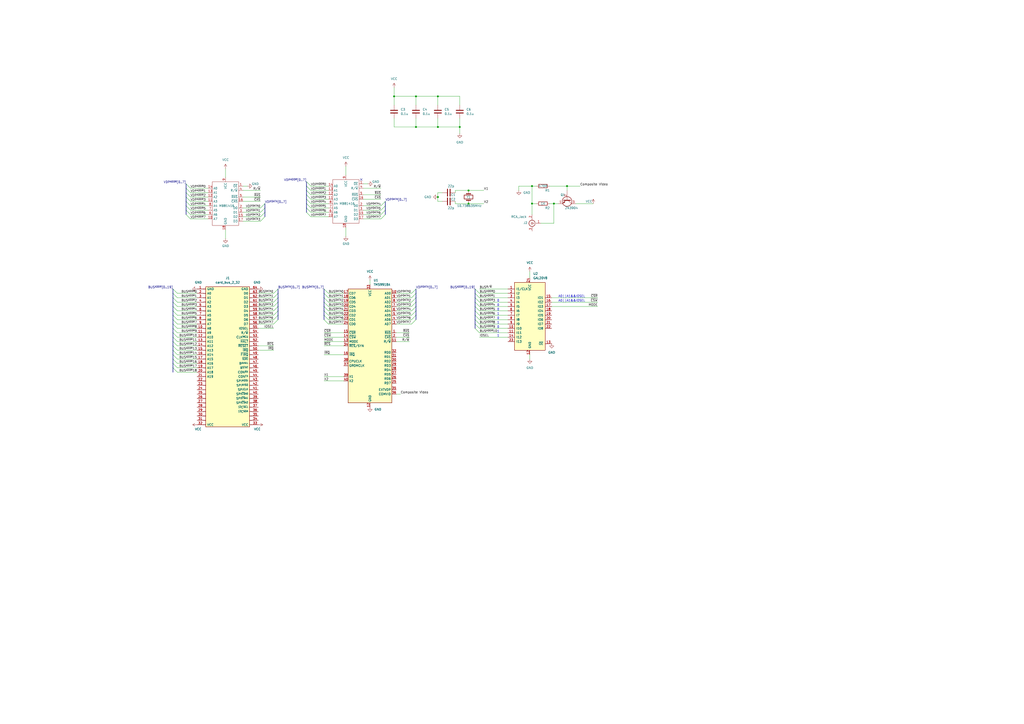
<source format=kicad_sch>
(kicad_sch (version 20230121) (generator eeschema)

  (uuid 6ae31512-5cc4-4fec-9311-1a77feca2ebe)

  (paper "A2")

  (title_block
    (title "MX6809 VDP")
    (date "2023-09-13")
    (company "Ratchford Consulting")
  )

  (lib_symbols
    (symbol "001_common_components:C -Bypass" (pin_numbers hide) (pin_names (offset 0.254)) (in_bom yes) (on_board yes)
      (property "Reference" "C" (at 0.635 2.54 0)
        (effects (font (size 1.27 1.27)) (justify left))
      )
      (property "Value" "C -Bypass" (at 0.635 -2.54 0)
        (effects (font (size 1.27 1.27)) (justify left))
      )
      (property "Footprint" "Capacitor_THT:C_Disc_D4.7mm_W2.5mm_P5.00mm" (at 0.9652 -3.81 0)
        (effects (font (size 1.27 1.27)) hide)
      )
      (property "Datasheet" "~" (at 0 0 0)
        (effects (font (size 1.27 1.27)) hide)
      )
      (property "ki_keywords" "cap capacitor" (at 0 0 0)
        (effects (font (size 1.27 1.27)) hide)
      )
      (property "ki_description" "Unpolarized capacitor" (at 0 0 0)
        (effects (font (size 1.27 1.27)) hide)
      )
      (property "ki_fp_filters" "C_*" (at 0 0 0)
        (effects (font (size 1.27 1.27)) hide)
      )
      (symbol "C -Bypass_0_1"
        (polyline
          (pts
            (xy -2.032 -0.762)
            (xy 2.032 -0.762)
          )
          (stroke (width 0.508) (type default))
          (fill (type none))
        )
        (polyline
          (pts
            (xy -2.032 0.762)
            (xy 2.032 0.762)
          )
          (stroke (width 0.508) (type default))
          (fill (type none))
        )
      )
      (symbol "C -Bypass_1_1"
        (pin passive line (at 0 3.81 270) (length 2.794)
          (name "~" (effects (font (size 1.27 1.27))))
          (number "1" (effects (font (size 1.27 1.27))))
        )
        (pin passive line (at 0 -3.81 90) (length 2.794)
          (name "~" (effects (font (size 1.27 1.27))))
          (number "2" (effects (font (size 1.27 1.27))))
        )
      )
    )
    (symbol "Device:C" (pin_numbers hide) (pin_names (offset 0.254)) (in_bom yes) (on_board yes)
      (property "Reference" "C" (at 0.635 2.54 0)
        (effects (font (size 1.27 1.27)) (justify left))
      )
      (property "Value" "C" (at 0.635 -2.54 0)
        (effects (font (size 1.27 1.27)) (justify left))
      )
      (property "Footprint" "" (at 0.9652 -3.81 0)
        (effects (font (size 1.27 1.27)) hide)
      )
      (property "Datasheet" "~" (at 0 0 0)
        (effects (font (size 1.27 1.27)) hide)
      )
      (property "ki_keywords" "cap capacitor" (at 0 0 0)
        (effects (font (size 1.27 1.27)) hide)
      )
      (property "ki_description" "Unpolarized capacitor" (at 0 0 0)
        (effects (font (size 1.27 1.27)) hide)
      )
      (property "ki_fp_filters" "C_*" (at 0 0 0)
        (effects (font (size 1.27 1.27)) hide)
      )
      (symbol "C_0_1"
        (polyline
          (pts
            (xy -2.032 -0.762)
            (xy 2.032 -0.762)
          )
          (stroke (width 0.508) (type default))
          (fill (type none))
        )
        (polyline
          (pts
            (xy -2.032 0.762)
            (xy 2.032 0.762)
          )
          (stroke (width 0.508) (type default))
          (fill (type none))
        )
      )
      (symbol "C_1_1"
        (pin passive line (at 0 3.81 270) (length 2.794)
          (name "~" (effects (font (size 1.27 1.27))))
          (number "1" (effects (font (size 1.27 1.27))))
        )
        (pin passive line (at 0 -3.81 90) (length 2.794)
          (name "~" (effects (font (size 1.27 1.27))))
          (number "2" (effects (font (size 1.27 1.27))))
        )
      )
    )
    (symbol "Device:Crystal" (pin_numbers hide) (pin_names (offset 1.016) hide) (in_bom yes) (on_board yes)
      (property "Reference" "Y" (at 0 3.81 0)
        (effects (font (size 1.27 1.27)))
      )
      (property "Value" "Crystal" (at 0 -3.81 0)
        (effects (font (size 1.27 1.27)))
      )
      (property "Footprint" "" (at 0 0 0)
        (effects (font (size 1.27 1.27)) hide)
      )
      (property "Datasheet" "~" (at 0 0 0)
        (effects (font (size 1.27 1.27)) hide)
      )
      (property "ki_keywords" "quartz ceramic resonator oscillator" (at 0 0 0)
        (effects (font (size 1.27 1.27)) hide)
      )
      (property "ki_description" "Two pin crystal" (at 0 0 0)
        (effects (font (size 1.27 1.27)) hide)
      )
      (property "ki_fp_filters" "Crystal*" (at 0 0 0)
        (effects (font (size 1.27 1.27)) hide)
      )
      (symbol "Crystal_0_1"
        (rectangle (start -1.143 2.54) (end 1.143 -2.54)
          (stroke (width 0.3048) (type default))
          (fill (type none))
        )
        (polyline
          (pts
            (xy -2.54 0)
            (xy -1.905 0)
          )
          (stroke (width 0) (type default))
          (fill (type none))
        )
        (polyline
          (pts
            (xy -1.905 -1.27)
            (xy -1.905 1.27)
          )
          (stroke (width 0.508) (type default))
          (fill (type none))
        )
        (polyline
          (pts
            (xy 1.905 -1.27)
            (xy 1.905 1.27)
          )
          (stroke (width 0.508) (type default))
          (fill (type none))
        )
        (polyline
          (pts
            (xy 2.54 0)
            (xy 1.905 0)
          )
          (stroke (width 0) (type default))
          (fill (type none))
        )
      )
      (symbol "Crystal_1_1"
        (pin passive line (at -3.81 0 0) (length 1.27)
          (name "1" (effects (font (size 1.27 1.27))))
          (number "1" (effects (font (size 1.27 1.27))))
        )
        (pin passive line (at 3.81 0 180) (length 1.27)
          (name "2" (effects (font (size 1.27 1.27))))
          (number "2" (effects (font (size 1.27 1.27))))
        )
      )
    )
    (symbol "Device:R" (pin_numbers hide) (pin_names (offset 0)) (in_bom yes) (on_board yes)
      (property "Reference" "R" (at 2.032 0 90)
        (effects (font (size 1.27 1.27)))
      )
      (property "Value" "R" (at 0 0 90)
        (effects (font (size 1.27 1.27)))
      )
      (property "Footprint" "" (at -1.778 0 90)
        (effects (font (size 1.27 1.27)) hide)
      )
      (property "Datasheet" "~" (at 0 0 0)
        (effects (font (size 1.27 1.27)) hide)
      )
      (property "ki_keywords" "R res resistor" (at 0 0 0)
        (effects (font (size 1.27 1.27)) hide)
      )
      (property "ki_description" "Resistor" (at 0 0 0)
        (effects (font (size 1.27 1.27)) hide)
      )
      (property "ki_fp_filters" "R_*" (at 0 0 0)
        (effects (font (size 1.27 1.27)) hide)
      )
      (symbol "R_0_1"
        (rectangle (start -1.016 -2.54) (end 1.016 2.54)
          (stroke (width 0.254) (type default))
          (fill (type none))
        )
      )
      (symbol "R_1_1"
        (pin passive line (at 0 3.81 270) (length 1.27)
          (name "~" (effects (font (size 1.27 1.27))))
          (number "1" (effects (font (size 1.27 1.27))))
        )
        (pin passive line (at 0 -3.81 90) (length 1.27)
          (name "~" (effects (font (size 1.27 1.27))))
          (number "2" (effects (font (size 1.27 1.27))))
        )
      )
    )
    (symbol "GAL20V8:GAL20V8" (pin_names (offset 1.016)) (in_bom yes) (on_board yes)
      (property "Reference" "U" (at -8.89 16.51 0)
        (effects (font (size 1.27 1.27)) (justify left))
      )
      (property "Value" "GAL20V8" (at 1.27 16.51 0)
        (effects (font (size 1.27 1.27)) (justify left))
      )
      (property "Footprint" "Package_DIP:DIP-24_W7.62mm" (at 1.27 24.13 0)
        (effects (font (size 1.27 1.27)) hide)
      )
      (property "Datasheet" "" (at 0 0 0)
        (effects (font (size 1.27 1.27)) hide)
      )
      (property "ki_keywords" "GAL PLD 16V8" (at 0 0 0)
        (effects (font (size 1.27 1.27)) hide)
      )
      (property "ki_description" "Programmable Logic Array, DIP-20/SOIC-20/PLCC-20" (at 0 0 0)
        (effects (font (size 1.27 1.27)) hide)
      )
      (property "ki_fp_filters" "DIP* PDIP* SOIC* SO* PLCC*" (at 0 0 0)
        (effects (font (size 1.27 1.27)) hide)
      )
      (symbol "GAL20V8_0_0"
        (pin input line (at -12.7 -12.7 0) (length 3.81)
          (name "I10" (effects (font (size 1.27 1.27))))
          (number "10" (effects (font (size 1.27 1.27))))
        )
        (pin tri_state line (at 12.7 -7.62 180) (length 3.81)
          (name "IO6" (effects (font (size 1.27 1.27))))
          (number "20" (effects (font (size 1.27 1.27))))
        )
        (pin tri_state line (at 12.7 -10.16 180) (length 3.81)
          (name "IO7" (effects (font (size 1.27 1.27))))
          (number "21" (effects (font (size 1.27 1.27))))
        )
        (pin tri_state line (at 12.7 -12.7 180) (length 3.81)
          (name "IO8" (effects (font (size 1.27 1.27))))
          (number "22" (effects (font (size 1.27 1.27))))
        )
        (pin tri_state line (at -12.7 -20.32 0) (length 3.81)
          (name "I13" (effects (font (size 1.27 1.27))))
          (number "23" (effects (font (size 1.27 1.27))))
        )
        (pin power_in line (at 0 16.51 270) (length 2.54)
          (name "VCC" (effects (font (size 1.27 1.27))))
          (number "24" (effects (font (size 1.27 1.27))))
        )
      )
      (symbol "GAL20V8_0_1"
        (rectangle (start -8.89 13.97) (end 8.89 -25.4)
          (stroke (width 0.254) (type default))
          (fill (type background))
        )
      )
      (symbol "GAL20V8_1_1"
        (pin input line (at -12.7 10.16 0) (length 3.81)
          (name "I1/CLK" (effects (font (size 1.27 1.27))))
          (number "1" (effects (font (size 1.27 1.27))))
        )
        (pin input line (at -12.7 -15.24 0) (length 3.81)
          (name "I11" (effects (font (size 1.27 1.27))))
          (number "11" (effects (font (size 1.27 1.27))))
        )
        (pin power_in line (at 0 -27.94 90) (length 2.54)
          (name "GND" (effects (font (size 1.27 1.27))))
          (number "12" (effects (font (size 1.27 1.27))))
        )
        (pin tri_state line (at 12.7 -21.59 180) (length 3.81)
          (name "~{OE}" (effects (font (size 1.27 1.27))))
          (number "13" (effects (font (size 1.27 1.27))))
        )
        (pin tri_state line (at -12.7 -17.78 0) (length 3.81)
          (name "I12" (effects (font (size 1.27 1.27))))
          (number "14" (effects (font (size 1.27 1.27))))
        )
        (pin tri_state line (at 12.7 5.08 180) (length 3.81)
          (name "IO1" (effects (font (size 1.27 1.27))))
          (number "15" (effects (font (size 1.27 1.27))))
        )
        (pin tri_state line (at 12.7 2.54 180) (length 3.81)
          (name "IO2" (effects (font (size 1.27 1.27))))
          (number "16" (effects (font (size 1.27 1.27))))
        )
        (pin tri_state line (at 12.7 0 180) (length 3.81)
          (name "IO3" (effects (font (size 1.27 1.27))))
          (number "17" (effects (font (size 1.27 1.27))))
        )
        (pin tri_state line (at 12.7 -2.54 180) (length 3.81)
          (name "IO4" (effects (font (size 1.27 1.27))))
          (number "18" (effects (font (size 1.27 1.27))))
        )
        (pin tri_state line (at 12.7 -5.08 180) (length 3.81)
          (name "IO5" (effects (font (size 1.27 1.27))))
          (number "19" (effects (font (size 1.27 1.27))))
        )
        (pin input line (at -12.7 7.62 0) (length 3.81)
          (name "I2" (effects (font (size 1.27 1.27))))
          (number "2" (effects (font (size 1.27 1.27))))
        )
        (pin input line (at -12.7 5.08 0) (length 3.81)
          (name "I3" (effects (font (size 1.27 1.27))))
          (number "3" (effects (font (size 1.27 1.27))))
        )
        (pin input line (at -12.7 2.54 0) (length 3.81)
          (name "I4" (effects (font (size 1.27 1.27))))
          (number "4" (effects (font (size 1.27 1.27))))
        )
        (pin input line (at -12.7 0 0) (length 3.81)
          (name "I5" (effects (font (size 1.27 1.27))))
          (number "5" (effects (font (size 1.27 1.27))))
        )
        (pin input line (at -12.7 -2.54 0) (length 3.81)
          (name "I6" (effects (font (size 1.27 1.27))))
          (number "6" (effects (font (size 1.27 1.27))))
        )
        (pin input line (at -12.7 -5.08 0) (length 3.81)
          (name "I7" (effects (font (size 1.27 1.27))))
          (number "7" (effects (font (size 1.27 1.27))))
        )
        (pin input line (at -12.7 -7.62 0) (length 3.81)
          (name "I8" (effects (font (size 1.27 1.27))))
          (number "8" (effects (font (size 1.27 1.27))))
        )
        (pin input line (at -12.7 -10.16 0) (length 3.81)
          (name "I9" (effects (font (size 1.27 1.27))))
          (number "9" (effects (font (size 1.27 1.27))))
        )
      )
    )
    (symbol "MB81416:mb81416" (in_bom yes) (on_board yes)
      (property "Reference" "U" (at 0 1.27 0)
        (effects (font (size 1.27 1.27)))
      )
      (property "Value" "MB81416" (at 0 -2.54 0)
        (effects (font (size 1.27 1.27)))
      )
      (property "Footprint" "Package_DIP:DIP-18_W7.62mm_Socket" (at 0 31.75 0)
        (effects (font (size 1.27 1.27)) hide)
      )
      (property "Datasheet" "https://datasheetspdf.com/pdf-file/500357/Fujitsu/MB81416/1" (at 1.27 29.21 0)
        (effects (font (size 1.27 1.27)) hide)
      )
      (symbol "mb81416_0_0"
        (pin input line (at -10.16 8.89 0) (length 2.54)
          (name "~{OE}" (effects (font (size 1.27 1.27))))
          (number "1" (effects (font (size 1.27 1.27))))
        )
        (pin input line (at 10.16 -10.16 180) (length 2.54)
          (name "A7" (effects (font (size 1.27 1.27))))
          (number "10" (effects (font (size 1.27 1.27))))
        )
        (pin input line (at 10.16 0 180) (length 2.54)
          (name "A3" (effects (font (size 1.27 1.27))))
          (number "11" (effects (font (size 1.27 1.27))))
        )
        (pin input line (at 10.16 2.54 180) (length 2.54)
          (name "A2" (effects (font (size 1.27 1.27))))
          (number "12" (effects (font (size 1.27 1.27))))
        )
        (pin input line (at 10.16 5.08 180) (length 2.54)
          (name "A1" (effects (font (size 1.27 1.27))))
          (number "13" (effects (font (size 1.27 1.27))))
        )
        (pin input line (at 10.16 7.62 180) (length 2.54)
          (name "A0" (effects (font (size 1.27 1.27))))
          (number "14" (effects (font (size 1.27 1.27))))
        )
        (pin bidirectional line (at -10.16 -8.89 0) (length 2.54)
          (name "D2" (effects (font (size 1.27 1.27))))
          (number "15" (effects (font (size 1.27 1.27))))
        )
        (pin input line (at -10.16 0 0) (length 2.54)
          (name "~{CAS}" (effects (font (size 1.27 1.27))))
          (number "16" (effects (font (size 1.27 1.27))))
        )
        (pin bidirectional line (at -10.16 -11.43 0) (length 2.54)
          (name "D3" (effects (font (size 1.27 1.27))))
          (number "17" (effects (font (size 1.27 1.27))))
        )
        (pin power_in line (at 0 -16.51 90) (length 2.54)
          (name "GND" (effects (font (size 1.27 1.27))))
          (number "18" (effects (font (size 1.27 1.27))))
        )
        (pin bidirectional line (at -10.16 -3.81 0) (length 2.54)
          (name "D0" (effects (font (size 1.27 1.27))))
          (number "2" (effects (font (size 1.27 1.27))))
        )
        (pin input line (at -10.16 6.35 0) (length 2.54)
          (name "R/~{W}" (effects (font (size 1.27 1.27))))
          (number "4" (effects (font (size 1.27 1.27))))
        )
        (pin input line (at -10.16 2.54 0) (length 2.54)
          (name "~{RAS}" (effects (font (size 1.27 1.27))))
          (number "5" (effects (font (size 1.27 1.27))))
        )
        (pin input line (at 10.16 -7.62 180) (length 2.54)
          (name "A6" (effects (font (size 1.27 1.27))))
          (number "6" (effects (font (size 1.27 1.27))))
        )
        (pin input line (at 10.16 -5.08 180) (length 2.54)
          (name "A5" (effects (font (size 1.27 1.27))))
          (number "7" (effects (font (size 1.27 1.27))))
        )
        (pin input line (at 10.16 -2.54 180) (length 2.54)
          (name "A4" (effects (font (size 1.27 1.27))))
          (number "8" (effects (font (size 1.27 1.27))))
        )
        (pin power_in line (at 0 13.97 270) (length 2.54)
          (name "VCC" (effects (font (size 1.27 1.27))))
          (number "9" (effects (font (size 1.27 1.27))))
        )
      )
      (symbol "mb81416_0_1"
        (rectangle (start -7.62 11.43) (end 7.62 -13.97)
          (stroke (width 0) (type default))
          (fill (type none))
        )
      )
      (symbol "mb81416_1_0"
        (pin bidirectional line (at -10.16 -6.35 0) (length 2.54)
          (name "D1" (effects (font (size 1.27 1.27))))
          (number "3" (effects (font (size 1.27 1.27))))
        )
      )
    )
    (symbol "RCA_jack:RCA_Jack" (pin_names (offset 1.016) hide) (in_bom yes) (on_board yes)
      (property "Reference" "J" (at 2.54 0 90)
        (effects (font (size 1.27 1.27)))
      )
      (property "Value" "RCA_Jack" (at 5.08 0 90)
        (effects (font (size 1.27 1.27)))
      )
      (property "Footprint" "" (at 0 0 0)
        (effects (font (size 1.27 1.27)) hide)
      )
      (property "Datasheet" " ~" (at 0 0 0)
        (effects (font (size 1.27 1.27)) hide)
      )
      (property "ki_keywords" "BNC SMA SMB SMC LEMO coaxial connector CINCH RCA" (at 0 0 0)
        (effects (font (size 1.27 1.27)) hide)
      )
      (property "ki_description" "coaxial connector (BNC, SMA, SMB, SMC, Cinch/RCA, LEMO, ...)" (at 0 0 0)
        (effects (font (size 1.27 1.27)) hide)
      )
      (property "ki_fp_filters" "*BNC* *SMA* *SMB* *SMC* *Cinch* *LEMO*" (at 0 0 0)
        (effects (font (size 1.27 1.27)) hide)
      )
      (symbol "RCA_Jack_0_1"
        (arc (start -1.778 -0.508) (mid 0.2311 -1.8066) (end 1.778 0)
          (stroke (width 0.254) (type default))
          (fill (type none))
        )
        (polyline
          (pts
            (xy -2.54 0)
            (xy -0.508 0)
          )
          (stroke (width 0) (type default))
          (fill (type none))
        )
        (polyline
          (pts
            (xy 0 -2.54)
            (xy 0 -1.778)
          )
          (stroke (width 0) (type default))
          (fill (type none))
        )
        (circle (center 0 0) (radius 0.508)
          (stroke (width 0.2032) (type default))
          (fill (type none))
        )
        (arc (start 1.778 0) (mid 0.2099 1.8101) (end -1.778 0.508)
          (stroke (width 0.254) (type default))
          (fill (type none))
        )
      )
      (symbol "RCA_Jack_1_1"
        (pin input line (at -5.08 0 0) (length 2.54)
          (name "Signal" (effects (font (size 1.27 1.27))))
          (number "1" (effects (font (size 1.27 1.27))))
        )
        (pin power_in line (at 0 -5.08 90) (length 2.54)
          (name "GND" (effects (font (size 1.27 1.27))))
          (number "2" (effects (font (size 1.27 1.27))))
        )
        (pin power_in line (at -0.041 4.5473 270) (length 2.54)
          (name "GND" (effects (font (size 1.27 1.27))))
          (number "3" (effects (font (size 1.27 1.27))))
        )
      )
    )
    (symbol "TMS9918A:TMS9918A" (in_bom yes) (on_board yes)
      (property "Reference" "U1" (at 2.0194 38.1 0)
        (effects (font (size 1.27 1.27)) (justify left))
      )
      (property "Value" "TMS9918A" (at 2.0194 35.56 0)
        (effects (font (size 1.27 1.27)) (justify left))
      )
      (property "Footprint" "Package_DIP:DIP-40_W15.24mm" (at -2.54 -38.1 0)
        (effects (font (size 1.27 1.27)) hide)
      )
      (property "Datasheet" "" (at -5.08 36.195 0)
        (effects (font (size 1.27 1.27)) hide)
      )
      (property "ki_keywords" "MCU" (at 0 0 0)
        (effects (font (size 1.27 1.27)) hide)
      )
      (property "ki_description" "8-Bit Microprocessing unit 2.0MHz, DIP-40" (at 0 0 0)
        (effects (font (size 1.27 1.27)) hide)
      )
      (property "ki_fp_filters" "DIP*W15.24mm*" (at 0 0 0)
        (effects (font (size 1.27 1.27)) hide)
      )
      (symbol "TMS9918A_0_1"
        (rectangle (start -12.7 33.02) (end 12.7 -33.02)
          (stroke (width 0.254) (type default))
          (fill (type background))
        )
      )
      (symbol "TMS9918A_1_1"
        (pin power_in line (at 15.24 7.62 180) (length 2.54)
          (name "~{RAS}" (effects (font (size 1.27 1.27))))
          (number "1" (effects (font (size 1.27 1.27))))
        )
        (pin output line (at 15.24 30.48 180) (length 2.54)
          (name "AD0" (effects (font (size 1.27 1.27))))
          (number "10" (effects (font (size 1.27 1.27))))
        )
        (pin output line (at 15.24 2.54 180) (length 2.54)
          (name "R/~{W}" (effects (font (size 1.27 1.27))))
          (number "11" (effects (font (size 1.27 1.27))))
        )
        (pin output line (at 0 -35.56 90) (length 2.54)
          (name "GND" (effects (font (size 1.27 1.27))))
          (number "12" (effects (font (size 1.27 1.27))))
        )
        (pin output line (at -15.24 2.54 0) (length 2.54)
          (name "MODE" (effects (font (size 1.27 1.27))))
          (number "13" (effects (font (size 1.27 1.27))))
        )
        (pin output line (at -15.24 5.08 0) (length 2.54)
          (name "~{CSW}" (effects (font (size 1.27 1.27))))
          (number "14" (effects (font (size 1.27 1.27))))
        )
        (pin output line (at -15.24 7.62 0) (length 2.54)
          (name "~{CSR}" (effects (font (size 1.27 1.27))))
          (number "15" (effects (font (size 1.27 1.27))))
        )
        (pin output line (at -15.24 -5.08 0) (length 2.54)
          (name "~{IRQ}" (effects (font (size 1.27 1.27))))
          (number "16" (effects (font (size 1.27 1.27))))
        )
        (pin output line (at -15.24 30.48 0) (length 2.54)
          (name "CD7" (effects (font (size 1.27 1.27))))
          (number "17" (effects (font (size 1.27 1.27))))
        )
        (pin output line (at -15.24 27.94 0) (length 2.54)
          (name "CD6" (effects (font (size 1.27 1.27))))
          (number "18" (effects (font (size 1.27 1.27))))
        )
        (pin output line (at -15.24 25.4 0) (length 2.54)
          (name "CD5" (effects (font (size 1.27 1.27))))
          (number "19" (effects (font (size 1.27 1.27))))
        )
        (pin input line (at 15.24 5.08 180) (length 2.54)
          (name "~{CAS}" (effects (font (size 1.27 1.27))))
          (number "2" (effects (font (size 1.27 1.27))))
        )
        (pin output line (at -15.24 22.86 0) (length 2.54)
          (name "CD4" (effects (font (size 1.27 1.27))))
          (number "20" (effects (font (size 1.27 1.27))))
        )
        (pin output line (at -15.24 20.32 0) (length 2.54)
          (name "CD3" (effects (font (size 1.27 1.27))))
          (number "21" (effects (font (size 1.27 1.27))))
        )
        (pin output line (at -15.24 17.78 0) (length 2.54)
          (name "CD2" (effects (font (size 1.27 1.27))))
          (number "22" (effects (font (size 1.27 1.27))))
        )
        (pin output line (at -15.24 15.24 0) (length 2.54)
          (name "CD1" (effects (font (size 1.27 1.27))))
          (number "23" (effects (font (size 1.27 1.27))))
        )
        (pin bidirectional line (at -15.24 12.7 0) (length 2.54)
          (name "CD0" (effects (font (size 1.27 1.27))))
          (number "24" (effects (font (size 1.27 1.27))))
        )
        (pin bidirectional line (at 15.24 -21.59 180) (length 2.54)
          (name "RD7" (effects (font (size 1.27 1.27))))
          (number "25" (effects (font (size 1.27 1.27))))
        )
        (pin bidirectional line (at 15.24 -19.05 180) (length 2.54)
          (name "RD6" (effects (font (size 1.27 1.27))))
          (number "26" (effects (font (size 1.27 1.27))))
        )
        (pin bidirectional line (at 15.24 -16.51 180) (length 2.54)
          (name "RD5" (effects (font (size 1.27 1.27))))
          (number "27" (effects (font (size 1.27 1.27))))
        )
        (pin bidirectional line (at 15.24 -13.97 180) (length 2.54)
          (name "RD4" (effects (font (size 1.27 1.27))))
          (number "28" (effects (font (size 1.27 1.27))))
        )
        (pin bidirectional line (at 15.24 -11.43 180) (length 2.54)
          (name "RD3" (effects (font (size 1.27 1.27))))
          (number "29" (effects (font (size 1.27 1.27))))
        )
        (pin input line (at 15.24 12.7 180) (length 2.54)
          (name "AD7" (effects (font (size 1.27 1.27))))
          (number "3" (effects (font (size 1.27 1.27))))
        )
        (pin bidirectional line (at 15.24 -8.89 180) (length 2.54)
          (name "RD2" (effects (font (size 1.27 1.27))))
          (number "30" (effects (font (size 1.27 1.27))))
        )
        (pin bidirectional line (at 15.24 -6.35 180) (length 2.54)
          (name "RD1" (effects (font (size 1.27 1.27))))
          (number "31" (effects (font (size 1.27 1.27))))
        )
        (pin output line (at 15.24 -3.81 180) (length 2.54)
          (name "RD0" (effects (font (size 1.27 1.27))))
          (number "32" (effects (font (size 1.27 1.27))))
        )
        (pin output line (at 0 35.56 270) (length 2.54)
          (name "VCC" (effects (font (size 1.27 1.27))))
          (number "33" (effects (font (size 1.27 1.27))))
        )
        (pin input line (at -15.24 0 0) (length 2.54)
          (name "~{RES}/SYN" (effects (font (size 1.27 1.27))))
          (number "34" (effects (font (size 1.27 1.27))))
        )
        (pin input line (at 15.24 -25.4 180) (length 2.54)
          (name "EXTVDP" (effects (font (size 1.27 1.27))))
          (number "35" (effects (font (size 1.27 1.27))))
        )
        (pin output line (at 15.24 -27.94 180) (length 2.54)
          (name "COMVID" (effects (font (size 1.27 1.27))))
          (number "36" (effects (font (size 1.27 1.27))))
        )
        (pin input line (at -15.24 -11.43 0) (length 2.54)
          (name "GROMCLK" (effects (font (size 1.27 1.27))))
          (number "37" (effects (font (size 1.27 1.27))))
        )
        (pin output line (at -15.24 -8.89 0) (length 2.54)
          (name "CPUCLK" (effects (font (size 1.27 1.27))))
          (number "38" (effects (font (size 1.27 1.27))))
        )
        (pin output line (at -15.24 -17.78 0) (length 2.54)
          (name "X1" (effects (font (size 1.27 1.27))))
          (number "39" (effects (font (size 1.27 1.27))))
        )
        (pin input line (at 15.24 15.24 180) (length 2.54)
          (name "AD6" (effects (font (size 1.27 1.27))))
          (number "4" (effects (font (size 1.27 1.27))))
        )
        (pin input line (at -15.24 -20.32 0) (length 2.54)
          (name "X2" (effects (font (size 1.27 1.27))))
          (number "40" (effects (font (size 1.27 1.27))))
        )
        (pin output line (at 15.24 17.78 180) (length 2.54)
          (name "AD5" (effects (font (size 1.27 1.27))))
          (number "5" (effects (font (size 1.27 1.27))))
        )
        (pin output line (at 15.24 20.32 180) (length 2.54)
          (name "AD4" (effects (font (size 1.27 1.27))))
          (number "6" (effects (font (size 1.27 1.27))))
        )
        (pin power_in line (at 15.24 22.86 180) (length 2.54)
          (name "AD3" (effects (font (size 1.27 1.27))))
          (number "7" (effects (font (size 1.27 1.27))))
        )
        (pin output line (at 15.24 25.4 180) (length 2.54)
          (name "AD2" (effects (font (size 1.27 1.27))))
          (number "8" (effects (font (size 1.27 1.27))))
        )
        (pin output line (at 15.24 27.94 180) (length 2.54)
          (name "AD1" (effects (font (size 1.27 1.27))))
          (number "9" (effects (font (size 1.27 1.27))))
        )
      )
    )
    (symbol "Transistor_BJT:2N3904" (pin_names (offset 0) hide) (in_bom yes) (on_board yes)
      (property "Reference" "Q" (at 5.08 1.905 0)
        (effects (font (size 1.27 1.27)) (justify left))
      )
      (property "Value" "2N3904" (at 5.08 0 0)
        (effects (font (size 1.27 1.27)) (justify left))
      )
      (property "Footprint" "Package_TO_SOT_THT:TO-92_Inline" (at 5.08 -1.905 0)
        (effects (font (size 1.27 1.27) italic) (justify left) hide)
      )
      (property "Datasheet" "https://www.onsemi.com/pub/Collateral/2N3903-D.PDF" (at 0 0 0)
        (effects (font (size 1.27 1.27)) (justify left) hide)
      )
      (property "ki_keywords" "NPN Transistor" (at 0 0 0)
        (effects (font (size 1.27 1.27)) hide)
      )
      (property "ki_description" "0.2A Ic, 40V Vce, Small Signal NPN Transistor, TO-92" (at 0 0 0)
        (effects (font (size 1.27 1.27)) hide)
      )
      (property "ki_fp_filters" "TO?92*" (at 0 0 0)
        (effects (font (size 1.27 1.27)) hide)
      )
      (symbol "2N3904_0_1"
        (polyline
          (pts
            (xy 0.635 0.635)
            (xy 2.54 2.54)
          )
          (stroke (width 0) (type default))
          (fill (type none))
        )
        (polyline
          (pts
            (xy 0.635 -0.635)
            (xy 2.54 -2.54)
            (xy 2.54 -2.54)
          )
          (stroke (width 0) (type default))
          (fill (type none))
        )
        (polyline
          (pts
            (xy 0.635 1.905)
            (xy 0.635 -1.905)
            (xy 0.635 -1.905)
          )
          (stroke (width 0.508) (type default))
          (fill (type none))
        )
        (polyline
          (pts
            (xy 1.27 -1.778)
            (xy 1.778 -1.27)
            (xy 2.286 -2.286)
            (xy 1.27 -1.778)
            (xy 1.27 -1.778)
          )
          (stroke (width 0) (type default))
          (fill (type outline))
        )
        (circle (center 1.27 0) (radius 2.8194)
          (stroke (width 0.254) (type default))
          (fill (type none))
        )
      )
      (symbol "2N3904_1_1"
        (pin passive line (at 2.54 -5.08 90) (length 2.54)
          (name "E" (effects (font (size 1.27 1.27))))
          (number "1" (effects (font (size 1.27 1.27))))
        )
        (pin passive line (at -5.08 0 0) (length 5.715)
          (name "B" (effects (font (size 1.27 1.27))))
          (number "2" (effects (font (size 1.27 1.27))))
        )
        (pin passive line (at 2.54 5.08 270) (length 2.54)
          (name "C" (effects (font (size 1.27 1.27))))
          (number "3" (effects (font (size 1.27 1.27))))
        )
      )
    )
    (symbol "card_bus:card_bus_2_32" (pin_names (offset 2)) (in_bom yes) (on_board yes)
      (property "Reference" "J2" (at 12.7 44.45 0)
        (effects (font (size 1.27 1.27)))
      )
      (property "Value" "MX6309 Card Bus" (at 12.7 41.91 0)
        (effects (font (size 1.27 1.27)))
      )
      (property "Footprint" "card_bus_2_32:DIN41612_R_2x32_Male_Horizontal_THT" (at 11.43 46.99 0)
        (effects (font (size 1.27 1.27)) hide)
      )
      (property "Datasheet" "~" (at 0 0 0)
        (effects (font (size 1.27 1.27)) hide)
      )
      (property "ki_keywords" "connector" (at 0 0 0)
        (effects (font (size 1.27 1.27)) hide)
      )
      (property "ki_description" "DIN41612 connector, double row (AB), 02x32, script generated (kicad-library-utils/schlib/autogen/connector/)" (at 0 0 0)
        (effects (font (size 1.27 1.27)) hide)
      )
      (property "ki_fp_filters" "DIN41612*2x*" (at 0 0 0)
        (effects (font (size 1.27 1.27)) hide)
      )
      (symbol "card_bus_2_32_1_1"
        (rectangle (start -1.27 -40.513) (end 0 -40.767)
          (stroke (width 0.1524) (type default))
          (fill (type none))
        )
        (rectangle (start -1.27 -37.973) (end 0 -38.227)
          (stroke (width 0.1524) (type default))
          (fill (type none))
        )
        (rectangle (start -1.27 -35.433) (end 0 -35.687)
          (stroke (width 0.1524) (type default))
          (fill (type none))
        )
        (rectangle (start -1.27 -32.893) (end 0 -33.147)
          (stroke (width 0.1524) (type default))
          (fill (type none))
        )
        (rectangle (start -1.27 -30.353) (end 0 -30.607)
          (stroke (width 0.1524) (type default))
          (fill (type none))
        )
        (rectangle (start -1.27 -27.813) (end 0 -28.067)
          (stroke (width 0.1524) (type default))
          (fill (type none))
        )
        (rectangle (start -1.27 -25.273) (end 0 -25.527)
          (stroke (width 0.1524) (type default))
          (fill (type none))
        )
        (rectangle (start -1.27 -22.733) (end 0 -22.987)
          (stroke (width 0.1524) (type default))
          (fill (type none))
        )
        (rectangle (start -1.27 -20.193) (end 0 -20.447)
          (stroke (width 0.1524) (type default))
          (fill (type none))
        )
        (rectangle (start -1.27 -17.653) (end 0 -17.907)
          (stroke (width 0.1524) (type default))
          (fill (type none))
        )
        (rectangle (start -1.27 -15.113) (end 0 -15.367)
          (stroke (width 0.1524) (type default))
          (fill (type none))
        )
        (rectangle (start -1.27 -12.573) (end 0 -12.827)
          (stroke (width 0.1524) (type default))
          (fill (type none))
        )
        (rectangle (start -1.27 -10.033) (end 0 -10.287)
          (stroke (width 0.1524) (type default))
          (fill (type none))
        )
        (rectangle (start -1.27 -7.493) (end 0 -7.747)
          (stroke (width 0.1524) (type default))
          (fill (type none))
        )
        (rectangle (start -1.27 -4.953) (end 0 -5.207)
          (stroke (width 0.1524) (type default))
          (fill (type none))
        )
        (rectangle (start -1.27 -2.413) (end 0 -2.667)
          (stroke (width 0.1524) (type default))
          (fill (type none))
        )
        (rectangle (start -1.27 0.127) (end 0 -0.127)
          (stroke (width 0.1524) (type default))
          (fill (type none))
        )
        (rectangle (start -1.27 2.667) (end 0 2.413)
          (stroke (width 0.1524) (type default))
          (fill (type none))
        )
        (rectangle (start -1.27 5.207) (end 0 4.953)
          (stroke (width 0.1524) (type default))
          (fill (type none))
        )
        (rectangle (start -1.27 7.747) (end 0 7.493)
          (stroke (width 0.1524) (type default))
          (fill (type none))
        )
        (rectangle (start -1.27 10.287) (end 0 10.033)
          (stroke (width 0.1524) (type default))
          (fill (type none))
        )
        (rectangle (start -1.27 12.827) (end 0 12.573)
          (stroke (width 0.1524) (type default))
          (fill (type none))
        )
        (rectangle (start -1.27 15.367) (end 0 15.113)
          (stroke (width 0.1524) (type default))
          (fill (type none))
        )
        (rectangle (start -1.27 17.907) (end 0 17.653)
          (stroke (width 0.1524) (type default))
          (fill (type none))
        )
        (rectangle (start -1.27 20.447) (end 0 20.193)
          (stroke (width 0.1524) (type default))
          (fill (type none))
        )
        (rectangle (start -1.27 22.987) (end 0 22.733)
          (stroke (width 0.1524) (type default))
          (fill (type none))
        )
        (rectangle (start -1.27 25.527) (end 0 25.273)
          (stroke (width 0.1524) (type default))
          (fill (type none))
        )
        (rectangle (start -1.27 28.067) (end 0 27.813)
          (stroke (width 0.1524) (type default))
          (fill (type none))
        )
        (rectangle (start -1.27 30.607) (end 0 30.353)
          (stroke (width 0.1524) (type default))
          (fill (type none))
        )
        (rectangle (start -1.27 33.147) (end 0 32.893)
          (stroke (width 0.1524) (type default))
          (fill (type none))
        )
        (rectangle (start -1.27 35.687) (end 0 35.433)
          (stroke (width 0.1524) (type default))
          (fill (type none))
        )
        (rectangle (start -1.27 38.227) (end 0 37.973)
          (stroke (width 0.1524) (type default))
          (fill (type none))
        )
        (rectangle (start 0 39.37) (end 25.4 -41.91)
          (stroke (width 0.254) (type default))
          (fill (type background))
        )
        (rectangle (start 25.4 -40.513) (end 26.67 -40.767)
          (stroke (width 0.1524) (type default))
          (fill (type none))
        )
        (rectangle (start 25.4 -37.973) (end 26.67 -38.227)
          (stroke (width 0.1524) (type default))
          (fill (type none))
        )
        (rectangle (start 25.4 -35.433) (end 26.67 -35.687)
          (stroke (width 0.1524) (type default))
          (fill (type none))
        )
        (rectangle (start 25.4 -32.893) (end 26.67 -33.147)
          (stroke (width 0.1524) (type default))
          (fill (type none))
        )
        (rectangle (start 25.4 -30.353) (end 26.67 -30.607)
          (stroke (width 0.1524) (type default))
          (fill (type none))
        )
        (rectangle (start 25.4 -27.813) (end 26.67 -28.067)
          (stroke (width 0.1524) (type default))
          (fill (type none))
        )
        (rectangle (start 25.4 -25.273) (end 26.67 -25.527)
          (stroke (width 0.1524) (type default))
          (fill (type none))
        )
        (rectangle (start 25.4 -22.733) (end 26.67 -22.987)
          (stroke (width 0.1524) (type default))
          (fill (type none))
        )
        (rectangle (start 25.4 -20.193) (end 26.67 -20.447)
          (stroke (width 0.1524) (type default))
          (fill (type none))
        )
        (rectangle (start 25.4 -17.653) (end 26.67 -17.907)
          (stroke (width 0.1524) (type default))
          (fill (type none))
        )
        (rectangle (start 25.4 -15.113) (end 26.67 -15.367)
          (stroke (width 0.1524) (type default))
          (fill (type none))
        )
        (rectangle (start 25.4 -12.573) (end 26.67 -12.827)
          (stroke (width 0.1524) (type default))
          (fill (type none))
        )
        (rectangle (start 25.4 -10.033) (end 26.67 -10.287)
          (stroke (width 0.1524) (type default))
          (fill (type none))
        )
        (rectangle (start 25.4 -7.493) (end 26.67 -7.747)
          (stroke (width 0.1524) (type default))
          (fill (type none))
        )
        (rectangle (start 25.4 -4.953) (end 26.67 -5.207)
          (stroke (width 0.1524) (type default))
          (fill (type none))
        )
        (rectangle (start 25.4 -2.413) (end 26.67 -2.667)
          (stroke (width 0.1524) (type default))
          (fill (type none))
        )
        (rectangle (start 25.4 0.127) (end 26.67 -0.127)
          (stroke (width 0.1524) (type default))
          (fill (type none))
        )
        (rectangle (start 25.4 2.667) (end 26.67 2.413)
          (stroke (width 0.1524) (type default))
          (fill (type none))
        )
        (rectangle (start 25.4 5.207) (end 26.67 4.953)
          (stroke (width 0.1524) (type default))
          (fill (type none))
        )
        (rectangle (start 25.4 7.747) (end 26.67 7.493)
          (stroke (width 0.1524) (type default))
          (fill (type none))
        )
        (rectangle (start 25.4 10.287) (end 26.67 10.033)
          (stroke (width 0.1524) (type default))
          (fill (type none))
        )
        (rectangle (start 25.4 12.827) (end 26.67 12.573)
          (stroke (width 0.1524) (type default))
          (fill (type none))
        )
        (rectangle (start 25.4 15.367) (end 26.67 15.113)
          (stroke (width 0.1524) (type default))
          (fill (type none))
        )
        (rectangle (start 25.4 17.907) (end 26.67 17.653)
          (stroke (width 0.1524) (type default))
          (fill (type none))
        )
        (rectangle (start 25.4 20.447) (end 26.67 20.193)
          (stroke (width 0.1524) (type default))
          (fill (type none))
        )
        (rectangle (start 25.4 22.987) (end 26.67 22.733)
          (stroke (width 0.1524) (type default))
          (fill (type none))
        )
        (rectangle (start 25.4 25.527) (end 26.67 25.273)
          (stroke (width 0.1524) (type default))
          (fill (type none))
        )
        (rectangle (start 25.4 28.067) (end 26.67 27.813)
          (stroke (width 0.1524) (type default))
          (fill (type none))
        )
        (rectangle (start 25.4 30.607) (end 26.67 30.353)
          (stroke (width 0.1524) (type default))
          (fill (type none))
        )
        (rectangle (start 25.4 33.147) (end 26.67 32.893)
          (stroke (width 0.1524) (type default))
          (fill (type none))
        )
        (rectangle (start 25.4 35.687) (end 26.67 35.433)
          (stroke (width 0.1524) (type default))
          (fill (type none))
        )
        (rectangle (start 25.4 38.227) (end 26.67 37.973)
          (stroke (width 0.1524) (type default))
          (fill (type none))
        )
        (pin power_in line (at -5.08 38.1 0) (length 3.81)
          (name "GND" (effects (font (size 1.27 1.27))))
          (number "1" (effects (font (size 1.27 1.27))))
        )
        (pin output line (at -5.08 15.24 0) (length 3.81)
          (name "A8" (effects (font (size 1.27 1.27))))
          (number "10" (effects (font (size 1.27 1.27))))
        )
        (pin output line (at -5.08 12.7 0) (length 3.81)
          (name "A9" (effects (font (size 1.27 1.27))))
          (number "11" (effects (font (size 1.27 1.27))))
        )
        (pin output line (at -5.08 10.16 0) (length 3.81)
          (name "A10" (effects (font (size 1.27 1.27))))
          (number "12" (effects (font (size 1.27 1.27))))
        )
        (pin output line (at -5.08 7.62 0) (length 3.81)
          (name "A11" (effects (font (size 1.27 1.27))))
          (number "13" (effects (font (size 1.27 1.27))))
        )
        (pin output line (at -5.08 5.08 0) (length 3.81)
          (name "A12" (effects (font (size 1.27 1.27))))
          (number "14" (effects (font (size 1.27 1.27))))
        )
        (pin output line (at -5.08 2.54 0) (length 3.81)
          (name "A13" (effects (font (size 1.27 1.27))))
          (number "15" (effects (font (size 1.27 1.27))))
        )
        (pin output line (at -5.08 0 0) (length 3.81)
          (name "A14" (effects (font (size 1.27 1.27))))
          (number "16" (effects (font (size 1.27 1.27))))
        )
        (pin output line (at -5.08 -2.54 0) (length 3.81)
          (name "A15" (effects (font (size 1.27 1.27))))
          (number "17" (effects (font (size 1.27 1.27))))
        )
        (pin output line (at -5.08 -5.08 0) (length 3.81)
          (name "A16" (effects (font (size 1.27 1.27))))
          (number "18" (effects (font (size 1.27 1.27))))
        )
        (pin output line (at -5.08 -7.62 0) (length 3.81)
          (name "A17" (effects (font (size 1.27 1.27))))
          (number "19" (effects (font (size 1.27 1.27))))
        )
        (pin output line (at -5.08 35.56 0) (length 3.81)
          (name "A0" (effects (font (size 1.27 1.27))))
          (number "2" (effects (font (size 1.27 1.27))))
        )
        (pin output line (at -5.08 -10.16 0) (length 3.81)
          (name "A18" (effects (font (size 1.27 1.27))))
          (number "20" (effects (font (size 1.27 1.27))))
        )
        (pin output line (at -5.08 -12.7 0) (length 3.81)
          (name "A19" (effects (font (size 1.27 1.27))))
          (number "21" (effects (font (size 1.27 1.27))))
        )
        (pin unspecified line (at -5.08 -15.24 0) (length 3.81)
          (name "" (effects (font (size 1.27 1.27))))
          (number "22" (effects (font (size 1.27 1.27))))
        )
        (pin unspecified line (at -5.08 -17.78 0) (length 3.81)
          (name "" (effects (font (size 1.27 1.27))))
          (number "23" (effects (font (size 1.27 1.27))))
        )
        (pin unspecified line (at -5.08 -20.32 0) (length 3.81)
          (name "" (effects (font (size 1.27 1.27))))
          (number "24" (effects (font (size 1.27 1.27))))
        )
        (pin unspecified line (at -5.08 -22.86 0) (length 3.81)
          (name "" (effects (font (size 1.27 1.27))))
          (number "25" (effects (font (size 1.27 1.27))))
        )
        (pin unspecified line (at -5.08 -25.4 0) (length 3.81)
          (name "" (effects (font (size 1.27 1.27))))
          (number "26" (effects (font (size 1.27 1.27))))
        )
        (pin unspecified line (at -5.08 -27.94 0) (length 3.81)
          (name "" (effects (font (size 1.27 1.27))))
          (number "27" (effects (font (size 1.27 1.27))))
        )
        (pin unspecified line (at -5.08 -30.48 0) (length 3.81)
          (name "" (effects (font (size 1.27 1.27))))
          (number "28" (effects (font (size 1.27 1.27))))
        )
        (pin unspecified line (at -5.08 -33.02 0) (length 3.81)
          (name "" (effects (font (size 1.27 1.27))))
          (number "29" (effects (font (size 1.27 1.27))))
        )
        (pin output line (at -5.08 33.02 0) (length 3.81)
          (name "A1" (effects (font (size 1.27 1.27))))
          (number "3" (effects (font (size 1.27 1.27))))
        )
        (pin unspecified line (at -5.08 -35.56 0) (length 3.81)
          (name "" (effects (font (size 1.27 1.27))))
          (number "30" (effects (font (size 1.27 1.27))))
        )
        (pin unspecified line (at -5.08 -38.1 0) (length 3.81)
          (name "" (effects (font (size 1.27 1.27))))
          (number "31" (effects (font (size 1.27 1.27))))
        )
        (pin power_in line (at -5.08 -40.64 0) (length 3.81)
          (name "VCC" (effects (font (size 1.27 1.27))))
          (number "32" (effects (font (size 1.27 1.27))))
        )
        (pin power_in line (at 30.48 -40.64 180) (length 3.81)
          (name "VCC" (effects (font (size 1.27 1.27))))
          (number "33" (effects (font (size 1.27 1.27))))
        )
        (pin unspecified line (at 30.48 -38.1 180) (length 3.81)
          (name "" (effects (font (size 1.27 1.27))))
          (number "34" (effects (font (size 1.27 1.27))))
        )
        (pin unspecified line (at 30.48 -35.56 180) (length 3.81)
          (name "" (effects (font (size 1.27 1.27))))
          (number "35" (effects (font (size 1.27 1.27))))
        )
        (pin bidirectional line (at 30.48 -33.02 180) (length 3.81)
          (name "i^{2}C^{SDA}" (effects (font (size 1.27 1.27))))
          (number "36" (effects (font (size 1.27 1.27))))
        )
        (pin output line (at 30.48 -30.48 180) (length 3.81)
          (name "i^{2}C^{SCL}" (effects (font (size 1.27 1.27))))
          (number "37" (effects (font (size 1.27 1.27))))
        )
        (pin output line (at 30.48 -27.94 180) (length 3.81)
          (name "SPI^{~{CS}A2}" (effects (font (size 1.27 1.27))))
          (number "38" (effects (font (size 1.27 1.27))))
        )
        (pin output line (at 30.48 -25.4 180) (length 3.81)
          (name "SPI^{~{CS}A1}" (effects (font (size 1.27 1.27))))
          (number "39" (effects (font (size 1.27 1.27))))
        )
        (pin output line (at -5.08 30.48 0) (length 3.81)
          (name "A2" (effects (font (size 1.27 1.27))))
          (number "4" (effects (font (size 1.27 1.27))))
        )
        (pin output line (at 30.48 -22.86 180) (length 3.81)
          (name "SPI^{~{CS}A0}" (effects (font (size 1.27 1.27))))
          (number "40" (effects (font (size 1.27 1.27))))
        )
        (pin output line (at 30.48 -20.32 180) (length 3.81)
          (name "SPI^{CLK}" (effects (font (size 1.27 1.27))))
          (number "41" (effects (font (size 1.27 1.27))))
        )
        (pin input line (at 30.48 -17.78 180) (length 3.81)
          (name "SPI^{MISO}" (effects (font (size 1.27 1.27))))
          (number "42" (effects (font (size 1.27 1.27))))
        )
        (pin output line (at 30.48 -15.24 180) (length 3.81)
          (name "SPI^{MOSI}" (effects (font (size 1.27 1.27))))
          (number "43" (effects (font (size 1.27 1.27))))
        )
        (pin output line (at 30.48 -12.7 180) (length 3.81)
          (name "CON^{TX}" (effects (font (size 1.27 1.27))))
          (number "44" (effects (font (size 1.27 1.27))))
        )
        (pin input line (at 30.48 -10.16 180) (length 3.81)
          (name "CON^{RX}" (effects (font (size 1.27 1.27))))
          (number "45" (effects (font (size 1.27 1.27))))
        )
        (pin output line (at 30.48 -7.62 180) (length 3.81)
          (name "B^{STAT}" (effects (font (size 1.27 1.27))))
          (number "46" (effects (font (size 1.27 1.27))))
        )
        (pin output line (at 30.48 -5.08 180) (length 3.81)
          (name "B^{AVAIL}" (effects (font (size 1.27 1.27))))
          (number "47" (effects (font (size 1.27 1.27))))
        )
        (pin input line (at 30.48 -2.54 180) (length 3.81)
          (name "~{NMI}" (effects (font (size 1.27 1.27))))
          (number "48" (effects (font (size 1.27 1.27))))
        )
        (pin input line (at 30.48 0 180) (length 3.81)
          (name "~{FIRQ}" (effects (font (size 1.27 1.27))))
          (number "49" (effects (font (size 1.27 1.27))))
        )
        (pin output line (at -5.08 27.94 0) (length 3.81)
          (name "A3" (effects (font (size 1.27 1.27))))
          (number "5" (effects (font (size 1.27 1.27))))
        )
        (pin input line (at 30.48 2.54 180) (length 3.81)
          (name "~{IRQ}" (effects (font (size 1.27 1.27))))
          (number "50" (effects (font (size 1.27 1.27))))
        )
        (pin input line (at 30.48 5.08 180) (length 3.81)
          (name "~{RESET}" (effects (font (size 1.27 1.27))))
          (number "51" (effects (font (size 1.27 1.27))))
        )
        (pin input line (at 30.48 7.62 180) (length 3.81)
          (name "~{HALT}" (effects (font (size 1.27 1.27))))
          (number "52" (effects (font (size 1.27 1.27))))
        )
        (pin input line (at 30.48 10.16 180) (length 3.81)
          (name "CLK^{MCU}" (effects (font (size 1.27 1.27))))
          (number "53" (effects (font (size 1.27 1.27))))
        )
        (pin output line (at 30.48 12.7 180) (length 3.81)
          (name "R/~{W}" (effects (font (size 1.27 1.27))))
          (number "54" (effects (font (size 1.27 1.27))))
        )
        (pin output line (at 30.48 15.24 180) (length 3.81)
          (name "IOSEL" (effects (font (size 1.27 1.27))))
          (number "55" (effects (font (size 1.27 1.27))))
        )
        (pin bidirectional line (at 30.48 17.78 180) (length 3.81)
          (name "D7" (effects (font (size 1.27 1.27))))
          (number "56" (effects (font (size 1.27 1.27))))
        )
        (pin bidirectional line (at 30.48 20.32 180) (length 3.81)
          (name "D6" (effects (font (size 1.27 1.27))))
          (number "57" (effects (font (size 1.27 1.27))))
        )
        (pin bidirectional line (at 30.48 22.86 180) (length 3.81)
          (name "D5" (effects (font (size 1.27 1.27))))
          (number "58" (effects (font (size 1.27 1.27))))
        )
        (pin bidirectional line (at 30.48 25.4 180) (length 3.81)
          (name "D4" (effects (font (size 1.27 1.27))))
          (number "59" (effects (font (size 1.27 1.27))))
        )
        (pin output line (at -5.08 25.4 0) (length 3.81)
          (name "A4" (effects (font (size 1.27 1.27))))
          (number "6" (effects (font (size 1.27 1.27))))
        )
        (pin bidirectional line (at 30.48 27.94 180) (length 3.81)
          (name "D3" (effects (font (size 1.27 1.27))))
          (number "60" (effects (font (size 1.27 1.27))))
        )
        (pin bidirectional line (at 30.48 30.48 180) (length 3.81)
          (name "D2" (effects (font (size 1.27 1.27))))
          (number "61" (effects (font (size 1.27 1.27))))
        )
        (pin bidirectional line (at 30.48 33.02 180) (length 3.81)
          (name "D1" (effects (font (size 1.27 1.27))))
          (number "62" (effects (font (size 1.27 1.27))))
        )
        (pin unspecified line (at 30.48 35.56 180) (length 3.81)
          (name "D0" (effects (font (size 1.27 1.27))))
          (number "63" (effects (font (size 1.27 1.27))))
        )
        (pin power_in line (at 30.48 38.1 180) (length 3.81)
          (name "GND" (effects (font (size 1.27 1.27))))
          (number "64" (effects (font (size 1.27 1.27))))
        )
        (pin output line (at -5.08 22.86 0) (length 3.81)
          (name "A5" (effects (font (size 1.27 1.27))))
          (number "7" (effects (font (size 1.27 1.27))))
        )
        (pin output line (at -5.08 20.32 0) (length 3.81)
          (name "A6" (effects (font (size 1.27 1.27))))
          (number "8" (effects (font (size 1.27 1.27))))
        )
        (pin output line (at -5.08 17.78 0) (length 3.81)
          (name "A7" (effects (font (size 1.27 1.27))))
          (number "9" (effects (font (size 1.27 1.27))))
        )
      )
    )
    (symbol "power:GND" (power) (pin_names (offset 0)) (in_bom yes) (on_board yes)
      (property "Reference" "#PWR" (at 0 -6.35 0)
        (effects (font (size 1.27 1.27)) hide)
      )
      (property "Value" "GND" (at 0 -3.81 0)
        (effects (font (size 1.27 1.27)))
      )
      (property "Footprint" "" (at 0 0 0)
        (effects (font (size 1.27 1.27)) hide)
      )
      (property "Datasheet" "" (at 0 0 0)
        (effects (font (size 1.27 1.27)) hide)
      )
      (property "ki_keywords" "power-flag" (at 0 0 0)
        (effects (font (size 1.27 1.27)) hide)
      )
      (property "ki_description" "Power symbol creates a global label with name \"GND\" , ground" (at 0 0 0)
        (effects (font (size 1.27 1.27)) hide)
      )
      (symbol "GND_0_1"
        (polyline
          (pts
            (xy 0 0)
            (xy 0 -1.27)
            (xy 1.27 -1.27)
            (xy 0 -2.54)
            (xy -1.27 -1.27)
            (xy 0 -1.27)
          )
          (stroke (width 0) (type default))
          (fill (type none))
        )
      )
      (symbol "GND_1_1"
        (pin power_in line (at 0 0 270) (length 0) hide
          (name "GND" (effects (font (size 1.27 1.27))))
          (number "1" (effects (font (size 1.27 1.27))))
        )
      )
    )
    (symbol "power:VCC" (power) (pin_names (offset 0)) (in_bom yes) (on_board yes)
      (property "Reference" "#PWR" (at 0 -3.81 0)
        (effects (font (size 1.27 1.27)) hide)
      )
      (property "Value" "VCC" (at 0 3.81 0)
        (effects (font (size 1.27 1.27)))
      )
      (property "Footprint" "" (at 0 0 0)
        (effects (font (size 1.27 1.27)) hide)
      )
      (property "Datasheet" "" (at 0 0 0)
        (effects (font (size 1.27 1.27)) hide)
      )
      (property "ki_keywords" "power-flag" (at 0 0 0)
        (effects (font (size 1.27 1.27)) hide)
      )
      (property "ki_description" "Power symbol creates a global label with name \"VCC\"" (at 0 0 0)
        (effects (font (size 1.27 1.27)) hide)
      )
      (symbol "VCC_0_1"
        (polyline
          (pts
            (xy -0.762 1.27)
            (xy 0 2.54)
          )
          (stroke (width 0) (type default))
          (fill (type none))
        )
        (polyline
          (pts
            (xy 0 0)
            (xy 0 2.54)
          )
          (stroke (width 0) (type default))
          (fill (type none))
        )
        (polyline
          (pts
            (xy 0 2.54)
            (xy 0.762 1.27)
          )
          (stroke (width 0) (type default))
          (fill (type none))
        )
      )
      (symbol "VCC_1_1"
        (pin power_in line (at 0 0 90) (length 0) hide
          (name "VCC" (effects (font (size 1.27 1.27))))
          (number "1" (effects (font (size 1.27 1.27))))
        )
      )
    )
  )

  (junction (at 308.61 118.11) (diameter 0) (color 0 0 0 0)
    (uuid 24e8c67c-2485-4cae-a6c7-4ca4d9394eec)
  )
  (junction (at 241.3 55.88) (diameter 0) (color 0 0 0 0)
    (uuid 24fe433d-d435-4613-aac6-3851c10732b8)
  )
  (junction (at 228.6 55.88) (diameter 0) (color 0 0 0 0)
    (uuid 2ddef182-4e60-4125-a61e-e26cde9a97a2)
  )
  (junction (at 254 114.3) (diameter 0) (color 0 0 0 0)
    (uuid 4159b6c7-c4cd-4c62-9453-b8c176f10a2f)
  )
  (junction (at 254 55.88) (diameter 0) (color 0 0 0 0)
    (uuid 4fa47247-1680-47f9-a441-50f1c714f51e)
  )
  (junction (at 271.78 110.49) (diameter 0) (color 0 0 0 0)
    (uuid 72e06260-7f53-45ae-a9f5-e2dcd856622b)
  )
  (junction (at 321.31 118.11) (diameter 0) (color 0 0 0 0)
    (uuid 89e97b69-b3a9-41f8-a438-1a29d666e5a6)
  )
  (junction (at 254 73.66) (diameter 0) (color 0 0 0 0)
    (uuid a076c2dd-010d-4b80-a840-d83aee8a06b2)
  )
  (junction (at 241.3 73.66) (diameter 0) (color 0 0 0 0)
    (uuid acaefb8a-f213-4ef8-8360-c0ae2b2ff930)
  )
  (junction (at 308.61 107.95) (diameter 0) (color 0 0 0 0)
    (uuid b7056d38-2654-4f30-a5da-a5b107b21ac5)
  )
  (junction (at 328.93 107.95) (diameter 0) (color 0 0 0 0)
    (uuid e8934a8f-311a-4f5a-adb6-57653285efe6)
  )
  (junction (at 271.78 118.11) (diameter 0) (color 0 0 0 0)
    (uuid f37741d7-7451-470e-addc-d58482dc9e65)
  )
  (junction (at 266.7 73.66) (diameter 0) (color 0 0 0 0)
    (uuid f6a862ff-be02-4804-b940-332fc2e11acf)
  )

  (no_connect (at 209.55 104.14) (uuid c22c6f20-3129-49da-a743-6e002e42a384))

  (bus_entry (at 100.33 200.66) (size 2.54 2.54)
    (stroke (width 0) (type default))
    (uuid 02e7349b-a379-4aad-ba65-425ce004ce81)
  )
  (bus_entry (at 275.59 170.18) (size 2.54 2.54)
    (stroke (width 0) (type default))
    (uuid 045630ab-2262-4b64-81d6-e8c2b6af7e8f)
  )
  (bus_entry (at 100.33 187.96) (size 2.54 2.54)
    (stroke (width 0) (type default))
    (uuid 0801cf77-ebdc-4392-905c-9d887c07af88)
  )
  (bus_entry (at 161.29 170.18) (size -2.54 2.54)
    (stroke (width 0) (type default))
    (uuid 083cee06-958d-4334-9ae5-6128341d7f68)
  )
  (bus_entry (at 100.33 182.88) (size 2.54 2.54)
    (stroke (width 0) (type default))
    (uuid 09eb4a58-5d08-4679-9ef7-dc63a35fdcdf)
  )
  (bus_entry (at 241.3 175.26) (size -2.54 2.54)
    (stroke (width 0) (type default))
    (uuid 13766875-31c3-48f5-9e20-8996aa7c25f9)
  )
  (bus_entry (at 100.33 213.36) (size 2.54 2.54)
    (stroke (width 0) (type default))
    (uuid 1487f3f3-9cea-4f1c-86d8-5a7d05834784)
  )
  (bus_entry (at 107.95 119.38) (size 2.54 2.54)
    (stroke (width 0) (type default))
    (uuid 1bc20a39-a624-40c0-b2bc-92c0b12d1a50)
  )
  (bus_entry (at 187.96 170.18) (size 2.54 2.54)
    (stroke (width 0) (type default))
    (uuid 1fdde764-0d50-4975-86f5-c346971b9fa3)
  )
  (bus_entry (at 223.52 121.92) (size -2.54 2.54)
    (stroke (width 0) (type default))
    (uuid 20c14c77-a9b7-4c3f-a93b-f39077f66805)
  )
  (bus_entry (at 100.33 210.82) (size 2.54 2.54)
    (stroke (width 0) (type default))
    (uuid 21d21c80-c142-4df7-a415-796075a4f7b6)
  )
  (bus_entry (at 100.33 198.12) (size 2.54 2.54)
    (stroke (width 0) (type default))
    (uuid 233c274a-e495-435f-bd91-1318f52b8e27)
  )
  (bus_entry (at 100.33 180.34) (size 2.54 2.54)
    (stroke (width 0) (type default))
    (uuid 26040a03-685a-4308-a9e2-883b4fd36af3)
  )
  (bus_entry (at 177.8 115.57) (size 2.54 2.54)
    (stroke (width 0) (type default))
    (uuid 29988010-d571-4f69-bc67-d08ada4165c5)
  )
  (bus_entry (at 100.33 193.04) (size 2.54 2.54)
    (stroke (width 0) (type default))
    (uuid 2b464593-9dbf-4fb0-aaa5-bc610b5168cb)
  )
  (bus_entry (at 161.29 167.64) (size -2.54 2.54)
    (stroke (width 0) (type default))
    (uuid 3132ad01-b0ea-4a07-80a3-7864126e6187)
  )
  (bus_entry (at 107.95 109.22) (size 2.54 2.54)
    (stroke (width 0) (type default))
    (uuid 333b7c4d-9338-4494-881a-1849e0c02eb2)
  )
  (bus_entry (at 275.59 177.8) (size 2.54 2.54)
    (stroke (width 0) (type default))
    (uuid 35c31024-cfb0-454f-8ee6-fc3bad22a918)
  )
  (bus_entry (at 100.33 203.2) (size 2.54 2.54)
    (stroke (width 0) (type default))
    (uuid 37fa3330-4845-4438-a0d9-723b136336a7)
  )
  (bus_entry (at 153.67 120.65) (size -2.54 2.54)
    (stroke (width 0) (type default))
    (uuid 3b17e302-8df2-4e17-94d8-61027e6686ef)
  )
  (bus_entry (at 223.52 119.38) (size -2.54 2.54)
    (stroke (width 0) (type default))
    (uuid 3b9fcbe2-24c5-4a5d-a2d6-816d58ef91bb)
  )
  (bus_entry (at 177.8 118.11) (size 2.54 2.54)
    (stroke (width 0) (type default))
    (uuid 3ba454f8-9270-41e8-8b5b-9d11a31f4c5e)
  )
  (bus_entry (at 177.8 123.19) (size 2.54 2.54)
    (stroke (width 0) (type default))
    (uuid 3c5677de-73cb-4e36-832f-3e326f3cbb7e)
  )
  (bus_entry (at 100.33 177.8) (size 2.54 2.54)
    (stroke (width 0) (type default))
    (uuid 46d621d8-d617-4611-bfce-4682ce28d4d9)
  )
  (bus_entry (at 100.33 170.18) (size 2.54 2.54)
    (stroke (width 0) (type default))
    (uuid 4b48866b-1222-42c7-81a3-b26e81245dab)
  )
  (bus_entry (at 241.3 172.72) (size -2.54 2.54)
    (stroke (width 0) (type default))
    (uuid 4ef1f225-b657-46b0-a158-765d8fa74a44)
  )
  (bus_entry (at 100.33 185.42) (size 2.54 2.54)
    (stroke (width 0) (type default))
    (uuid 5123bc84-3bdb-4f0d-8ae3-bab7d257ec85)
  )
  (bus_entry (at 275.59 167.64) (size 2.54 2.54)
    (stroke (width 0) (type default))
    (uuid 53cffa39-bc53-483d-a1da-30d6333d20f3)
  )
  (bus_entry (at 223.52 124.46) (size -2.54 2.54)
    (stroke (width 0) (type default))
    (uuid 5459a73f-91c9-4ae4-8dd7-1e92d3b5487d)
  )
  (bus_entry (at 107.95 114.3) (size 2.54 2.54)
    (stroke (width 0) (type default))
    (uuid 54b6c4b7-4907-4c84-a249-8910231701c6)
  )
  (bus_entry (at 223.52 116.84) (size -2.54 2.54)
    (stroke (width 0) (type default))
    (uuid 5521c5f2-5687-4edc-8144-e56ff288d453)
  )
  (bus_entry (at 100.33 205.74) (size 2.54 2.54)
    (stroke (width 0) (type default))
    (uuid 5554d20b-f99d-45c0-b68f-505cb85a6d47)
  )
  (bus_entry (at 275.59 180.34) (size 2.54 2.54)
    (stroke (width 0) (type default))
    (uuid 55846139-c301-4f7f-8a5c-437f6a2d7f86)
  )
  (bus_entry (at 241.3 180.34) (size -2.54 2.54)
    (stroke (width 0) (type default))
    (uuid 5e0d22be-95a6-44f9-90a6-08cf09f8bd19)
  )
  (bus_entry (at 241.3 182.88) (size -2.54 2.54)
    (stroke (width 0) (type default))
    (uuid 60852c8b-9508-4488-bcc7-079f3e52aece)
  )
  (bus_entry (at 275.59 190.5) (size 2.54 2.54)
    (stroke (width 0) (type default))
    (uuid 6170355b-ac8f-4071-9092-1d4e5f4135b7)
  )
  (bus_entry (at 153.67 125.73) (size -2.54 2.54)
    (stroke (width 0) (type default))
    (uuid 61e32168-dcb6-4869-bd98-37efc838d87e)
  )
  (bus_entry (at 241.3 167.64) (size -2.54 2.54)
    (stroke (width 0) (type default))
    (uuid 67189ee9-d59b-4852-bf02-d9801468333d)
  )
  (bus_entry (at 161.29 177.8) (size -2.54 2.54)
    (stroke (width 0) (type default))
    (uuid 6a708a65-a349-40d1-9383-a2e5bbcf2de8)
  )
  (bus_entry (at 107.95 116.84) (size 2.54 2.54)
    (stroke (width 0) (type default))
    (uuid 6d8054e0-98c9-42e1-90e3-d977181b2719)
  )
  (bus_entry (at 241.3 170.18) (size -2.54 2.54)
    (stroke (width 0) (type default))
    (uuid 78d4514c-b18d-427b-8373-ade13050ff62)
  )
  (bus_entry (at 161.29 175.26) (size -2.54 2.54)
    (stroke (width 0) (type default))
    (uuid 7cef6985-82f7-46b8-a565-44ba6574cdd0)
  )
  (bus_entry (at 100.33 175.26) (size 2.54 2.54)
    (stroke (width 0) (type default))
    (uuid 7e03e77b-af28-4c9e-a2ef-d69a8b0e7ff6)
  )
  (bus_entry (at 161.29 180.34) (size -2.54 2.54)
    (stroke (width 0) (type default))
    (uuid 812be7c0-44a9-4df5-8ccd-d3db3e0f2d6f)
  )
  (bus_entry (at 241.3 177.8) (size -2.54 2.54)
    (stroke (width 0) (type default))
    (uuid 81ce30b6-b0f9-4236-af44-97c0cd4d86ee)
  )
  (bus_entry (at 187.96 177.8) (size 2.54 2.54)
    (stroke (width 0) (type default))
    (uuid 83ee8aab-6261-4aad-a858-b1171b2c1cee)
  )
  (bus_entry (at 100.33 195.58) (size 2.54 2.54)
    (stroke (width 0) (type default))
    (uuid 8dc3955a-0387-4375-af32-d6daf902a861)
  )
  (bus_entry (at 275.59 182.88) (size 2.54 2.54)
    (stroke (width 0) (type default))
    (uuid 901f8369-560b-4900-a72f-13e85a2df1f4)
  )
  (bus_entry (at 241.3 185.42) (size -2.54 2.54)
    (stroke (width 0) (type default))
    (uuid 93395067-6c10-4d24-9c75-9ed91c6b8551)
  )
  (bus_entry (at 100.33 167.64) (size 2.54 2.54)
    (stroke (width 0) (type default))
    (uuid 9d76e5a6-3fca-4813-b30d-682cfc21eb96)
  )
  (bus_entry (at 275.59 185.42) (size 2.54 2.54)
    (stroke (width 0) (type default))
    (uuid a5b7e5b7-4b3c-40a6-ba94-4bac9d924196)
  )
  (bus_entry (at 187.96 185.42) (size 2.54 2.54)
    (stroke (width 0) (type default))
    (uuid a5fea70a-5478-447a-a042-b7326e2864cb)
  )
  (bus_entry (at 100.33 190.5) (size 2.54 2.54)
    (stroke (width 0) (type default))
    (uuid ab025f2f-631b-4d94-b473-0493cc93b173)
  )
  (bus_entry (at 100.33 208.28) (size 2.54 2.54)
    (stroke (width 0) (type default))
    (uuid ad8291e3-3101-453c-8270-5ecd9b6eb9e7)
  )
  (bus_entry (at 177.8 110.49) (size 2.54 2.54)
    (stroke (width 0) (type default))
    (uuid adc49fe5-5e1d-418a-b0f9-c47600c1b342)
  )
  (bus_entry (at 187.96 172.72) (size 2.54 2.54)
    (stroke (width 0) (type default))
    (uuid aeb96509-9490-49e9-b80c-02f396bfa475)
  )
  (bus_entry (at 100.33 172.72) (size 2.54 2.54)
    (stroke (width 0) (type default))
    (uuid b28c7a2c-3c38-4b7e-af03-eab72635eb8f)
  )
  (bus_entry (at 177.8 120.65) (size 2.54 2.54)
    (stroke (width 0) (type default))
    (uuid b54c80f6-b911-42ab-a8a9-e353dbdbfb93)
  )
  (bus_entry (at 187.96 175.26) (size 2.54 2.54)
    (stroke (width 0) (type default))
    (uuid b8cd6c4f-8e99-4cd5-a583-19dc0c5903ae)
  )
  (bus_entry (at 161.29 172.72) (size -2.54 2.54)
    (stroke (width 0) (type default))
    (uuid c2653c36-28f9-415d-992c-91b585e9ba3f)
  )
  (bus_entry (at 161.29 182.88) (size -2.54 2.54)
    (stroke (width 0) (type default))
    (uuid cb521991-6439-468a-ae8a-a2abf19c45e9)
  )
  (bus_entry (at 187.96 182.88) (size 2.54 2.54)
    (stroke (width 0) (type default))
    (uuid ce26156e-a1b6-41da-8de1-561ee3938b09)
  )
  (bus_entry (at 107.95 124.46) (size 2.54 2.54)
    (stroke (width 0) (type default))
    (uuid d2ac2226-0757-4942-995c-42574578feda)
  )
  (bus_entry (at 161.29 185.42) (size -2.54 2.54)
    (stroke (width 0) (type default))
    (uuid d9e7f680-9881-4c40-9b0f-b1d080a76d40)
  )
  (bus_entry (at 107.95 111.76) (size 2.54 2.54)
    (stroke (width 0) (type default))
    (uuid dc32ce69-5997-4e60-84c8-478b7bfac5d3)
  )
  (bus_entry (at 153.67 118.11) (size -2.54 2.54)
    (stroke (width 0) (type default))
    (uuid dd162662-c9c3-4ae9-898e-8bc83bbb30e1)
  )
  (bus_entry (at 107.95 121.92) (size 2.54 2.54)
    (stroke (width 0) (type default))
    (uuid e0f0070a-a56d-4d11-8e97-b4936c73ab1b)
  )
  (bus_entry (at 187.96 167.64) (size 2.54 2.54)
    (stroke (width 0) (type default))
    (uuid e3d348bb-1977-44c0-97c7-90250a307fd8)
  )
  (bus_entry (at 275.59 175.26) (size 2.54 2.54)
    (stroke (width 0) (type default))
    (uuid e527946b-4549-46e2-9db4-5cf4d91815cd)
  )
  (bus_entry (at 153.67 123.19) (size -2.54 2.54)
    (stroke (width 0) (type default))
    (uuid f26e1f3d-177d-424b-a214-8421e4167a29)
  )
  (bus_entry (at 177.8 113.03) (size 2.54 2.54)
    (stroke (width 0) (type default))
    (uuid f6987f5f-d4bb-40c0-9210-dd6de2d8a0d3)
  )
  (bus_entry (at 275.59 187.96) (size 2.54 2.54)
    (stroke (width 0) (type default))
    (uuid f8534966-4ae8-4149-a269-83389931821e)
  )
  (bus_entry (at 187.96 180.34) (size 2.54 2.54)
    (stroke (width 0) (type default))
    (uuid f8798679-76ab-4869-a091-3e5eb834e29c)
  )
  (bus_entry (at 177.8 107.95) (size 2.54 2.54)
    (stroke (width 0) (type default))
    (uuid fb7d85b3-05b9-4b48-94fa-8c9d019c2dfd)
  )
  (bus_entry (at 275.59 172.72) (size 2.54 2.54)
    (stroke (width 0) (type default))
    (uuid fe23b459-ce4d-42c5-9d35-006f0f36a94d)
  )
  (bus_entry (at 107.95 106.68) (size 2.54 2.54)
    (stroke (width 0) (type default))
    (uuid fe5d1f49-51d5-4120-8217-8221623c2400)
  )
  (bus_entry (at 177.8 105.41) (size 2.54 2.54)
    (stroke (width 0) (type default))
    (uuid fe8a556f-06a7-47d1-a1d0-d296f0275565)
  )

  (wire (pts (xy 187.96 200.66) (xy 199.39 200.66))
    (stroke (width 0) (type default))
    (uuid 0114985d-7f86-402e-bffb-8f5703c25ec6)
  )
  (bus (pts (xy 100.33 187.96) (xy 100.33 190.5))
    (stroke (width 0) (type default))
    (uuid 01f17f49-f251-4458-ab8a-f85a754d26de)
  )

  (wire (pts (xy 300.99 107.95) (xy 308.61 107.95))
    (stroke (width 0) (type default))
    (uuid 071f8999-81f4-473b-9b8a-71093f7f514b)
  )
  (wire (pts (xy 266.7 55.88) (xy 266.7 60.96))
    (stroke (width 0) (type default))
    (uuid 07e4a913-b578-4e40-99b8-69d8319d28b2)
  )
  (bus (pts (xy 100.33 193.04) (xy 100.33 195.58))
    (stroke (width 0) (type default))
    (uuid 0831eed5-5e19-4581-86a6-f6b94faaa100)
  )

  (wire (pts (xy 229.87 175.26) (xy 238.76 175.26))
    (stroke (width 0) (type default))
    (uuid 09a8b30c-5433-4cd4-894e-6d3e76c73b61)
  )
  (wire (pts (xy 102.87 213.36) (xy 114.3 213.36))
    (stroke (width 0) (type default))
    (uuid 0b4f7925-e095-4d44-a1db-3f63acf29a20)
  )
  (wire (pts (xy 210.82 106.68) (xy 213.36 106.68))
    (stroke (width 0) (type default))
    (uuid 0c6fb564-6fab-470e-a004-0b9df7750e3c)
  )
  (wire (pts (xy 229.87 180.34) (xy 238.76 180.34))
    (stroke (width 0) (type default))
    (uuid 0cee2c3e-a352-4b20-bdcf-9044e5991978)
  )
  (bus (pts (xy 223.52 119.38) (xy 223.52 121.92))
    (stroke (width 0) (type default))
    (uuid 0d8fc1d6-61e4-42bc-954a-69634b7c03f8)
  )
  (bus (pts (xy 161.29 170.18) (xy 161.29 172.72))
    (stroke (width 0) (type default))
    (uuid 0da55533-c644-4f88-8bbf-bf7adf52c5c5)
  )

  (wire (pts (xy 190.5 170.18) (xy 199.39 170.18))
    (stroke (width 0) (type default))
    (uuid 0e53c83f-f19b-452b-8380-907518e674a6)
  )
  (wire (pts (xy 190.5 110.49) (xy 180.34 110.49))
    (stroke (width 0) (type default))
    (uuid 10ab1670-f178-4012-9088-d8facec6a70e)
  )
  (wire (pts (xy 228.6 55.88) (xy 241.3 55.88))
    (stroke (width 0) (type default))
    (uuid 1329867e-313b-468b-ad42-4df18c8b971a)
  )
  (bus (pts (xy 241.3 180.34) (xy 241.3 182.88))
    (stroke (width 0) (type default))
    (uuid 14524304-3384-4f8a-a896-bfae474fd533)
  )

  (wire (pts (xy 254 55.88) (xy 254 60.96))
    (stroke (width 0) (type default))
    (uuid 1527261e-0495-4697-8b6d-348207b6e80d)
  )
  (wire (pts (xy 229.87 182.88) (xy 238.76 182.88))
    (stroke (width 0) (type default))
    (uuid 1580aaa9-c018-4cdd-a65e-a180031048fa)
  )
  (wire (pts (xy 102.87 182.88) (xy 114.3 182.88))
    (stroke (width 0) (type default))
    (uuid 15bb2151-7407-48c8-83db-039ab75e1272)
  )
  (bus (pts (xy 107.95 121.92) (xy 107.95 124.46))
    (stroke (width 0) (type default))
    (uuid 16e426d3-6c98-4f2c-8b35-14c7ff4e460a)
  )

  (wire (pts (xy 321.31 129.54) (xy 313.69 129.54))
    (stroke (width 0) (type default))
    (uuid 18684ba9-58db-4a3e-82f0-e217ee2b4b29)
  )
  (wire (pts (xy 190.5 177.8) (xy 199.39 177.8))
    (stroke (width 0) (type default))
    (uuid 1a193027-450c-4826-8ef4-127aecf1db18)
  )
  (bus (pts (xy 187.96 177.8) (xy 187.96 180.34))
    (stroke (width 0) (type default))
    (uuid 1a385be2-4097-4901-b958-a0235d41a84f)
  )
  (bus (pts (xy 100.33 177.8) (xy 100.33 180.34))
    (stroke (width 0) (type default))
    (uuid 1a38e678-10da-4f11-aca8-e5850ad4a7be)
  )

  (wire (pts (xy 187.96 198.12) (xy 199.39 198.12))
    (stroke (width 0) (type default))
    (uuid 1a3de53f-9c90-4d98-9125-ec407d76d36c)
  )
  (bus (pts (xy 187.96 175.26) (xy 187.96 177.8))
    (stroke (width 0) (type default))
    (uuid 1b564e43-9d5d-4750-9a2a-41deac9957f9)
  )

  (wire (pts (xy 158.75 182.88) (xy 149.86 182.88))
    (stroke (width 0) (type default))
    (uuid 1c0b7edb-8b33-4a33-8be6-15de47bdb9cf)
  )
  (bus (pts (xy 187.96 182.88) (xy 187.96 185.42))
    (stroke (width 0) (type default))
    (uuid 1d923ab3-8c5b-463f-b02b-a26681dd11e5)
  )

  (wire (pts (xy 300.99 107.95) (xy 300.99 110.49))
    (stroke (width 0) (type default))
    (uuid 1fcd5c55-7859-4ed2-86c7-3d9e51928caf)
  )
  (wire (pts (xy 149.86 200.66) (xy 158.75 200.66))
    (stroke (width 0) (type default))
    (uuid 20f6fd8b-ac05-4822-99bd-ac7824d1d907)
  )
  (wire (pts (xy 336.55 107.95) (xy 328.93 107.95))
    (stroke (width 0) (type default))
    (uuid 214ef8dd-3a32-408e-85e8-cc078a562acc)
  )
  (bus (pts (xy 161.29 180.34) (xy 161.29 182.88))
    (stroke (width 0) (type default))
    (uuid 22953bb6-0d80-4a01-868f-f2e92f669b31)
  )

  (wire (pts (xy 120.65 124.46) (xy 110.49 124.46))
    (stroke (width 0) (type default))
    (uuid 22bab1e4-07d8-4003-b694-eacf51f05af1)
  )
  (wire (pts (xy 190.5 185.42) (xy 199.39 185.42))
    (stroke (width 0) (type default))
    (uuid 238b359c-7fae-4ee8-b3a7-d249601557f7)
  )
  (wire (pts (xy 200.66 96.52) (xy 200.66 101.6))
    (stroke (width 0) (type default))
    (uuid 23dfe77e-d098-45a1-889e-35dd13ac0592)
  )
  (wire (pts (xy 254 111.76) (xy 254 114.3))
    (stroke (width 0) (type default))
    (uuid 28d3f70b-eda9-4156-a02a-486d562e79fd)
  )
  (wire (pts (xy 102.87 210.82) (xy 114.3 210.82))
    (stroke (width 0) (type default))
    (uuid 2a00efac-fd2d-4be7-b777-f8c533c52d1d)
  )
  (wire (pts (xy 102.87 193.04) (xy 114.3 193.04))
    (stroke (width 0) (type default))
    (uuid 2add1b8e-74c4-4088-bc61-e3242192ab29)
  )
  (wire (pts (xy 328.93 107.95) (xy 328.93 110.49))
    (stroke (width 0) (type default))
    (uuid 2b2434ed-8087-4ca3-973c-e84b0aee9266)
  )
  (wire (pts (xy 344.17 118.11) (xy 334.01 118.11))
    (stroke (width 0) (type default))
    (uuid 2b6fe09f-5400-4d62-b988-e52a8b71f124)
  )
  (bus (pts (xy 100.33 203.2) (xy 100.33 205.74))
    (stroke (width 0) (type default))
    (uuid 2be99e64-b1ba-40e8-b4de-15581daf29b4)
  )
  (bus (pts (xy 161.29 175.26) (xy 161.29 177.8))
    (stroke (width 0) (type default))
    (uuid 2cc35bb1-f1b5-45e8-a892-fea56ea8a6ca)
  )

  (wire (pts (xy 151.13 120.65) (xy 140.97 120.65))
    (stroke (width 0) (type default))
    (uuid 2e22b352-0786-4afd-b195-e71ea74e9e1b)
  )
  (wire (pts (xy 264.16 110.49) (xy 271.78 110.49))
    (stroke (width 0) (type default))
    (uuid 2e5fe7a4-358e-435d-bd30-1f8195b47254)
  )
  (bus (pts (xy 107.95 116.84) (xy 107.95 119.38))
    (stroke (width 0) (type default))
    (uuid 2ef245b5-06bc-4edd-98bb-531fd94c5969)
  )

  (wire (pts (xy 120.65 119.38) (xy 110.49 119.38))
    (stroke (width 0) (type default))
    (uuid 30fe7319-d69a-4770-b098-fc411c17fab9)
  )
  (wire (pts (xy 254 68.58) (xy 254 73.66))
    (stroke (width 0) (type default))
    (uuid 3255c76d-63bb-41dd-bcd0-65101edc9d26)
  )
  (wire (pts (xy 254 114.3) (xy 254 116.84))
    (stroke (width 0) (type default))
    (uuid 33b3e051-3c7f-4186-8e2e-1a622af76310)
  )
  (bus (pts (xy 275.59 170.18) (xy 275.59 172.72))
    (stroke (width 0) (type default))
    (uuid 342cf3f5-f475-4b52-9beb-c80d0c4ad1a5)
  )

  (wire (pts (xy 320.04 177.8) (xy 346.71 177.8))
    (stroke (width 0) (type default))
    (uuid 3437e146-6d61-4380-8d6b-03d7c34a70db)
  )
  (wire (pts (xy 190.5 125.73) (xy 180.34 125.73))
    (stroke (width 0) (type default))
    (uuid 34a159d2-245e-4ca8-9cce-ab588579b150)
  )
  (wire (pts (xy 241.3 55.88) (xy 241.3 60.96))
    (stroke (width 0) (type default))
    (uuid 34f1cd87-b833-4c3d-acf9-6ade5e13012c)
  )
  (bus (pts (xy 100.33 195.58) (xy 100.33 198.12))
    (stroke (width 0) (type default))
    (uuid 358d520a-bcb7-4fc8-8b41-52474b30994b)
  )

  (wire (pts (xy 229.87 170.18) (xy 238.76 170.18))
    (stroke (width 0) (type default))
    (uuid 35efb1b4-4249-447c-8e07-e3e72a727f3b)
  )
  (wire (pts (xy 254 55.88) (xy 266.7 55.88))
    (stroke (width 0) (type default))
    (uuid 371b0c28-0bec-404d-ac74-dced3c7dcfd7)
  )
  (wire (pts (xy 102.87 215.9) (xy 114.3 215.9))
    (stroke (width 0) (type default))
    (uuid 378a4663-975e-448c-b165-2973611d73ee)
  )
  (wire (pts (xy 130.81 97.79) (xy 130.81 102.87))
    (stroke (width 0) (type default))
    (uuid 396a25ce-7a90-43f3-879f-71ede986756e)
  )
  (wire (pts (xy 200.66 132.08) (xy 200.66 137.16))
    (stroke (width 0) (type default))
    (uuid 39903217-9263-4963-8bd9-3f19ffd51af5)
  )
  (bus (pts (xy 177.8 110.49) (xy 177.8 113.03))
    (stroke (width 0) (type default))
    (uuid 3a00f2a9-7b63-45dd-b634-02132e8f554b)
  )
  (bus (pts (xy 241.3 167.64) (xy 241.3 170.18))
    (stroke (width 0) (type default))
    (uuid 3af2bb06-b65f-4094-8746-7780a54b79e7)
  )

  (wire (pts (xy 237.49 193.04) (xy 229.87 193.04))
    (stroke (width 0) (type default))
    (uuid 3c643a2b-57b7-4896-8d5b-765e6afcb346)
  )
  (wire (pts (xy 158.75 187.96) (xy 149.86 187.96))
    (stroke (width 0) (type default))
    (uuid 402d47fb-fc2d-4740-8760-354f10674f81)
  )
  (bus (pts (xy 100.33 210.82) (xy 100.33 213.36))
    (stroke (width 0) (type default))
    (uuid 4114521c-5218-4050-9738-e326ff5c3d56)
  )

  (wire (pts (xy 220.98 124.46) (xy 210.82 124.46))
    (stroke (width 0) (type default))
    (uuid 439ff80f-b8b9-4270-a0cb-457338dc69ef)
  )
  (bus (pts (xy 107.95 119.38) (xy 107.95 121.92))
    (stroke (width 0) (type default))
    (uuid 45b609f9-aa75-43eb-9537-09b539b7e524)
  )
  (bus (pts (xy 161.29 172.72) (xy 161.29 175.26))
    (stroke (width 0) (type default))
    (uuid 492a99f4-b838-4b0e-a840-b83a7575eb46)
  )
  (bus (pts (xy 275.59 180.34) (xy 275.59 182.88))
    (stroke (width 0) (type default))
    (uuid 49560c5f-67a5-4d80-9ab3-123670f0d6e3)
  )
  (bus (pts (xy 100.33 175.26) (xy 100.33 177.8))
    (stroke (width 0) (type default))
    (uuid 4a41b1b8-afaa-4b8f-8a83-c165d2c26fa9)
  )

  (wire (pts (xy 278.13 195.58) (xy 294.64 195.58))
    (stroke (width 0) (type default))
    (uuid 4cd61027-12e8-42e7-9fc4-9606a0272b0b)
  )
  (bus (pts (xy 153.67 123.19) (xy 153.67 125.73))
    (stroke (width 0) (type default))
    (uuid 4e1fcd29-7183-412c-ad2f-f4cc9c91bccb)
  )

  (wire (pts (xy 120.65 116.84) (xy 110.49 116.84))
    (stroke (width 0) (type default))
    (uuid 505b892a-c82d-4c41-81d7-97ac25bbc8a0)
  )
  (wire (pts (xy 190.5 187.96) (xy 199.39 187.96))
    (stroke (width 0) (type default))
    (uuid 505c6765-9909-40f9-b306-3d992681c3fe)
  )
  (wire (pts (xy 102.87 205.74) (xy 114.3 205.74))
    (stroke (width 0) (type default))
    (uuid 52c82d0d-a613-4363-83e7-89a1871a426b)
  )
  (wire (pts (xy 102.87 187.96) (xy 114.3 187.96))
    (stroke (width 0) (type default))
    (uuid 54f76a43-7048-44c0-903d-9b2c79a9bef1)
  )
  (bus (pts (xy 153.67 118.11) (xy 153.67 120.65))
    (stroke (width 0) (type default))
    (uuid 5543413e-b3b9-4bb1-9af5-5d00d1a00cb2)
  )

  (wire (pts (xy 187.96 220.98) (xy 199.39 220.98))
    (stroke (width 0) (type default))
    (uuid 5584a50c-42c9-4379-83a8-884a37bb883f)
  )
  (wire (pts (xy 228.6 55.88) (xy 228.6 60.96))
    (stroke (width 0) (type default))
    (uuid 563afb9f-5a0b-419b-9f5c-b791340b0e39)
  )
  (wire (pts (xy 237.49 195.58) (xy 229.87 195.58))
    (stroke (width 0) (type default))
    (uuid 57974c78-45a1-4547-b02a-07cf284d8c33)
  )
  (bus (pts (xy 177.8 118.11) (xy 177.8 120.65))
    (stroke (width 0) (type default))
    (uuid 57e6dc86-d40d-4070-a847-403bb3b5649e)
  )

  (wire (pts (xy 321.31 118.11) (xy 318.77 118.11))
    (stroke (width 0) (type default))
    (uuid 59e83c01-aaca-4328-8b5f-d526a00d3df3)
  )
  (wire (pts (xy 214.63 162.56) (xy 214.63 165.1))
    (stroke (width 0) (type default))
    (uuid 59f9d64f-d796-4688-b8ad-8d721fb97ce6)
  )
  (wire (pts (xy 102.87 180.34) (xy 114.3 180.34))
    (stroke (width 0) (type default))
    (uuid 5b315583-5e44-4c7f-9c9b-7302b1afeae4)
  )
  (bus (pts (xy 100.33 172.72) (xy 100.33 175.26))
    (stroke (width 0) (type default))
    (uuid 5cfbbd1e-262b-406e-829d-2cacf4b757f1)
  )

  (wire (pts (xy 256.54 111.76) (xy 254 111.76))
    (stroke (width 0) (type default))
    (uuid 5e252bb2-d38c-45df-accf-dc079aa0a526)
  )
  (wire (pts (xy 158.75 185.42) (xy 149.86 185.42))
    (stroke (width 0) (type default))
    (uuid 5e5ce9c4-aad4-4d54-8806-416d0e1d8634)
  )
  (wire (pts (xy 102.87 170.18) (xy 114.3 170.18))
    (stroke (width 0) (type default))
    (uuid 5e776cd2-9cca-44ef-bead-f0291d867cbe)
  )
  (bus (pts (xy 241.3 175.26) (xy 241.3 177.8))
    (stroke (width 0) (type default))
    (uuid 605dff19-7513-4200-a559-3b3ff53e3922)
  )
  (bus (pts (xy 107.95 109.22) (xy 107.95 111.76))
    (stroke (width 0) (type default))
    (uuid 613eec20-c1f4-48c4-b2fe-fa934f6bab1e)
  )

  (wire (pts (xy 102.87 208.28) (xy 114.3 208.28))
    (stroke (width 0) (type default))
    (uuid 614e3c94-24f6-4409-85cf-e376b79ca2d1)
  )
  (wire (pts (xy 294.64 177.8) (xy 278.13 177.8))
    (stroke (width 0) (type default))
    (uuid 649ca4d8-3837-4656-b0f7-b37401151334)
  )
  (bus (pts (xy 177.8 107.95) (xy 177.8 110.49))
    (stroke (width 0) (type default))
    (uuid 6517db08-687d-4a51-b79d-b0a7747dac7b)
  )

  (wire (pts (xy 190.5 113.03) (xy 180.34 113.03))
    (stroke (width 0) (type default))
    (uuid 6777b7ea-5bcf-4e88-91b7-ba1f7880e5ff)
  )
  (wire (pts (xy 187.96 218.44) (xy 199.39 218.44))
    (stroke (width 0) (type default))
    (uuid 68b8a7b9-dee1-4cf1-a683-722b2255f2dc)
  )
  (wire (pts (xy 264.16 118.11) (xy 264.16 116.84))
    (stroke (width 0) (type default))
    (uuid 68c4d4f6-a66f-4312-bf43-2aa265512ea6)
  )
  (wire (pts (xy 294.64 190.5) (xy 278.13 190.5))
    (stroke (width 0) (type default))
    (uuid 68cb0744-e151-43bd-98f8-2d68d487c4e0)
  )
  (wire (pts (xy 151.13 128.27) (xy 140.97 128.27))
    (stroke (width 0) (type default))
    (uuid 6d836d1b-0625-4f0b-8b1e-76098bac7cca)
  )
  (wire (pts (xy 149.86 190.5) (xy 158.75 190.5))
    (stroke (width 0) (type default))
    (uuid 6dde6b97-d2f5-45fa-b4dc-124e754825a4)
  )
  (wire (pts (xy 190.5 118.11) (xy 180.34 118.11))
    (stroke (width 0) (type default))
    (uuid 6e82a6ba-d022-4eeb-81a7-eae03149a6bf)
  )
  (bus (pts (xy 107.95 111.76) (xy 107.95 114.3))
    (stroke (width 0) (type default))
    (uuid 6ea8136c-428e-4bfd-b941-3ec982418698)
  )

  (wire (pts (xy 320.04 175.26) (xy 346.71 175.26))
    (stroke (width 0) (type default))
    (uuid 6fe8e394-b0f8-4bdf-b11b-1c4bc838c76a)
  )
  (wire (pts (xy 308.61 118.11) (xy 308.61 107.95))
    (stroke (width 0) (type default))
    (uuid 6fe91dcf-15bf-4036-a3f6-ee59a730f9ba)
  )
  (wire (pts (xy 151.13 114.3) (xy 140.97 114.3))
    (stroke (width 0) (type default))
    (uuid 70511c1d-0870-4766-85dc-b9200bd6fcbf)
  )
  (bus (pts (xy 161.29 182.88) (xy 161.29 185.42))
    (stroke (width 0) (type default))
    (uuid 7051ac73-e80a-448a-bdc8-1e600783d0d6)
  )
  (bus (pts (xy 187.96 170.18) (xy 187.96 172.72))
    (stroke (width 0) (type default))
    (uuid 712e3948-02d8-4914-b6fb-eabbf2c509f3)
  )

  (wire (pts (xy 278.13 167.64) (xy 294.64 167.64))
    (stroke (width 0) (type default))
    (uuid 7369707d-e007-466e-9ffc-39a02f26a49a)
  )
  (bus (pts (xy 100.33 205.74) (xy 100.33 208.28))
    (stroke (width 0) (type default))
    (uuid 736f14b8-8253-48f7-b33d-13b72293c6de)
  )

  (wire (pts (xy 190.5 172.72) (xy 199.39 172.72))
    (stroke (width 0) (type default))
    (uuid 797e13b2-7470-41d3-86c1-30a806f1c36a)
  )
  (wire (pts (xy 294.64 185.42) (xy 278.13 185.42))
    (stroke (width 0) (type default))
    (uuid 7a3c8d24-06f1-4b96-a3c0-cd740293c909)
  )
  (bus (pts (xy 275.59 175.26) (xy 275.59 177.8))
    (stroke (width 0) (type default))
    (uuid 7aa67274-ccd8-4ddc-9284-b3af0b59b8a2)
  )

  (wire (pts (xy 229.87 172.72) (xy 238.76 172.72))
    (stroke (width 0) (type default))
    (uuid 7afe7da2-f7bd-4654-a336-b9261ef9e969)
  )
  (wire (pts (xy 320.04 172.72) (xy 346.71 172.72))
    (stroke (width 0) (type default))
    (uuid 7d3e0884-da57-4d69-95f9-07ec72e3189f)
  )
  (wire (pts (xy 232.41 228.6) (xy 229.87 228.6))
    (stroke (width 0) (type default))
    (uuid 81471f0c-b237-4666-8b43-18121a6cfc30)
  )
  (wire (pts (xy 264.16 110.49) (xy 264.16 111.76))
    (stroke (width 0) (type default))
    (uuid 8251aa90-7079-4d20-966f-a7fcef80c1d3)
  )
  (bus (pts (xy 275.59 182.88) (xy 275.59 185.42))
    (stroke (width 0) (type default))
    (uuid 83c62a09-6b0e-4f50-9b02-3dd8647c3fe2)
  )

  (wire (pts (xy 102.87 195.58) (xy 114.3 195.58))
    (stroke (width 0) (type default))
    (uuid 83cf1b73-427a-423a-8351-e5f2c610596b)
  )
  (bus (pts (xy 177.8 120.65) (xy 177.8 123.19))
    (stroke (width 0) (type default))
    (uuid 842cd922-2f9b-46e9-8587-7640fb2733c8)
  )

  (wire (pts (xy 210.82 115.57) (xy 220.98 115.57))
    (stroke (width 0) (type default))
    (uuid 85536d51-9f07-45a1-bb7d-02c1307307cc)
  )
  (wire (pts (xy 311.15 107.95) (xy 308.61 107.95))
    (stroke (width 0) (type default))
    (uuid 8602a2ab-ed40-49eb-a7cb-9480c571c4f6)
  )
  (bus (pts (xy 100.33 200.66) (xy 100.33 203.2))
    (stroke (width 0) (type default))
    (uuid 87e8f5f6-2c74-4f97-90a2-f6190e4d0668)
  )
  (bus (pts (xy 241.3 182.88) (xy 241.3 185.42))
    (stroke (width 0) (type default))
    (uuid 887da22c-e4f8-4a3c-83be-89a8b052885f)
  )

  (wire (pts (xy 278.13 170.18) (xy 294.64 170.18))
    (stroke (width 0) (type default))
    (uuid 88b821f3-c5ee-4cfd-a30b-0238391f0e32)
  )
  (wire (pts (xy 311.15 118.11) (xy 308.61 118.11))
    (stroke (width 0) (type default))
    (uuid 894c7617-3c44-42c0-ad16-44477706ebe4)
  )
  (wire (pts (xy 328.93 107.95) (xy 318.77 107.95))
    (stroke (width 0) (type default))
    (uuid 89e10397-c7d9-407c-bdb2-f888db632f68)
  )
  (wire (pts (xy 229.87 187.96) (xy 238.76 187.96))
    (stroke (width 0) (type default))
    (uuid 9026711c-2bca-444a-9a9c-9fc792cf866e)
  )
  (wire (pts (xy 151.13 123.19) (xy 140.97 123.19))
    (stroke (width 0) (type default))
    (uuid 90ebde2b-6e69-4c6f-b479-2f7012b6dd3f)
  )
  (bus (pts (xy 187.96 172.72) (xy 187.96 175.26))
    (stroke (width 0) (type default))
    (uuid 92dde094-6dac-4007-be51-d29219d6afdd)
  )

  (wire (pts (xy 187.96 195.58) (xy 199.39 195.58))
    (stroke (width 0) (type default))
    (uuid 93098c6a-29c2-4812-bd0f-edec9a74f229)
  )
  (wire (pts (xy 264.16 118.11) (xy 271.78 118.11))
    (stroke (width 0) (type default))
    (uuid 94488b02-d080-4c20-b9be-3f1a32c1eaa7)
  )
  (wire (pts (xy 266.7 73.66) (xy 266.7 77.47))
    (stroke (width 0) (type default))
    (uuid 94a14d86-f7c0-4869-8dc2-328545e3b7a7)
  )
  (bus (pts (xy 100.33 185.42) (xy 100.33 187.96))
    (stroke (width 0) (type default))
    (uuid 9739b778-064c-4b7b-a598-260e17eb5e91)
  )

  (wire (pts (xy 307.34 208.28) (xy 307.34 205.74))
    (stroke (width 0) (type default))
    (uuid 9835523f-c688-44a1-89a5-fcb60b631b66)
  )
  (bus (pts (xy 275.59 187.96) (xy 275.59 190.5))
    (stroke (width 0) (type default))
    (uuid 98ffd52b-1d1f-40a7-ae10-7af42adb3737)
  )

  (wire (pts (xy 190.5 182.88) (xy 199.39 182.88))
    (stroke (width 0) (type default))
    (uuid 9a10f270-0168-46c3-97a0-cf5f7f0f4210)
  )
  (bus (pts (xy 100.33 182.88) (xy 100.33 185.42))
    (stroke (width 0) (type default))
    (uuid 9a7f4e66-3140-4a5a-973e-8eb975d5e02e)
  )

  (wire (pts (xy 254 73.66) (xy 241.3 73.66))
    (stroke (width 0) (type default))
    (uuid 9bf3ee17-96b5-4d97-875c-69907dda3b7a)
  )
  (wire (pts (xy 158.75 172.72) (xy 149.86 172.72))
    (stroke (width 0) (type default))
    (uuid 9c8eb7a0-f3b9-467e-a1c9-84f3d6e2fd6f)
  )
  (wire (pts (xy 220.98 127) (xy 210.82 127))
    (stroke (width 0) (type default))
    (uuid 9cbdbf5a-5f9b-4dbf-84b8-f1bafc46d855)
  )
  (wire (pts (xy 190.5 107.95) (xy 180.34 107.95))
    (stroke (width 0) (type default))
    (uuid a1c02b12-1ec7-444e-900d-09e0497b9114)
  )
  (wire (pts (xy 190.5 180.34) (xy 199.39 180.34))
    (stroke (width 0) (type default))
    (uuid a218d9ed-fde4-48e4-80f1-3650bfa94e13)
  )
  (wire (pts (xy 187.96 193.04) (xy 199.39 193.04))
    (stroke (width 0) (type default))
    (uuid a2a502c5-c216-4ac8-bc9e-219a71a92bed)
  )
  (wire (pts (xy 228.6 68.58) (xy 228.6 73.66))
    (stroke (width 0) (type default))
    (uuid a415e617-4ce8-4eee-b925-95d78f78dcab)
  )
  (wire (pts (xy 241.3 68.58) (xy 241.3 73.66))
    (stroke (width 0) (type default))
    (uuid a486f99b-3f9c-4385-a901-52949bf081ba)
  )
  (wire (pts (xy 321.31 118.11) (xy 321.31 129.54))
    (stroke (width 0) (type default))
    (uuid a59caebf-ea4b-4e90-9be0-b6ef17e4bd71)
  )
  (bus (pts (xy 100.33 213.36) (xy 100.33 215.9))
    (stroke (width 0) (type default))
    (uuid aa532e15-12e0-4598-ac7d-6c6cf6dd322c)
  )

  (wire (pts (xy 151.13 110.49) (xy 140.97 110.49))
    (stroke (width 0) (type default))
    (uuid aa766661-a44c-428e-ae69-2a423c6aad6c)
  )
  (wire (pts (xy 120.65 121.92) (xy 110.49 121.92))
    (stroke (width 0) (type default))
    (uuid ab32d036-cd22-4279-8f70-d9d629c42e3f)
  )
  (wire (pts (xy 158.75 180.34) (xy 149.86 180.34))
    (stroke (width 0) (type default))
    (uuid abf42ef2-2748-4159-b306-947d14a582dd)
  )
  (wire (pts (xy 120.65 127) (xy 110.49 127))
    (stroke (width 0) (type default))
    (uuid ad53cab1-11d8-4b9a-8c5b-4e20d477fd7a)
  )
  (wire (pts (xy 294.64 193.04) (xy 278.13 193.04))
    (stroke (width 0) (type default))
    (uuid ae7f06c0-8a77-4275-a2ad-79d947843c0e)
  )
  (bus (pts (xy 275.59 177.8) (xy 275.59 180.34))
    (stroke (width 0) (type default))
    (uuid b0167032-0c8d-4e8e-ab51-8defbd49f313)
  )
  (bus (pts (xy 223.52 121.92) (xy 223.52 124.46))
    (stroke (width 0) (type default))
    (uuid b1058302-3885-42b4-bd58-23e851a258f9)
  )
  (bus (pts (xy 241.3 177.8) (xy 241.3 180.34))
    (stroke (width 0) (type default))
    (uuid b1e02fbe-16db-4821-9424-386d87ccca2f)
  )

  (wire (pts (xy 149.86 203.2) (xy 158.75 203.2))
    (stroke (width 0) (type default))
    (uuid b332ae60-511e-4d09-9441-019909614e75)
  )
  (wire (pts (xy 266.7 73.66) (xy 254 73.66))
    (stroke (width 0) (type default))
    (uuid b6ee156f-dc23-489c-a21a-4f41b5d3da56)
  )
  (bus (pts (xy 241.3 172.72) (xy 241.3 175.26))
    (stroke (width 0) (type default))
    (uuid b7470a78-5035-4357-918f-c41c1886181c)
  )
  (bus (pts (xy 100.33 198.12) (xy 100.33 200.66))
    (stroke (width 0) (type default))
    (uuid b757ed9e-4776-4f61-9841-9ae8e87f9ded)
  )
  (bus (pts (xy 153.67 120.65) (xy 153.67 123.19))
    (stroke (width 0) (type default))
    (uuid b7ec10fc-8424-4209-8a3a-40982e4d5d0b)
  )

  (wire (pts (xy 187.96 205.74) (xy 199.39 205.74))
    (stroke (width 0) (type default))
    (uuid b84b1c79-dfc0-49b4-943a-262b388486a5)
  )
  (bus (pts (xy 241.3 170.18) (xy 241.3 172.72))
    (stroke (width 0) (type default))
    (uuid b9c85d4e-2985-4bf0-ad32-73446aae7845)
  )
  (bus (pts (xy 100.33 180.34) (xy 100.33 182.88))
    (stroke (width 0) (type default))
    (uuid bbd9ccbb-d781-4428-9b83-193ddebea106)
  )

  (wire (pts (xy 190.5 175.26) (xy 199.39 175.26))
    (stroke (width 0) (type default))
    (uuid bc8e2fdb-b361-44a7-88c7-b0fb64350e40)
  )
  (wire (pts (xy 228.6 50.8) (xy 228.6 55.88))
    (stroke (width 0) (type default))
    (uuid bd323af4-ddb6-477a-9241-bdea5a012f21)
  )
  (wire (pts (xy 294.64 175.26) (xy 278.13 175.26))
    (stroke (width 0) (type default))
    (uuid beb3fad7-e1d5-4d88-8687-d156d455b55d)
  )
  (wire (pts (xy 220.98 121.92) (xy 210.82 121.92))
    (stroke (width 0) (type default))
    (uuid bf386c27-5632-4e5e-9046-73fa7afec5c8)
  )
  (wire (pts (xy 229.87 198.12) (xy 237.49 198.12))
    (stroke (width 0) (type default))
    (uuid c10fc2a5-ffd9-4087-8d17-bfcf78eb5e1c)
  )
  (wire (pts (xy 140.97 107.95) (xy 143.51 107.95))
    (stroke (width 0) (type default))
    (uuid c255b042-5877-4346-9ec6-9e235cba0fc5)
  )
  (bus (pts (xy 161.29 167.64) (xy 161.29 170.18))
    (stroke (width 0) (type default))
    (uuid c27707c5-2c84-4d70-a0d6-29aa3c77e9a2)
  )

  (wire (pts (xy 294.64 187.96) (xy 278.13 187.96))
    (stroke (width 0) (type default))
    (uuid c3c5e198-9766-4e68-9dc0-922387758fa1)
  )
  (wire (pts (xy 278.13 172.72) (xy 294.64 172.72))
    (stroke (width 0) (type default))
    (uuid c47e8a22-7d45-4194-9d6b-3f452a1a72ee)
  )
  (wire (pts (xy 158.75 170.18) (xy 149.86 170.18))
    (stroke (width 0) (type default))
    (uuid c52d0d92-f7e0-4acf-acf9-42ea41b7bb47)
  )
  (wire (pts (xy 158.75 175.26) (xy 149.86 175.26))
    (stroke (width 0) (type default))
    (uuid c5b19291-0d66-48bf-8bb6-f45853a7ec7d)
  )
  (bus (pts (xy 100.33 167.64) (xy 100.33 170.18))
    (stroke (width 0) (type default))
    (uuid c83350d1-dfe1-4f39-b3b6-0ab3fae46307)
  )
  (bus (pts (xy 223.52 116.84) (xy 223.52 119.38))
    (stroke (width 0) (type default))
    (uuid c88b908b-0fc8-4d50-b002-63608b1b63f3)
  )

  (wire (pts (xy 151.13 125.73) (xy 140.97 125.73))
    (stroke (width 0) (type default))
    (uuid c902aa90-dea1-42d7-863b-90a13f9403ff)
  )
  (wire (pts (xy 307.34 157.48) (xy 307.34 161.29))
    (stroke (width 0) (type default))
    (uuid c913b0ea-8282-42cd-8cde-e319dc3ec3f2)
  )
  (wire (pts (xy 308.61 118.11) (xy 308.61 124.46))
    (stroke (width 0) (type default))
    (uuid cc0b3fc8-1dd0-4c1e-846f-1a0b4f071704)
  )
  (wire (pts (xy 158.75 177.8) (xy 149.86 177.8))
    (stroke (width 0) (type default))
    (uuid cc7ddfe4-35be-45d1-bf91-8ce4ebed7e75)
  )
  (wire (pts (xy 210.82 109.22) (xy 220.98 109.22))
    (stroke (width 0) (type default))
    (uuid cd320710-34c3-487f-b50f-e02d61e48bbf)
  )
  (bus (pts (xy 100.33 208.28) (xy 100.33 210.82))
    (stroke (width 0) (type default))
    (uuid cdcf40d9-ffa8-4a33-8eb9-1d65e02e3130)
  )

  (wire (pts (xy 190.5 120.65) (xy 180.34 120.65))
    (stroke (width 0) (type default))
    (uuid cf7fa7dc-94e8-446f-b546-32f7fad53b55)
  )
  (wire (pts (xy 102.87 185.42) (xy 114.3 185.42))
    (stroke (width 0) (type default))
    (uuid d009b856-fe7f-4e25-9f50-6c8d26a71d97)
  )
  (bus (pts (xy 275.59 185.42) (xy 275.59 187.96))
    (stroke (width 0) (type default))
    (uuid d0263504-18fa-44dc-bf5b-51ed71052c54)
  )

  (wire (pts (xy 294.64 180.34) (xy 278.13 180.34))
    (stroke (width 0) (type default))
    (uuid d05df343-aca9-4532-88b4-e5f0ec86da69)
  )
  (wire (pts (xy 130.81 133.35) (xy 130.81 138.43))
    (stroke (width 0) (type default))
    (uuid d0e256f4-b82b-4177-966b-aebe87eeb642)
  )
  (bus (pts (xy 177.8 105.41) (xy 177.8 107.95))
    (stroke (width 0) (type default))
    (uuid d0e88bf7-9091-49f3-ac8d-1926d750cac3)
  )
  (bus (pts (xy 177.8 115.57) (xy 177.8 118.11))
    (stroke (width 0) (type default))
    (uuid d16ecf3f-a72a-4316-952f-8122e69486d3)
  )

  (wire (pts (xy 102.87 200.66) (xy 114.3 200.66))
    (stroke (width 0) (type default))
    (uuid d1bc3c71-867d-42a2-93cc-e27c1a82d506)
  )
  (wire (pts (xy 229.87 185.42) (xy 238.76 185.42))
    (stroke (width 0) (type default))
    (uuid d2860f4a-d4b8-4ec6-bcbd-09f3b7b7efc5)
  )
  (bus (pts (xy 161.29 177.8) (xy 161.29 180.34))
    (stroke (width 0) (type default))
    (uuid d2b2030c-e4f1-4576-9979-6dbd1dfe6d83)
  )

  (wire (pts (xy 190.5 123.19) (xy 180.34 123.19))
    (stroke (width 0) (type default))
    (uuid d39366c2-0eb3-4ee7-966e-a29bfe816caa)
  )
  (bus (pts (xy 275.59 172.72) (xy 275.59 175.26))
    (stroke (width 0) (type default))
    (uuid d7793246-4c2a-4d67-8bed-4a26cb158e24)
  )

  (wire (pts (xy 266.7 68.58) (xy 266.7 73.66))
    (stroke (width 0) (type default))
    (uuid d92be082-5a2e-46a0-a1b9-b552e2b0d636)
  )
  (bus (pts (xy 100.33 190.5) (xy 100.33 193.04))
    (stroke (width 0) (type default))
    (uuid d9d7a9e2-cc29-4c4e-8baf-af2e18782be4)
  )

  (wire (pts (xy 294.64 182.88) (xy 278.13 182.88))
    (stroke (width 0) (type default))
    (uuid dced239a-b0e7-4f9a-87db-f17808cdd08d)
  )
  (bus (pts (xy 275.59 167.64) (xy 275.59 170.18))
    (stroke (width 0) (type default))
    (uuid e50407c7-a689-4942-960a-1ed5cd2f36e6)
  )

  (wire (pts (xy 120.65 109.22) (xy 110.49 109.22))
    (stroke (width 0) (type default))
    (uuid e574f14d-7988-4bee-99a6-04d072e82577)
  )
  (bus (pts (xy 187.96 167.64) (xy 187.96 170.18))
    (stroke (width 0) (type default))
    (uuid e591e13c-71f7-4ddf-93fc-ec189d0b77c3)
  )

  (wire (pts (xy 151.13 116.84) (xy 140.97 116.84))
    (stroke (width 0) (type default))
    (uuid e7ce1b7d-498d-4cd7-88e0-68ef078d9451)
  )
  (wire (pts (xy 120.65 114.3) (xy 110.49 114.3))
    (stroke (width 0) (type default))
    (uuid e7f54443-3765-48ac-8196-26ad504579a7)
  )
  (wire (pts (xy 241.3 55.88) (xy 254 55.88))
    (stroke (width 0) (type default))
    (uuid e92a36d4-f9e2-451a-85ce-a7adaca00483)
  )
  (wire (pts (xy 120.65 111.76) (xy 110.49 111.76))
    (stroke (width 0) (type default))
    (uuid e96fc1b8-f8a3-4aba-89fc-e20bae99d872)
  )
  (bus (pts (xy 107.95 106.68) (xy 107.95 109.22))
    (stroke (width 0) (type default))
    (uuid ec125d5d-f5fa-46f3-abc8-747c2561b176)
  )
  (bus (pts (xy 187.96 180.34) (xy 187.96 182.88))
    (stroke (width 0) (type default))
    (uuid ec99711e-1c73-40d8-888f-7d56054ba5fc)
  )

  (wire (pts (xy 102.87 172.72) (xy 114.3 172.72))
    (stroke (width 0) (type default))
    (uuid ecdab248-0185-4536-9cf0-cc646bfe150d)
  )
  (wire (pts (xy 241.3 73.66) (xy 228.6 73.66))
    (stroke (width 0) (type default))
    (uuid ee5552df-9614-4ade-a4d4-b8faebc7f540)
  )
  (wire (pts (xy 229.87 177.8) (xy 238.76 177.8))
    (stroke (width 0) (type default))
    (uuid ee6c6d5a-b91a-48c2-a769-986d2bc2598e)
  )
  (wire (pts (xy 271.78 110.49) (xy 280.67 110.49))
    (stroke (width 0) (type default))
    (uuid eeeed7e0-84fd-400c-b3fc-7f338026b9d3)
  )
  (bus (pts (xy 100.33 170.18) (xy 100.33 172.72))
    (stroke (width 0) (type default))
    (uuid ef902214-00e7-432b-9249-c864df502d42)
  )
  (bus (pts (xy 107.95 114.3) (xy 107.95 116.84))
    (stroke (width 0) (type default))
    (uuid f021ad68-bebc-461f-ad59-e12764875873)
  )

  (wire (pts (xy 271.78 118.11) (xy 280.67 118.11))
    (stroke (width 0) (type default))
    (uuid f10f4abe-c498-4987-857a-eaf30cfb73ab)
  )
  (wire (pts (xy 323.85 118.11) (xy 321.31 118.11))
    (stroke (width 0) (type default))
    (uuid f39df1f3-d334-490b-8378-327396f7679d)
  )
  (wire (pts (xy 220.98 119.38) (xy 210.82 119.38))
    (stroke (width 0) (type default))
    (uuid f3e1281b-2fc9-49f2-b1f7-ed3fbf439d2b)
  )
  (wire (pts (xy 102.87 198.12) (xy 114.3 198.12))
    (stroke (width 0) (type default))
    (uuid f4018bb0-5765-41de-a0dd-5e6af889dde3)
  )
  (wire (pts (xy 190.5 115.57) (xy 180.34 115.57))
    (stroke (width 0) (type default))
    (uuid f5f85e51-4dcd-4940-8d3f-bdb76001424a)
  )
  (wire (pts (xy 102.87 190.5) (xy 114.3 190.5))
    (stroke (width 0) (type default))
    (uuid f76b6717-96a1-459f-9437-d819a4bb06c2)
  )
  (wire (pts (xy 102.87 175.26) (xy 114.3 175.26))
    (stroke (width 0) (type default))
    (uuid f8e74d96-89ba-4a60-8122-5e15b45f9ea4)
  )
  (wire (pts (xy 210.82 113.03) (xy 220.98 113.03))
    (stroke (width 0) (type default))
    (uuid f93ed883-da1e-442b-b1b2-5aad42c25bae)
  )
  (wire (pts (xy 102.87 177.8) (xy 114.3 177.8))
    (stroke (width 0) (type default))
    (uuid f9c6b484-c8b6-410b-b073-5dc4e9a2fced)
  )
  (bus (pts (xy 177.8 113.03) (xy 177.8 115.57))
    (stroke (width 0) (type default))
    (uuid fdc9f2c9-8ff7-4606-abe2-bd89cbb04e99)
  )

  (wire (pts (xy 102.87 203.2) (xy 114.3 203.2))
    (stroke (width 0) (type default))
    (uuid fe3a15bf-e8b2-4053-bb66-f82706dd83e5)
  )
  (wire (pts (xy 254 116.84) (xy 256.54 116.84))
    (stroke (width 0) (type default))
    (uuid fee3ed0a-0241-45e3-9ae8-d41ecc125511)
  )

  (text "0" (at 288.29 177.8 0)
    (effects (font (size 1.27 1.27)) (justify left bottom))
    (uuid 061d392a-a578-4a79-ab36-376594373aa3)
  )
  (text "A0||A1&&IOSEL" (at 323.85 172.72 0)
    (effects (font (size 1.27 1.27)) (justify left bottom))
    (uuid 0c8e390e-55da-427a-9732-0e81c7896bda)
  )
  (text "0" (at 288.29 185.42 0)
    (effects (font (size 1.27 1.27)) (justify left bottom))
    (uuid 19197e25-bfa6-43d5-9f30-f49fc8361d99)
  )
  (text "A0||A1&&IOSEL" (at 323.85 175.26 0)
    (effects (font (size 1.27 1.27)) (justify left bottom))
    (uuid 284e480d-b611-4cdb-af64-702ef109c152)
  )
  (text "1" (at 288.29 187.96 0)
    (effects (font (size 1.27 1.27)) (justify left bottom))
    (uuid 4ed605b3-2503-48ba-abc4-253171c399fc)
  )
  (text "1" (at 288.29 193.04 0)
    (effects (font (size 1.27 1.27)) (justify left bottom))
    (uuid 67632708-4dba-4626-b2a2-6ad2c1206841)
  )
  (text "0" (at 288.29 190.5 0)
    (effects (font (size 1.27 1.27)) (justify left bottom))
    (uuid 681540eb-0971-47b0-9782-28c94f0d7e73)
  )
  (text "1" (at 288.29 182.88 0)
    (effects (font (size 1.27 1.27)) (justify left bottom))
    (uuid 806fc430-09d3-46f9-a4f8-8b4807ed5b69)
  )
  (text "0" (at 288.29 180.34 0)
    (effects (font (size 1.27 1.27)) (justify left bottom))
    (uuid 92e5cf4c-1624-444a-b2a0-972e44e3ee3b)
  )
  (text "1" (at 288.29 195.58 0)
    (effects (font (size 1.27 1.27)) (justify left bottom))
    (uuid d1824c33-e0da-4e1c-b974-eb80bf34e7ef)
  )
  (text "0" (at 288.29 175.26 0)
    (effects (font (size 1.27 1.27)) (justify left bottom))
    (uuid e22426da-d003-4e52-9a81-ed343a8f2d82)
  )

  (label "VDP^{DATA}5" (at 220.98 121.92 180) (fields_autoplaced)
    (effects (font (size 1.27 1.27)) (justify right bottom))
    (uuid 0029d31c-d7a6-497c-90cf-dc4d38cce68a)
  )
  (label "BUS^{DATA}6" (at 199.39 185.42 180) (fields_autoplaced)
    (effects (font (size 1.27 1.27)) (justify right bottom))
    (uuid 05be3028-7213-4f70-a8dc-5549c528db07)
  )
  (label "BUS^{ADDR}16" (at 114.3 210.82 180) (fields_autoplaced)
    (effects (font (size 1.27 1.27)) (justify right bottom))
    (uuid 0b857ae8-7603-435a-9f9a-c1218f61ddbc)
  )
  (label "BUS^{DATA}[0..7]" (at 161.29 167.64 0) (fields_autoplaced)
    (effects (font (size 1.27 1.27)) (justify left bottom))
    (uuid 0b9e3aef-8d9d-4caf-b93c-9e5ec81e77cd)
  )
  (label "VDP^{ADDR}4" (at 119.38 119.38 180) (fields_autoplaced)
    (effects (font (size 1.27 1.27)) (justify right bottom))
    (uuid 0cf3465c-c008-4379-8122-3eb7907ab767)
  )
  (label "BUS^{ADDR}12" (at 114.3 200.66 180) (fields_autoplaced)
    (effects (font (size 1.27 1.27)) (justify right bottom))
    (uuid 0db84565-2aa4-4440-bd7f-b891050eabdb)
  )
  (label "BUS^{DATA}5" (at 199.39 182.88 180) (fields_autoplaced)
    (effects (font (size 1.27 1.27)) (justify right bottom))
    (uuid 0f39689f-2f9a-41b6-bc74-7b23799e3c76)
  )
  (label "VDP^{DATA}2" (at 151.13 125.73 180) (fields_autoplaced)
    (effects (font (size 1.27 1.27)) (justify right bottom))
    (uuid 108493c9-74a1-4b43-9585-12e713350299)
  )
  (label "R{slash}~{W}" (at 151.13 110.49 180) (fields_autoplaced)
    (effects (font (size 1.27 1.27)) (justify right bottom))
    (uuid 13253981-02ef-4085-a246-834f1d911e69)
  )
  (label "~{RAS}" (at 151.13 114.3 180) (fields_autoplaced)
    (effects (font (size 1.27 1.27)) (justify right bottom))
    (uuid 14720b69-89c1-4c2b-b908-913398f28015)
  )
  (label "VDP^{ADDR}7" (at 119.38 127 180) (fields_autoplaced)
    (effects (font (size 1.27 1.27)) (justify right bottom))
    (uuid 184d3408-c87b-4db5-9f0c-f0aa52d39c73)
  )
  (label "VDP^{ADDR}5" (at 189.23 120.65 180) (fields_autoplaced)
    (effects (font (size 1.27 1.27)) (justify right bottom))
    (uuid 19d7fae0-fc92-4e63-8c7d-85e55e195379)
  )
  (label "BUS^{DATA}1" (at 149.86 172.72 0) (fields_autoplaced)
    (effects (font (size 1.27 1.27)) (justify left bottom))
    (uuid 1c5ddf0c-eef1-4b31-8013-c2245d90bff5)
  )
  (label "BUS^{DATA}5" (at 149.86 182.88 0) (fields_autoplaced)
    (effects (font (size 1.27 1.27)) (justify left bottom))
    (uuid 1e839fd0-61cb-442d-a656-cb657a6ca2e1)
  )
  (label "R{slash}~{W}" (at 220.98 109.22 180) (fields_autoplaced)
    (effects (font (size 1.27 1.27)) (justify right bottom))
    (uuid 204f1a93-8b65-4e26-b8f7-16c8613dd2cf)
  )
  (label "BUS^{ADDR}[0..19]" (at 100.33 167.64 180) (fields_autoplaced)
    (effects (font (size 1.27 1.27)) (justify right bottom))
    (uuid 2182615f-893d-4943-9176-b1541b940328)
  )
  (label "BUS^{ADDR}7" (at 278.13 185.42 0) (fields_autoplaced)
    (effects (font (size 1.27 1.27)) (justify left bottom))
    (uuid 23f979f5-afa2-4f2c-8b5d-a3c67136b436)
  )
  (label "VDP^{DATA}7" (at 220.98 127 180) (fields_autoplaced)
    (effects (font (size 1.27 1.27)) (justify right bottom))
    (uuid 28b4b869-dfb4-49e4-a960-771bc65b1865)
  )
  (label "Composite Video" (at 336.55 107.95 0) (fields_autoplaced)
    (effects (font (size 1.27 1.27)) (justify left bottom))
    (uuid 2a5391b5-077a-4584-bb04-91a7e177b76c)
  )
  (label "VDP^{ADDR}3" (at 119.38 116.84 180) (fields_autoplaced)
    (effects (font (size 1.27 1.27)) (justify right bottom))
    (uuid 30bf229a-3d90-451a-88c4-e83440ffc764)
  )
  (label "BUS^{ADDR}9" (at 114.3 193.04 180) (fields_autoplaced)
    (effects (font (size 1.27 1.27)) (justify right bottom))
    (uuid 3449a8be-0712-4759-b1dc-02d1abca2198)
  )
  (label "~{RES}" (at 187.96 200.66 0) (fields_autoplaced)
    (effects (font (size 1.27 1.27)) (justify left bottom))
    (uuid 3555c067-41fb-44c6-9002-8af8a8e573f1)
  )
  (label "VDP^{DATA}6" (at 229.87 185.42 0) (fields_autoplaced)
    (effects (font (size 1.27 1.27)) (justify left bottom))
    (uuid 36a04632-da12-4e82-b5e4-49c4a671a091)
  )
  (label "VDP^{DATA}6" (at 220.98 124.46 180) (fields_autoplaced)
    (effects (font (size 1.27 1.27)) (justify right bottom))
    (uuid 384acdcf-51d4-4784-ab36-7688942bdff7)
  )
  (label "VDP^{DATA}4" (at 220.98 119.38 180) (fields_autoplaced)
    (effects (font (size 1.27 1.27)) (justify right bottom))
    (uuid 3a0ad224-c62a-4a56-905d-3eb5f6c07f58)
  )
  (label "X1" (at 187.96 218.44 0) (fields_autoplaced)
    (effects (font (size 1.27 1.27)) (justify left bottom))
    (uuid 3c2cd185-786e-416f-96a6-13a430f1725c)
  )
  (label "BUS^{ADDR}9" (at 278.13 190.5 0) (fields_autoplaced)
    (effects (font (size 1.27 1.27)) (justify left bottom))
    (uuid 3dc8467f-4a22-4933-bed7-a69bbe25def3)
  )
  (label "MODE" (at 187.96 198.12 0) (fields_autoplaced)
    (effects (font (size 1.27 1.27)) (justify left bottom))
    (uuid 3dd9c1d4-5109-49ef-8ce7-79fbb514d658)
  )
  (label "VDP^{DATA}[0..7]" (at 153.67 118.11 0) (fields_autoplaced)
    (effects (font (size 1.27 1.27)) (justify left bottom))
    (uuid 3fd0c038-6523-40e8-93c6-b24295146210)
  )
  (label "BUS^{ADDR}4" (at 114.3 180.34 180) (fields_autoplaced)
    (effects (font (size 1.27 1.27)) (justify right bottom))
    (uuid 40dc05b8-1e17-457a-9532-0d2215d9d340)
  )
  (label "~{RAS}" (at 220.98 113.03 180) (fields_autoplaced)
    (effects (font (size 1.27 1.27)) (justify right bottom))
    (uuid 4166aa27-5efa-42c2-9ef4-5ef411a5b779)
  )
  (label "BUS^{ADDR}7" (at 114.3 187.96 180) (fields_autoplaced)
    (effects (font (size 1.27 1.27)) (justify right bottom))
    (uuid 442133a7-ec45-4d99-a2c7-5c375ddbaf15)
  )
  (label "IOSEL" (at 158.75 190.5 180) (fields_autoplaced)
    (effects (font (size 1.27 1.27)) (justify right bottom))
    (uuid 44d5648a-1236-4fe9-b26e-899ec5b67edf)
  )
  (label "~{IRQ}" (at 187.96 205.74 0) (fields_autoplaced)
    (effects (font (size 1.27 1.27)) (justify left bottom))
    (uuid 461cddd8-e484-492d-885c-fa580271278b)
  )
  (label "BUS^{ADDR}3" (at 114.3 177.8 180) (fields_autoplaced)
    (effects (font (size 1.27 1.27)) (justify right bottom))
    (uuid 5139b002-8e81-4edf-9783-ab27c160ab25)
  )
  (label "BUS^{ADDR}11" (at 114.3 198.12 180) (fields_autoplaced)
    (effects (font (size 1.27 1.27)) (justify right bottom))
    (uuid 5204ea9a-57eb-4827-b00f-33f7e2e20dfb)
  )
  (label "BUS^{ADDR}6" (at 278.13 182.88 0) (fields_autoplaced)
    (effects (font (size 1.27 1.27)) (justify left bottom))
    (uuid 57266972-6290-4aa1-a502-95e7661c66f5)
  )
  (label "~{CAS}" (at 237.49 195.58 180) (fields_autoplaced)
    (effects (font (size 1.27 1.27)) (justify right bottom))
    (uuid 58723e14-475f-42ac-80ad-ee554e1b3f06)
  )
  (label "BUS^{ADDR}0" (at 114.3 170.18 180) (fields_autoplaced)
    (effects (font (size 1.27 1.27)) (justify right bottom))
    (uuid 5b4d4951-4ce8-49d8-a9a4-b2e426cc8061)
  )
  (label "BUS^{ADDR}10" (at 114.3 195.58 180) (fields_autoplaced)
    (effects (font (size 1.27 1.27)) (justify right bottom))
    (uuid 5dfb1448-6519-421a-9ce8-b523fb18c179)
  )
  (label "VDP^{ADDR}1" (at 189.23 110.49 180) (fields_autoplaced)
    (effects (font (size 1.27 1.27)) (justify right bottom))
    (uuid 61268cd8-3c23-402c-9ef4-0f3dd8ce6b49)
  )
  (label "VDP^{ADDR}2" (at 119.38 114.3 180) (fields_autoplaced)
    (effects (font (size 1.27 1.27)) (justify right bottom))
    (uuid 6247ef43-2e8d-434f-903f-d219a3422d5a)
  )
  (label "~{CAS}" (at 220.98 115.57 180) (fields_autoplaced)
    (effects (font (size 1.27 1.27)) (justify right bottom))
    (uuid 63c5529b-3a5d-48e7-a0ab-3c7bb3bc86f7)
  )
  (label "BUS^{ADDR}8" (at 278.13 187.96 0) (fields_autoplaced)
    (effects (font (size 1.27 1.27)) (justify left bottom))
    (uuid 65c1f77f-ef34-4a97-bca0-91245094d276)
  )
  (label "VDP^{ADDR}1" (at 119.38 111.76 180) (fields_autoplaced)
    (effects (font (size 1.27 1.27)) (justify right bottom))
    (uuid 65f97947-6e55-49db-ab6c-39e5c7d5ad20)
  )
  (label "BUS^{ADDR}1" (at 114.3 172.72 180) (fields_autoplaced)
    (effects (font (size 1.27 1.27)) (justify right bottom))
    (uuid 693846b1-42c9-41c5-bc57-df1586eab92e)
  )
  (label "BUS^{ADDR}5" (at 278.13 180.34 0) (fields_autoplaced)
    (effects (font (size 1.27 1.27)) (justify left bottom))
    (uuid 69ef43c2-9e72-4d6d-b995-72d690145bfa)
  )
  (label "MODE" (at 346.71 177.8 180) (fields_autoplaced)
    (effects (font (size 1.27 1.27)) (justify right bottom))
    (uuid 6db9bed3-92cf-4694-ba86-49370a06577b)
  )
  (label "BUS^{ADDR}15" (at 114.3 208.28 180) (fields_autoplaced)
    (effects (font (size 1.27 1.27)) (justify right bottom))
    (uuid 700ec42f-a387-438a-8e8f-f78ebc3020dd)
  )
  (label "BUS^{DATA}3" (at 199.39 177.8 180) (fields_autoplaced)
    (effects (font (size 1.27 1.27)) (justify right bottom))
    (uuid 72cba44f-cf22-4eec-beb6-3f5de85999de)
  )
  (label "~{CSW}" (at 187.96 195.58 0) (fields_autoplaced)
    (effects (font (size 1.27 1.27)) (justify left bottom))
    (uuid 74f7c743-2d20-43a4-bdd5-9308d4d85919)
  )
  (label "~{RES}" (at 158.75 200.66 180) (fields_autoplaced)
    (effects (font (size 1.27 1.27)) (justify right bottom))
    (uuid 76dcd190-14ce-4cfb-9d2b-fb6522d07b1a)
  )
  (label "BUS^{ADDR}[0..19]" (at 275.59 167.64 180) (fields_autoplaced)
    (effects (font (size 1.27 1.27)) (justify right bottom))
    (uuid 7cbbd4d2-6f20-47d0-932a-21c11526e314)
  )
  (label "VDP^{ADDR}6" (at 189.23 123.19 180) (fields_autoplaced)
    (effects (font (size 1.27 1.27)) (justify right bottom))
    (uuid 7da15c8b-83a9-42af-8df3-352f29847a45)
  )
  (label "~{CAS}" (at 151.13 116.84 180) (fields_autoplaced)
    (effects (font (size 1.27 1.27)) (justify right bottom))
    (uuid 7f2139ef-3c97-4bae-9821-8394fb326c05)
  )
  (label "Composite Video" (at 232.41 228.6 0) (fields_autoplaced)
    (effects (font (size 1.27 1.27)) (justify left bottom))
    (uuid 7f3cc3a6-f259-4caf-9e9a-675fe4a1b3ab)
  )
  (label "BUS^{DATA}4" (at 199.39 180.34 180) (fields_autoplaced)
    (effects (font (size 1.27 1.27)) (justify right bottom))
    (uuid 8513d3cb-6fc9-4f63-bd68-29913b61ffe5)
  )
  (label "BUS^{R{slash}~{W}}" (at 278.13 167.64 0) (fields_autoplaced)
    (effects (font (size 1.27 1.27)) (justify left bottom))
    (uuid 858082ff-fd7c-4122-a8a2-5898a19fbce0)
  )
  (label "VDP^{DATA}2" (at 229.87 175.26 0) (fields_autoplaced)
    (effects (font (size 1.27 1.27)) (justify left bottom))
    (uuid 86a627a5-abc8-48de-b57e-2366b34aaffc)
  )
  (label "BUS^{ADDR}1" (at 278.13 172.72 0) (fields_autoplaced)
    (effects (font (size 1.27 1.27)) (justify left bottom))
    (uuid 87b8c232-84d5-40aa-8924-8ef7a4eed3f9)
  )
  (label "BUS^{DATA}0" (at 149.86 170.18 0) (fields_autoplaced)
    (effects (font (size 1.27 1.27)) (justify left bottom))
    (uuid 88f8bb7c-a338-4d18-9361-351b044beb0e)
  )
  (label "~{IRQ}" (at 158.75 203.2 180) (fields_autoplaced)
    (effects (font (size 1.27 1.27)) (justify right bottom))
    (uuid 8aa5113f-9b3a-45d9-93c0-2d2b906b51e8)
  )
  (label "~{CSR}" (at 187.96 193.04 0) (fields_autoplaced)
    (effects (font (size 1.27 1.27)) (justify left bottom))
    (uuid 8e3cc643-88c9-4369-90fa-a6ddb658bdda)
  )
  (label "VDP^{DATA}[0..7]" (at 241.3 167.64 0) (fields_autoplaced)
    (effects (font (size 1.27 1.27)) (justify left bottom))
    (uuid 93eaee53-4e36-4d1e-ac51-aa0e7249a66d)
  )
  (label "IOSEL" (at 278.13 195.58 0) (fields_autoplaced)
    (effects (font (size 1.27 1.27)) (justify left bottom))
    (uuid 9435dcca-a3a3-4384-bc00-71b7ca1898b0)
  )
  (label "BUS^{ADDR}13" (at 114.3 203.2 180) (fields_autoplaced)
    (effects (font (size 1.27 1.27)) (justify right bottom))
    (uuid 96882ad5-8a24-4ee0-99f2-17dd9ac8dc1b)
  )
  (label "BUS^{ADDR}18" (at 114.3 215.9 180) (fields_autoplaced)
    (effects (font (size 1.27 1.27)) (justify right bottom))
    (uuid 9bb607f6-9ef9-436e-b1ee-9551ef94abdd)
  )
  (label "VDP^{ADDR}5" (at 119.38 121.92 180) (fields_autoplaced)
    (effects (font (size 1.27 1.27)) (justify right bottom))
    (uuid 9be45795-cd97-473d-8c33-21e4e101f473)
  )
  (label "VDP^{ADDR}[0..7]" (at 177.8 105.41 180) (fields_autoplaced)
    (effects (font (size 1.27 1.27)) (justify right bottom))
    (uuid 9cb6127e-8bf5-4d0c-a30f-5d9de3517178)
  )
  (label "VDP^{DATA}1" (at 151.13 123.19 180) (fields_autoplaced)
    (effects (font (size 1.27 1.27)) (justify right bottom))
    (uuid a3c74c33-01e6-49ae-90a6-9a58f014ca86)
  )
  (label "BUS^{ADDR}10" (at 278.13 193.04 0) (fields_autoplaced)
    (effects (font (size 1.27 1.27)) (justify left bottom))
    (uuid a41a1181-8f18-4b91-b8b8-89946df3e5a2)
  )
  (label "BUS^{ADDR}8" (at 114.3 190.5 180) (fields_autoplaced)
    (effects (font (size 1.27 1.27)) (justify right bottom))
    (uuid a8928f18-2231-4806-806a-b4c0a2b90a67)
  )
  (label "BUS^{DATA}7" (at 149.86 187.96 0) (fields_autoplaced)
    (effects (font (size 1.27 1.27)) (justify left bottom))
    (uuid a89f9035-8f7f-4a1b-829d-00715a52d496)
  )
  (label "~{CSW}" (at 346.71 175.26 180) (fields_autoplaced)
    (effects (font (size 1.27 1.27)) (justify right bottom))
    (uuid a9b83a86-95b1-41b7-b31b-f0aed0e35142)
  )
  (label "VDP^{DATA}4" (at 229.87 180.34 0) (fields_autoplaced)
    (effects (font (size 1.27 1.27)) (justify left bottom))
    (uuid b05b6ec9-f55b-475a-8e4f-6a62d668790f)
  )
  (label "BUS^{DATA}4" (at 149.86 180.34 0) (fields_autoplaced)
    (effects (font (size 1.27 1.27)) (justify left bottom))
    (uuid b5a53ac7-3c26-4994-a711-de392128f59e)
  )
  (label "BUS^{ADDR}14" (at 114.3 205.74 180) (fields_autoplaced)
    (effects (font (size 1.27 1.27)) (justify right bottom))
    (uuid b69d3f6e-a765-4779-b78c-64e3d8dafd6d)
  )
  (label "BUS^{DATA}7" (at 199.39 187.96 180) (fields_autoplaced)
    (effects (font (size 1.27 1.27)) (justify right bottom))
    (uuid b9b3ea32-80ea-4ee6-9c55-829e371bf23a)
  )
  (label "~{CSR}" (at 346.71 172.72 180) (fields_autoplaced)
    (effects (font (size 1.27 1.27)) (justify right bottom))
    (uuid bac730ec-9bcc-4a92-b3d7-99d7017fb105)
  )
  (label "VDP^{DATA}0" (at 151.13 120.65 180) (fields_autoplaced)
    (effects (font (size 1.27 1.27)) (justify right bottom))
    (uuid bc8ca0ef-6c04-443a-b171-e88666c3c68c)
  )
  (label "VDP^{DATA}[0..7]" (at 223.52 116.84 0) (fields_autoplaced)
    (effects (font (size 1.27 1.27)) (justify left bottom))
    (uuid bdf13431-e2f0-491d-a1ba-e36e5e1b5f07)
  )
  (label "BUS^{ADDR}5" (at 114.3 182.88 180) (fields_autoplaced)
    (effects (font (size 1.27 1.27)) (justify right bottom))
    (uuid bfe36fc7-e064-418e-b5ec-80f6a0b946cc)
  )
  (label "X1" (at 280.67 110.49 0) (fields_autoplaced)
    (effects (font (size 1.27 1.27)) (justify left bottom))
    (uuid c27af2ba-7fd7-41ad-8829-a71276e2b9d8)
  )
  (label "BUS^{ADDR}4" (at 278.13 177.8 0) (fields_autoplaced)
    (effects (font (size 1.27 1.27)) (justify left bottom))
    (uuid c7525b96-e96a-42cd-9426-9b71ab974b22)
  )
  (label "VDP^{ADDR}[0..7]" (at 107.95 106.68 180) (fields_autoplaced)
    (effects (font (size 1.27 1.27)) (justify right bottom))
    (uuid c91019ad-3326-4ea8-bda7-ecf98bbb51a3)
  )
  (label "BUS^{DATA}6" (at 149.86 185.42 0) (fields_autoplaced)
    (effects (font (size 1.27 1.27)) (justify left bottom))
    (uuid cc952636-680e-4351-a504-0fa2fe8bbb52)
  )
  (label "BUS^{ADDR}0" (at 278.13 170.18 0) (fields_autoplaced)
    (effects (font (size 1.27 1.27)) (justify left bottom))
    (uuid ce4cdac4-f112-4114-aaef-c8727540ee02)
  )
  (label "VDP^{ADDR}4" (at 189.23 118.11 180) (fields_autoplaced)
    (effects (font (size 1.27 1.27)) (justify right bottom))
    (uuid ced69e86-3956-475c-9ddb-04f7c3364bb2)
  )
  (label "X2" (at 280.67 118.11 0) (fields_autoplaced)
    (effects (font (size 1.27 1.27)) (justify left bottom))
    (uuid d372f5e2-c11e-40b0-90cf-c8b9756e18c9)
  )
  (label "VDP^{ADDR}2" (at 189.23 113.03 180) (fields_autoplaced)
    (effects (font (size 1.27 1.27)) (justify right bottom))
    (uuid d5bfeed2-7bc9-4ee4-97af-26c63a8184e6)
  )
  (label "VDP^{ADDR}0" (at 119.38 109.22 180) (fields_autoplaced)
    (effects (font (size 1.27 1.27)) (justify right bottom))
    (uuid d7278f4b-b63e-4174-8a95-c9ee90f64cc9)
  )
  (label "VDP^{ADDR}0" (at 189.23 107.95 180) (fields_autoplaced)
    (effects (font (size 1.27 1.27)) (justify right bottom))
    (uuid d75d1211-d20e-4899-a717-f3283bd7fa79)
  )
  (label "VDP^{DATA}3" (at 151.13 128.27 180) (fields_autoplaced)
    (effects (font (size 1.27 1.27)) (justify right bottom))
    (uuid d764e69e-3d0e-42cb-b3c5-7314de95664e)
  )
  (label "BUS^{ADDR}17" (at 114.3 213.36 180) (fields_autoplaced)
    (effects (font (size 1.27 1.27)) (justify right bottom))
    (uuid db350c9c-e886-456f-b56f-6abf566e569b)
  )
  (label "X2" (at 187.96 220.98 0) (fields_autoplaced)
    (effects (font (size 1.27 1.27)) (justify left bottom))
    (uuid db6a6312-4a45-4bf2-af47-54ae74de6bc3)
  )
  (label "VDP^{DATA}1" (at 229.87 172.72 0) (fields_autoplaced)
    (effects (font (size 1.27 1.27)) (justify left bottom))
    (uuid dbadb932-4cda-4c02-b53f-4bc151175319)
  )
  (label "VDP^{DATA}7" (at 229.87 187.96 0) (fields_autoplaced)
    (effects (font (size 1.27 1.27)) (justify left bottom))
    (uuid dbe33a9e-e4a3-47a9-93b6-244cc418ed44)
  )
  (label "VDP^{DATA}0" (at 229.87 170.18 0) (fields_autoplaced)
    (effects (font (size 1.27 1.27)) (justify left bottom))
    (uuid dd8c6a9b-7bf6-4957-b8f9-75f4d4052683)
  )
  (label "VDP^{ADDR}3" (at 189.23 115.57 180) (fields_autoplaced)
    (effects (font (size 1.27 1.27)) (justify right bottom))
    (uuid df4126be-4388-43c0-8e01-a9bbac6ebb58)
  )
  (label "BUS^{DATA}3" (at 149.86 177.8 0) (fields_autoplaced)
    (effects (font (size 1.27 1.27)) (justify left bottom))
    (uuid e16bf635-a189-470d-bce9-8fcea8483171)
  )
  (label "BUS^{DATA}2" (at 149.86 175.26 0) (fields_autoplaced)
    (effects (font (size 1.27 1.27)) (justify left bottom))
    (uuid e2ae911e-de60-44a1-bfb7-373e9a97de53)
  )
  (label "BUS^{ADDR}6" (at 114.3 185.42 180) (fields_autoplaced)
    (effects (font (size 1.27 1.27)) (justify right bottom))
    (uuid e3866c65-dc08-4505-bcb4-3dd3f532380d)
  )
  (label "VDP^{DATA}3" (at 229.87 177.8 0) (fields_autoplaced)
    (effects (font (size 1.27 1.27)) (justify left bottom))
    (uuid e4682ad3-7f35-4e8d-8cc8-f5303f5a0d55)
  )
  (label "BUS^{DATA}1" (at 199.39 172.72 180) (fields_autoplaced)
    (effects (font (size 1.27 1.27)) (justify right bottom))
    (uuid e7655ae5-769c-4f11-a1ab-0803e6a07ede)
  )
  (label "VDP^{DATA}5" (at 229.87 182.88 0) (fields_autoplaced)
    (effects (font (size 1.27 1.27)) (justify left bottom))
    (uuid ea5a62e7-071a-46d1-94b7-07653fd060c6)
  )
  (label "~{RAS}" (at 237.49 193.04 180) (fields_autoplaced)
    (effects (font (size 1.27 1.27)) (justify right bottom))
    (uuid ec058a8b-4139-4b13-8159-c99bae3db9c3)
  )
  (label "BUS^{ADDR}2" (at 114.3 175.26 180) (fields_autoplaced)
    (effects (font (size 1.27 1.27)) (justify right bottom))
    (uuid ed047678-cd87-4ae6-8de9-2a3fc02dec9f)
  )
  (label "BUS^{DATA}[0..7]" (at 187.96 167.64 180) (fields_autoplaced)
    (effects (font (size 1.27 1.27)) (justify right bottom))
    (uuid eee5485b-ab75-4eca-8ad7-8a6722bf7dbb)
  )
  (label "BUS^{DATA}2" (at 199.39 175.26 180) (fields_autoplaced)
    (effects (font (size 1.27 1.27)) (justify right bottom))
    (uuid f034fcb5-fc56-46ab-ad3d-1d3b5e3cbc0d)
  )
  (label "BUS^{ADDR}3" (at 278.13 175.26 0) (fields_autoplaced)
    (effects (font (size 1.27 1.27)) (justify left bottom))
    (uuid f0bea563-3d99-47f9-a251-f38d0f80c9a7)
  )
  (label "VDP^{ADDR}6" (at 119.38 124.46 180) (fields_autoplaced)
    (effects (font (size 1.27 1.27)) (justify right bottom))
    (uuid f1079327-979a-4581-9411-a8a74e5d47ac)
  )
  (label "VDP^{ADDR}7" (at 189.23 125.73 180) (fields_autoplaced)
    (effects (font (size 1.27 1.27)) (justify right bottom))
    (uuid f2866dfa-2419-4c0d-b9ab-ed8539f57475)
  )
  (label "BUS^{DATA}0" (at 199.39 170.18 180) (fields_autoplaced)
    (effects (font (size 1.27 1.27)) (justify right bottom))
    (uuid f2fddf43-b81e-499d-9fe5-666eb66c8184)
  )
  (label "R{slash}~{W}" (at 237.49 198.12 180) (fields_autoplaced)
    (effects (font (size 1.27 1.27)) (justify right bottom))
    (uuid f97fca91-5c59-43f2-ba03-48c4ccb89925)
  )

  (symbol (lib_id "power:GND") (at 200.66 137.16 0) (unit 1)
    (in_bom yes) (on_board yes) (dnp no)
    (uuid 010a6b1d-de8a-460b-89da-2843f36a1fb9)
    (property "Reference" "#PWR06" (at 200.66 143.51 0)
      (effects (font (size 1.27 1.27)) hide)
    )
    (property "Value" "GND" (at 202.7601 141.3983 0)
      (effects (font (size 1.27 1.27)) (justify right))
    )
    (property "Footprint" "" (at 200.66 137.16 0)
      (effects (font (size 1.27 1.27)) hide)
    )
    (property "Datasheet" "" (at 200.66 137.16 0)
      (effects (font (size 1.27 1.27)) hide)
    )
    (pin "1" (uuid 452d82dc-1714-4473-9245-7bd3ddd5a5a3))
    (instances
      (project "tms99_video_board"
        (path "/6ae31512-5cc4-4fec-9311-1a77feca2ebe"
          (reference "#PWR06") (unit 1)
        )
      )
      (project "vdp_v9938"
        (path "/78fe35d4-d24f-4e55-9ed0-2c5cc9cb022d"
          (reference "#PWR03") (unit 1)
        )
      )
    )
  )

  (symbol (lib_id "GAL20V8:GAL20V8") (at 307.34 177.8 0) (unit 1)
    (in_bom yes) (on_board yes) (dnp no) (fields_autoplaced)
    (uuid 01a7a35f-6497-4539-831c-5b3f257f8971)
    (property "Reference" "U2" (at 309.2959 158.75 0)
      (effects (font (size 1.27 1.27)) (justify left))
    )
    (property "Value" "GAL20V8" (at 309.2959 161.29 0)
      (effects (font (size 1.27 1.27)) (justify left))
    )
    (property "Footprint" "Package_DIP:DIP-24_W7.62mm" (at 307.34 177.8 0)
      (effects (font (size 1.27 1.27)) hide)
    )
    (property "Datasheet" "" (at 307.34 177.8 0)
      (effects (font (size 1.27 1.27)) hide)
    )
    (pin "10" (uuid 6b3c516b-ca71-46f7-9e7e-e1de5f29d1a2))
    (pin "20" (uuid b000e93b-af34-4c0c-9132-f48a81d705df))
    (pin "21" (uuid 3dcb547d-223f-45c4-88a6-3ad9ed8607a5))
    (pin "22" (uuid 74dfa8a5-03ee-435c-9d56-3f7b09411b71))
    (pin "23" (uuid e62f5fe9-4efe-4d40-89ff-77bc45278838))
    (pin "24" (uuid 47cf108e-0ccf-4d0d-9732-5facd650057a))
    (pin "1" (uuid b096d627-8b16-4955-8d48-6ad45b86b1c9))
    (pin "11" (uuid 8dcbbf6c-be9a-429e-af00-6d3ead37464d))
    (pin "12" (uuid 8cf29d07-0d0d-4551-9d41-15fcd4159b23))
    (pin "13" (uuid b1232d27-7b90-419a-aabd-0ed8087dc1d7))
    (pin "14" (uuid 27da2b76-0e67-475f-8afd-523789740540))
    (pin "15" (uuid 6de63dcf-8dba-4012-84d4-5d9e54c3cf3d))
    (pin "16" (uuid f97e15d4-f41b-4b48-b561-2b45f20b7948))
    (pin "17" (uuid 23e6c0f0-c9f3-4cc0-9e69-b1b51a28e71c))
    (pin "18" (uuid c0e9cca9-be8b-492d-a274-2b79e2b50720))
    (pin "19" (uuid 534279b7-b024-4b31-a006-98738fe1127b))
    (pin "2" (uuid 00e943cf-eaaf-450b-b6eb-3f51a46f6f5f))
    (pin "3" (uuid f6dc7aed-61db-41d1-86a8-92a222335b8d))
    (pin "4" (uuid 575b0ca1-4ced-44f4-9b45-321b3249ffc2))
    (pin "5" (uuid c9c4d52c-e67e-458b-bb93-56cdffdaca76))
    (pin "6" (uuid 9f9985f7-da62-4589-9e0d-c622f97d86e7))
    (pin "7" (uuid 50fe0581-3f33-4320-ba17-bc7cd3056026))
    (pin "8" (uuid 8d215366-3fe4-4577-8024-e5cb5b22871f))
    (pin "9" (uuid 5e1daae9-8568-40b7-a656-21fba31dd846))
    (instances
      (project "tms99_video_board"
        (path "/6ae31512-5cc4-4fec-9311-1a77feca2ebe"
          (reference "U2") (unit 1)
        )
      )
      (project "vdp_v9938"
        (path "/78fe35d4-d24f-4e55-9ed0-2c5cc9cb022d"
          (reference "U4") (unit 1)
        )
      )
    )
  )

  (symbol (lib_id "power:GND") (at 143.51 107.95 90) (unit 1)
    (in_bom yes) (on_board yes) (dnp no)
    (uuid 075921b1-9a75-427e-8415-e5b745bc60e1)
    (property "Reference" "#PWR07" (at 149.86 107.95 0)
      (effects (font (size 1.27 1.27)) hide)
    )
    (property "Value" "GND" (at 146.05 106.68 90)
      (effects (font (size 1.27 1.27)) (justify right))
    )
    (property "Footprint" "" (at 143.51 107.95 0)
      (effects (font (size 1.27 1.27)) hide)
    )
    (property "Datasheet" "" (at 143.51 107.95 0)
      (effects (font (size 1.27 1.27)) hide)
    )
    (pin "1" (uuid 195627a7-472b-42bd-82d2-1401c1d230bc))
    (instances
      (project "tms99_video_board"
        (path "/6ae31512-5cc4-4fec-9311-1a77feca2ebe"
          (reference "#PWR07") (unit 1)
        )
      )
      (project "vdp_v9938"
        (path "/78fe35d4-d24f-4e55-9ed0-2c5cc9cb022d"
          (reference "#PWR01") (unit 1)
        )
      )
    )
  )

  (symbol (lib_id "power:VCC") (at 307.34 157.48 0) (unit 1)
    (in_bom yes) (on_board yes) (dnp no) (fields_autoplaced)
    (uuid 12d5c254-5ba2-4b2d-96b3-dcb909fd881a)
    (property "Reference" "#PWR01" (at 307.34 161.29 0)
      (effects (font (size 1.27 1.27)) hide)
    )
    (property "Value" "VCC" (at 307.34 152.4 0)
      (effects (font (size 1.27 1.27)))
    )
    (property "Footprint" "" (at 307.34 157.48 0)
      (effects (font (size 1.27 1.27)) hide)
    )
    (property "Datasheet" "" (at 307.34 157.48 0)
      (effects (font (size 1.27 1.27)) hide)
    )
    (pin "1" (uuid 27f0b27e-e2be-428d-87f5-76c8ebdb9926))
    (instances
      (project "tms99_video_board"
        (path "/6ae31512-5cc4-4fec-9311-1a77feca2ebe"
          (reference "#PWR01") (unit 1)
        )
      )
      (project "vdp_v9938"
        (path "/78fe35d4-d24f-4e55-9ed0-2c5cc9cb022d"
          (reference "#PWR013") (unit 1)
        )
      )
      (project "uart_boards"
        (path "/ed2a9cc7-1539-43a4-bc05-d393f1ef08cc"
          (reference "#PWR07") (unit 1)
        )
      )
    )
  )

  (symbol (lib_id "001_common_components:C -Bypass") (at 228.6 64.77 180) (unit 1)
    (in_bom yes) (on_board yes) (dnp no) (fields_autoplaced)
    (uuid 225f8502-b0aa-4b1b-aca2-6b13ae7d913a)
    (property "Reference" "C3" (at 232.41 63.5 0)
      (effects (font (size 1.27 1.27)) (justify right))
    )
    (property "Value" "0.1u" (at 232.41 66.04 0)
      (effects (font (size 1.27 1.27)) (justify right))
    )
    (property "Footprint" "Capacitor_THT:C_Disc_D4.7mm_W2.5mm_P5.00mm" (at 227.6348 60.96 0)
      (effects (font (size 1.27 1.27)) hide)
    )
    (property "Datasheet" "~" (at 228.6 64.77 0)
      (effects (font (size 1.27 1.27)) hide)
    )
    (pin "1" (uuid dbae4375-2d39-4be0-9601-af5474d15f85))
    (pin "2" (uuid 71155446-6b46-44da-9102-a25006f64a01))
    (instances
      (project "tms99_video_board"
        (path "/6ae31512-5cc4-4fec-9311-1a77feca2ebe"
          (reference "C3") (unit 1)
        )
      )
    )
  )

  (symbol (lib_id "card_bus:card_bus_2_32") (at 119.38 205.74 0) (unit 1)
    (in_bom yes) (on_board yes) (dnp no) (fields_autoplaced)
    (uuid 22a9fdf7-a548-406c-b187-8beae7822424)
    (property "Reference" "J1" (at 132.08 161.29 0)
      (effects (font (size 1.27 1.27)))
    )
    (property "Value" "card_bus_2_32" (at 132.08 163.83 0)
      (effects (font (size 1.27 1.27)))
    )
    (property "Footprint" "card_bus_2_32:DIN41612_R_2x32_Male_Horizontal_THT" (at 130.81 158.75 0)
      (effects (font (size 1.27 1.27)) hide)
    )
    (property "Datasheet" "~" (at 119.38 205.74 0)
      (effects (font (size 1.27 1.27)) hide)
    )
    (pin "1" (uuid 84d06c37-e289-46ca-85e0-d8cda1b67692))
    (pin "10" (uuid c05f2004-9465-447a-8e5f-8946c25fac3e))
    (pin "11" (uuid 6eb13131-ed62-455a-ab73-036e3ba44feb))
    (pin "12" (uuid a9bf3a31-8951-48b2-938a-922929ad594e))
    (pin "13" (uuid 0f3c6994-f279-4a3b-828d-b26f1d0284df))
    (pin "14" (uuid 79bbe633-97fb-4055-9c74-4d15b6b4f0e9))
    (pin "15" (uuid e3676f59-360d-4169-ac79-53aa4a388aeb))
    (pin "16" (uuid be592b82-00ef-4ed3-8e70-9fb85f132a05))
    (pin "17" (uuid 36e11d62-1bed-441a-8139-4e929115684b))
    (pin "18" (uuid 61e866f8-1ba7-4bcd-9d57-ca6200a5eb2d))
    (pin "19" (uuid e524cde9-04a5-4943-8d58-cc800eda1611))
    (pin "2" (uuid 8b3f36fb-1c3d-4946-8af9-cf9271abf043))
    (pin "20" (uuid 9c0eeaf6-8093-40b8-81c7-9bb4a2f3f3a4))
    (pin "21" (uuid 3499bcc9-feaa-4d2a-bb9b-4a17d4e13372))
    (pin "22" (uuid 8315d21a-0473-45be-81be-21a2e955a2d1))
    (pin "23" (uuid de262ec2-6c62-4eef-a944-7c7b36034454))
    (pin "24" (uuid 157b98df-b5b0-411a-a5b9-76da265d08ba))
    (pin "25" (uuid 138e87d7-4436-477b-bead-0287d5488726))
    (pin "26" (uuid 4d5d824e-222c-49cb-913f-af56a3a85a34))
    (pin "27" (uuid 93e2cb0e-f208-4c85-bf87-9361bb07a5ab))
    (pin "28" (uuid 39ca9179-b8d5-44c5-8441-bfbf2b3c1ad7))
    (pin "29" (uuid e47283a6-8302-421c-895f-35b1a0fb92f0))
    (pin "3" (uuid 42db4d22-a26f-4d77-b8d7-9bd9b576fbc3))
    (pin "30" (uuid 37d93dac-6141-4ea8-9fb2-88d3c1dc1bce))
    (pin "31" (uuid e9cbba42-fb2f-489b-96b6-8a6890678cb8))
    (pin "32" (uuid 2737a8b5-5c84-49ae-9830-629a2e453513))
    (pin "33" (uuid 990e44bd-de53-4c00-a1eb-55e8ac376723))
    (pin "34" (uuid a37ed2b6-50f1-403c-8918-180b329cc523))
    (pin "35" (uuid 64383348-1cef-45e9-adc7-95bf86cb81e3))
    (pin "36" (uuid 08213cbc-5b0b-4c3f-8d12-513a6c840e9e))
    (pin "37" (uuid 8faf9a82-09f2-43a8-bdb2-4e931a4866f0))
    (pin "38" (uuid d246faae-89c9-44c7-8f6e-37772d6208fa))
    (pin "39" (uuid dbe52628-b020-40ba-b8aa-c24f27a22d3e))
    (pin "4" (uuid 98bda2be-a42a-4b71-93f1-5d7a08620155))
    (pin "40" (uuid ef2c5f86-e389-4550-acf8-f534862d95bb))
    (pin "41" (uuid d21e5ed5-3d7b-428f-9978-30a80ea6b530))
    (pin "42" (uuid f099c1fc-3508-41ca-9eeb-70c3d78df8b5))
    (pin "43" (uuid 7c4d4846-add8-4756-8f6d-08f1f328bbaa))
    (pin "44" (uuid 5e5c3ee0-59e0-4733-81a7-74984cb4ac48))
    (pin "45" (uuid 35f0092b-5c16-4a8d-ba31-a341c9d4531d))
    (pin "46" (uuid d6ed47d5-db16-4c21-96b7-93a9054abc94))
    (pin "47" (uuid 39420c41-9d8c-4265-852d-8fb5d74f8c20))
    (pin "48" (uuid 9a39344f-d55b-42e5-a209-ec8823ddc229))
    (pin "49" (uuid adf3b0fb-9e29-4db1-8ff3-06547d82c759))
    (pin "5" (uuid 4b56995b-cec3-4be4-9167-ad24a5eaa717))
    (pin "50" (uuid 97b675fe-4d8f-4882-a413-5f2de4257dad))
    (pin "51" (uuid 769fe5ea-2929-475e-b6e6-c6866b6637cc))
    (pin "52" (uuid ad857c7b-afc0-4c2a-85ad-43edb6ae3a7f))
    (pin "53" (uuid 308a612b-6a45-4079-ad77-e24ff27a68bb))
    (pin "54" (uuid 7b938d49-2417-448f-accc-6409bc3327a1))
    (pin "55" (uuid 20887fdf-dd72-4e57-96aa-f6478dbb454e))
    (pin "56" (uuid 8910a63a-aa6d-486b-814b-7401c5972a5b))
    (pin "57" (uuid dfff0180-6b06-479f-9ac2-044f65de6cd4))
    (pin "58" (uuid 3a56a49a-13ce-4cf4-8685-21457597c7c8))
    (pin "59" (uuid 7fbfdfcf-e2a5-4d13-8ff0-0b4de1caa9d3))
    (pin "6" (uuid 6f91d060-2d14-4a6e-83d0-dcc5dbfdd39f))
    (pin "60" (uuid d70cfd1c-6fcc-472c-a04c-491972f8199a))
    (pin "61" (uuid 1ad25646-dc7f-4843-aec7-b1b364e029cc))
    (pin "62" (uuid a3e387d4-a6e5-4c6e-9afe-5b594b829e37))
    (pin "63" (uuid 2541fbd4-4201-47b1-b3e3-2af704d4d85b))
    (pin "64" (uuid 1bc80c5d-6355-4641-a4de-fc3d87363d13))
    (pin "7" (uuid 40018ce0-a7ca-42f1-9812-e34d7a42e874))
    (pin "8" (uuid 7cd3bc79-7f28-4eb7-b8f8-61f67384b736))
    (pin "9" (uuid fee9071d-960d-4db8-a81f-79ae1283c4dc))
    (instances
      (project "tms99_video_board"
        (path "/6ae31512-5cc4-4fec-9311-1a77feca2ebe"
          (reference "J1") (unit 1)
        )
      )
    )
  )

  (symbol (lib_id "RCA_jack:RCA_Jack") (at 308.61 129.54 180) (unit 1)
    (in_bom yes) (on_board yes) (dnp no)
    (uuid 349c143f-cda3-4e84-aa77-27766dd2e1c4)
    (property "Reference" "J2" (at 304.8 129.2736 0)
      (effects (font (size 1.27 1.27)))
    )
    (property "Value" "RCA_Jack" (at 300.99 125.73 0)
      (effects (font (size 1.27 1.27)))
    )
    (property "Footprint" "rca:SWITCHCRAFT_PJRAN1X1U04X" (at 308.61 129.54 0)
      (effects (font (size 1.27 1.27)) hide)
    )
    (property "Datasheet" " ~" (at 308.61 129.54 0)
      (effects (font (size 1.27 1.27)) hide)
    )
    (pin "1" (uuid 0af24041-0734-47ef-b37d-ec68a28c36cb))
    (pin "2" (uuid 81bce1ef-da58-4b18-b530-a5ade21ebdf0))
    (pin "3" (uuid 308206a2-5c8d-4342-a689-071dccc7df6d))
    (instances
      (project "tms99_video_board"
        (path "/6ae31512-5cc4-4fec-9311-1a77feca2ebe"
          (reference "J2") (unit 1)
        )
      )
    )
  )

  (symbol (lib_id "MB81416:mb81416") (at 130.81 116.84 0) (mirror y) (unit 1)
    (in_bom yes) (on_board yes) (dnp no)
    (uuid 3562c8af-43ff-494d-8f6a-6c031e5f1fc0)
    (property "Reference" "U3" (at 131.3941 135.89 0)
      (effects (font (size 1.27 1.27)) (justify right) hide)
    )
    (property "Value" "MB81416" (at 127 119.38 0)
      (effects (font (size 1.27 1.27)) (justify right))
    )
    (property "Footprint" "Package_DIP:DIP-18_W7.62mm_Socket" (at 130.81 85.09 0)
      (effects (font (size 1.27 1.27)) hide)
    )
    (property "Datasheet" "https://datasheetspdf.com/pdf-file/500357/Fujitsu/MB81416/1" (at 129.54 87.63 0)
      (effects (font (size 1.27 1.27)) hide)
    )
    (pin "1" (uuid 5db44fcb-4194-42d1-b2c8-c84f113d252f))
    (pin "10" (uuid 0831380c-3a77-4885-813c-a5bd734740e2))
    (pin "11" (uuid 4cd1ecde-654b-4b2f-b255-d4586c3c616e))
    (pin "12" (uuid 774ea240-1d59-455e-aa98-b51a144ad635))
    (pin "13" (uuid 25c19184-fc3c-4bda-bd75-02500fe331eb))
    (pin "14" (uuid bf9d157b-0271-40fc-9279-70c17f82a2c1))
    (pin "15" (uuid ee1600e5-4e6c-4d11-8f0a-50cdf0740899))
    (pin "16" (uuid d540e965-c61f-44d8-82b5-a28fc272ab18))
    (pin "17" (uuid 04353d7d-d8d5-4d14-91a1-cc055aa35749))
    (pin "18" (uuid d3031dc5-a49f-46b4-bdc7-699c436ce15e))
    (pin "2" (uuid d8cd55a0-87f2-491b-8ceb-3911d7d51192))
    (pin "4" (uuid 3ec117cb-e983-472f-904a-13bbbd0975c1))
    (pin "5" (uuid bf2338ea-f52a-4371-aa1d-adbadbac132b))
    (pin "6" (uuid aaa7ee27-4877-4d39-8d78-e91785ffa581))
    (pin "7" (uuid a39ca1eb-cb35-4517-a8f8-a66f4317822c))
    (pin "8" (uuid 63358d2e-f104-4c2e-9b06-13e83f942bcd))
    (pin "9" (uuid 957ac9ca-6aef-40a2-9f66-1c53651e287a))
    (pin "3" (uuid dc15b419-68bd-4f75-9a3d-ee48c2ba82f0))
    (instances
      (project "tms99_video_board"
        (path "/6ae31512-5cc4-4fec-9311-1a77feca2ebe"
          (reference "U3") (unit 1)
        )
      )
      (project "vdp_v9938"
        (path "/78fe35d4-d24f-4e55-9ed0-2c5cc9cb022d"
          (reference "U2") (unit 1)
        )
      )
    )
  )

  (symbol (lib_id "001_common_components:C -Bypass") (at 241.3 64.77 180) (unit 1)
    (in_bom yes) (on_board yes) (dnp no) (fields_autoplaced)
    (uuid 37032277-6b9b-4bc9-b452-83aeeb06f7bd)
    (property "Reference" "C4" (at 245.11 63.5 0)
      (effects (font (size 1.27 1.27)) (justify right))
    )
    (property "Value" "0.1u" (at 245.11 66.04 0)
      (effects (font (size 1.27 1.27)) (justify right))
    )
    (property "Footprint" "Capacitor_THT:C_Disc_D4.7mm_W2.5mm_P5.00mm" (at 240.3348 60.96 0)
      (effects (font (size 1.27 1.27)) hide)
    )
    (property "Datasheet" "~" (at 241.3 64.77 0)
      (effects (font (size 1.27 1.27)) hide)
    )
    (pin "1" (uuid 2afe5e5a-3335-4a87-8234-76893b0d77d0))
    (pin "2" (uuid 59725993-4ddf-42c5-b8db-b5d7d8df7a2c))
    (instances
      (project "tms99_video_board"
        (path "/6ae31512-5cc4-4fec-9311-1a77feca2ebe"
          (reference "C4") (unit 1)
        )
      )
    )
  )

  (symbol (lib_id "power:GND") (at 114.3 167.64 270) (unit 1)
    (in_bom yes) (on_board yes) (dnp no)
    (uuid 40a8a7ae-6550-4390-83f9-29a5447ee7c9)
    (property "Reference" "#PWR0104" (at 107.95 167.64 0)
      (effects (font (size 1.27 1.27)) hide)
    )
    (property "Value" "GND" (at 113.03 163.83 90)
      (effects (font (size 1.27 1.27)) (justify left))
    )
    (property "Footprint" "" (at 114.3 167.64 0)
      (effects (font (size 1.27 1.27)) hide)
    )
    (property "Datasheet" "" (at 114.3 167.64 0)
      (effects (font (size 1.27 1.27)) hide)
    )
    (pin "1" (uuid 4c729624-925f-41de-ad57-92d1c863678c))
    (instances
      (project "tms99_video_board"
        (path "/6ae31512-5cc4-4fec-9311-1a77feca2ebe"
          (reference "#PWR0104") (unit 1)
        )
      )
    )
  )

  (symbol (lib_id "Device:C") (at 260.35 116.84 90) (unit 1)
    (in_bom yes) (on_board yes) (dnp no)
    (uuid 41b4cda6-940e-42fe-9009-30738d3f4f6b)
    (property "Reference" "C2" (at 262.89 115.57 90)
      (effects (font (size 1.27 1.27)))
    )
    (property "Value" "22p" (at 261.62 120.65 90)
      (effects (font (size 1.27 1.27)))
    )
    (property "Footprint" "Capacitor_THT:C_Disc_D3.4mm_W2.1mm_P2.50mm" (at 264.16 115.8748 0)
      (effects (font (size 1.27 1.27)) hide)
    )
    (property "Datasheet" "~" (at 260.35 116.84 0)
      (effects (font (size 1.27 1.27)) hide)
    )
    (pin "1" (uuid 80568141-adfe-4546-8d67-bda9d12e5e78))
    (pin "2" (uuid 652d0a17-faa0-4fbe-81d8-66683b3e8bd5))
    (instances
      (project "tms99_video_board"
        (path "/6ae31512-5cc4-4fec-9311-1a77feca2ebe"
          (reference "C2") (unit 1)
        )
      )
    )
  )

  (symbol (lib_id "power:VCC") (at 200.66 96.52 0) (unit 1)
    (in_bom yes) (on_board yes) (dnp no) (fields_autoplaced)
    (uuid 41fbe8fe-2e2b-420d-bf47-14facafae68b)
    (property "Reference" "#PWR05" (at 200.66 100.33 0)
      (effects (font (size 1.27 1.27)) hide)
    )
    (property "Value" "VCC" (at 200.66 91.44 0)
      (effects (font (size 1.27 1.27)))
    )
    (property "Footprint" "" (at 200.66 96.52 0)
      (effects (font (size 1.27 1.27)) hide)
    )
    (property "Datasheet" "" (at 200.66 96.52 0)
      (effects (font (size 1.27 1.27)) hide)
    )
    (pin "1" (uuid ef4e46a9-5ff7-4b09-8782-0f75ca6697dd))
    (instances
      (project "tms99_video_board"
        (path "/6ae31512-5cc4-4fec-9311-1a77feca2ebe"
          (reference "#PWR05") (unit 1)
        )
      )
      (project "vdp_v9938"
        (path "/78fe35d4-d24f-4e55-9ed0-2c5cc9cb022d"
          (reference "#PWR06") (unit 1)
        )
      )
    )
  )

  (symbol (lib_id "001_common_components:C -Bypass") (at 266.7 64.77 180) (unit 1)
    (in_bom yes) (on_board yes) (dnp no) (fields_autoplaced)
    (uuid 43b47c29-6b83-4a3a-b3ed-28a4bce96b3b)
    (property "Reference" "C6" (at 270.51 63.5 0)
      (effects (font (size 1.27 1.27)) (justify right))
    )
    (property "Value" "0.1u" (at 270.51 66.04 0)
      (effects (font (size 1.27 1.27)) (justify right))
    )
    (property "Footprint" "Capacitor_THT:C_Disc_D4.7mm_W2.5mm_P5.00mm" (at 265.7348 60.96 0)
      (effects (font (size 1.27 1.27)) hide)
    )
    (property "Datasheet" "~" (at 266.7 64.77 0)
      (effects (font (size 1.27 1.27)) hide)
    )
    (pin "1" (uuid ab611784-531d-4b4c-b579-6e27afba9417))
    (pin "2" (uuid 32210d82-76da-4e21-80c2-cd13a87dac7e))
    (instances
      (project "tms99_video_board"
        (path "/6ae31512-5cc4-4fec-9311-1a77feca2ebe"
          (reference "C6") (unit 1)
        )
      )
    )
  )

  (symbol (lib_id "power:GND") (at 320.04 199.39 0) (unit 1)
    (in_bom yes) (on_board yes) (dnp no) (fields_autoplaced)
    (uuid 48ffd373-e721-4d62-b7b6-fe99fed45429)
    (property "Reference" "#PWR09" (at 320.04 205.74 0)
      (effects (font (size 1.27 1.27)) hide)
    )
    (property "Value" "GND" (at 320.04 204.47 0)
      (effects (font (size 1.27 1.27)))
    )
    (property "Footprint" "" (at 320.04 199.39 0)
      (effects (font (size 1.27 1.27)) hide)
    )
    (property "Datasheet" "" (at 320.04 199.39 0)
      (effects (font (size 1.27 1.27)) hide)
    )
    (pin "1" (uuid ee1454f2-13e3-4a62-a108-f810bb07edd7))
    (instances
      (project "tms99_video_board"
        (path "/6ae31512-5cc4-4fec-9311-1a77feca2ebe"
          (reference "#PWR09") (unit 1)
        )
      )
      (project "vdp_v9938"
        (path "/78fe35d4-d24f-4e55-9ed0-2c5cc9cb022d"
          (reference "#PWR017") (unit 1)
        )
      )
      (project "uart_boards"
        (path "/ed2a9cc7-1539-43a4-bc05-d393f1ef08cc"
          (reference "#PWR03") (unit 1)
        )
      )
    )
  )

  (symbol (lib_id "power:VCC") (at 344.17 118.11 0) (unit 1)
    (in_bom yes) (on_board yes) (dnp no)
    (uuid 76eb35ed-d5d2-4dae-a0f7-063709bb0e98)
    (property "Reference" "#PWR0112" (at 344.17 121.92 0)
      (effects (font (size 1.27 1.27)) hide)
    )
    (property "Value" "VCC" (at 341.63 116.84 0)
      (effects (font (size 1.27 1.27)))
    )
    (property "Footprint" "" (at 344.17 118.11 0)
      (effects (font (size 1.27 1.27)) hide)
    )
    (property "Datasheet" "" (at 344.17 118.11 0)
      (effects (font (size 1.27 1.27)) hide)
    )
    (pin "1" (uuid 2adc4bed-d030-4cd8-bed3-a388d1747bb0))
    (instances
      (project "tms99_video_board"
        (path "/6ae31512-5cc4-4fec-9311-1a77feca2ebe"
          (reference "#PWR0112") (unit 1)
        )
      )
    )
  )

  (symbol (lib_id "power:VCC") (at 214.63 162.56 0) (unit 1)
    (in_bom yes) (on_board yes) (dnp no) (fields_autoplaced)
    (uuid 7e65fb23-14ef-4b74-a99f-035005034889)
    (property "Reference" "#PWR0103" (at 214.63 166.37 0)
      (effects (font (size 1.27 1.27)) hide)
    )
    (property "Value" "VCC" (at 214.63 157.48 0)
      (effects (font (size 1.27 1.27)))
    )
    (property "Footprint" "" (at 214.63 162.56 0)
      (effects (font (size 1.27 1.27)) hide)
    )
    (property "Datasheet" "" (at 214.63 162.56 0)
      (effects (font (size 1.27 1.27)) hide)
    )
    (pin "1" (uuid 048a042a-3527-42e5-9dbc-6d93f1aace36))
    (instances
      (project "tms99_video_board"
        (path "/6ae31512-5cc4-4fec-9311-1a77feca2ebe"
          (reference "#PWR0103") (unit 1)
        )
      )
    )
  )

  (symbol (lib_id "Device:R") (at 314.96 118.11 270) (unit 1)
    (in_bom yes) (on_board yes) (dnp no)
    (uuid 809e5372-ac4c-48ef-9e6c-53bd654fcdfd)
    (property "Reference" "R2" (at 316.2301 120.65 90)
      (effects (font (size 1.27 1.27)) (justify left))
    )
    (property "Value" "1K" (at 313.69 118.11 90)
      (effects (font (size 1.27 1.27)) (justify left))
    )
    (property "Footprint" "Resistor_THT:R_Axial_DIN0411_L9.9mm_D3.6mm_P15.24mm_Horizontal" (at 314.96 116.332 90)
      (effects (font (size 1.27 1.27)) hide)
    )
    (property "Datasheet" "~" (at 314.96 118.11 0)
      (effects (font (size 1.27 1.27)) hide)
    )
    (pin "1" (uuid 5d10b7b9-18af-4001-98aa-9454e6e1da4a))
    (pin "2" (uuid d90b6249-fee3-429f-8dc4-14121e8dba1f))
    (instances
      (project "tms99_video_board"
        (path "/6ae31512-5cc4-4fec-9311-1a77feca2ebe"
          (reference "R2") (unit 1)
        )
      )
    )
  )

  (symbol (lib_id "power:GND") (at 213.36 106.68 90) (unit 1)
    (in_bom yes) (on_board yes) (dnp no)
    (uuid 85bafe01-f0ff-4620-b93f-fb6f96061896)
    (property "Reference" "#PWR08" (at 219.71 106.68 0)
      (effects (font (size 1.27 1.27)) hide)
    )
    (property "Value" "GND" (at 215.9 105.41 90)
      (effects (font (size 1.27 1.27)) (justify right))
    )
    (property "Footprint" "" (at 213.36 106.68 0)
      (effects (font (size 1.27 1.27)) hide)
    )
    (property "Datasheet" "" (at 213.36 106.68 0)
      (effects (font (size 1.27 1.27)) hide)
    )
    (pin "1" (uuid 696e5114-c0e2-4f8d-9aeb-6fd16676244a))
    (instances
      (project "tms99_video_board"
        (path "/6ae31512-5cc4-4fec-9311-1a77feca2ebe"
          (reference "#PWR08") (unit 1)
        )
      )
      (project "vdp_v9938"
        (path "/78fe35d4-d24f-4e55-9ed0-2c5cc9cb022d"
          (reference "#PWR02") (unit 1)
        )
      )
    )
  )

  (symbol (lib_id "001_common_components:C -Bypass") (at 254 64.77 180) (unit 1)
    (in_bom yes) (on_board yes) (dnp no) (fields_autoplaced)
    (uuid 8c14f66f-b9a9-440d-9085-a1aae30a7b3b)
    (property "Reference" "C5" (at 257.81 63.5 0)
      (effects (font (size 1.27 1.27)) (justify right))
    )
    (property "Value" "0.1u" (at 257.81 66.04 0)
      (effects (font (size 1.27 1.27)) (justify right))
    )
    (property "Footprint" "Capacitor_THT:C_Disc_D4.7mm_W2.5mm_P5.00mm" (at 253.0348 60.96 0)
      (effects (font (size 1.27 1.27)) hide)
    )
    (property "Datasheet" "~" (at 254 64.77 0)
      (effects (font (size 1.27 1.27)) hide)
    )
    (pin "1" (uuid e7104137-5308-485b-91e5-9b2fa33f6e38))
    (pin "2" (uuid 4c37ffa9-e4e2-43be-9632-2c53968fffc7))
    (instances
      (project "tms99_video_board"
        (path "/6ae31512-5cc4-4fec-9311-1a77feca2ebe"
          (reference "C5") (unit 1)
        )
      )
    )
  )

  (symbol (lib_id "TMS9918A:TMS9918A") (at 214.63 200.66 0) (unit 1)
    (in_bom yes) (on_board yes) (dnp no) (fields_autoplaced)
    (uuid 96bae637-1ec8-4cf1-8378-974fb3536167)
    (property "Reference" "U1" (at 216.6494 162.56 0)
      (effects (font (size 1.27 1.27)) (justify left))
    )
    (property "Value" "TMS9918A" (at 216.6494 165.1 0)
      (effects (font (size 1.27 1.27)) (justify left))
    )
    (property "Footprint" "Package_DIP:DIP-40_W15.24mm" (at 212.09 238.76 0)
      (effects (font (size 1.27 1.27)) hide)
    )
    (property "Datasheet" "" (at 209.55 164.465 0)
      (effects (font (size 1.27 1.27)) hide)
    )
    (pin "1" (uuid b5ae3bd6-e516-4e64-bd7a-559ad82bdcfa))
    (pin "10" (uuid e1fb29e9-b755-48e8-a94c-3d5e5c43ddff))
    (pin "11" (uuid e410b8e9-cb76-466f-b068-f7f402afb95c))
    (pin "12" (uuid f6c4348c-307b-4591-9f48-bc01730290a6))
    (pin "13" (uuid 0595ef76-d6ba-44c3-b300-af8f6951c88c))
    (pin "14" (uuid 869eeedc-230f-4c1c-abd0-2708e0a22b72))
    (pin "15" (uuid 82dbbda5-fa4f-427a-b9ae-4ac5428c7f63))
    (pin "16" (uuid 33c8ccdb-41a8-4263-9610-2ca1b961eda2))
    (pin "17" (uuid 4337cfdf-cd1c-4952-bff9-5d58b96b75f4))
    (pin "18" (uuid 158c6ecc-19f5-441a-b5d7-8b9dc548b42d))
    (pin "19" (uuid 22409ffd-38f9-43d1-8dad-0b2816e70d21))
    (pin "2" (uuid 162258f0-bea9-40b0-95bf-072723df0950))
    (pin "20" (uuid 84692489-a9ca-47f2-ac10-61fa41169e75))
    (pin "21" (uuid e15aa314-4e6c-4577-a10e-931ac2ada736))
    (pin "22" (uuid f4f31dbf-a621-4145-a472-6a63df45da38))
    (pin "23" (uuid 2c85476e-d5f2-4863-8076-5fb4246c3377))
    (pin "24" (uuid ca01a253-5e4f-4f66-ae2c-e72546614a3a))
    (pin "25" (uuid f4938475-4de6-4b0b-8591-8b4d62b7c410))
    (pin "26" (uuid a675926f-937b-49ca-ae8c-27c5ebb8357a))
    (pin "27" (uuid 33ad79b4-4c15-4d8d-a25d-dbe196147b34))
    (pin "28" (uuid ff5b08c0-4cc6-4285-81d5-2919e32ab8c2))
    (pin "29" (uuid b7da3976-e0fc-440e-ba7a-4f138d4e9af2))
    (pin "3" (uuid 9d1b2f3a-b12b-4e0a-873f-678ae44e7560))
    (pin "30" (uuid 327d4c98-83ea-4e89-a224-90bf95e9615a))
    (pin "31" (uuid 91cb31c8-cb84-4d44-b19b-d6b874974632))
    (pin "32" (uuid 038ebac8-abff-4fd9-bf3b-6062af47067c))
    (pin "33" (uuid caacdd07-eca5-4336-9440-b6466be8937d))
    (pin "34" (uuid 66b96e3f-7567-495d-b682-15dafd2d99d0))
    (pin "35" (uuid 3798a54c-b013-474c-8836-13f86b7bafbc))
    (pin "36" (uuid 3741f3f6-c8f0-47a1-8e47-70016b006ba7))
    (pin "37" (uuid f8900ff2-2655-4d21-bfd1-2a1cc993b35e))
    (pin "38" (uuid 63e7a74a-5900-478d-bdf2-7dcaafc60b03))
    (pin "39" (uuid d1af6950-44fc-495a-9fe8-16f33a8ed497))
    (pin "4" (uuid a54ab64b-5e1d-42a4-8dc8-086525f58307))
    (pin "40" (uuid 0ee357e3-bf17-421a-a5de-24f092c7cfc6))
    (pin "5" (uuid 15db5510-6359-4864-969a-feb16f221f89))
    (pin "6" (uuid 9eca01b4-c93a-4bb6-89e8-1bc7504c1d44))
    (pin "7" (uuid e3c6e29e-3ddb-46e0-aa77-e321b2a5c4de))
    (pin "8" (uuid a01d1449-01ae-4b2e-83a7-e6ba93f6a023))
    (pin "9" (uuid a0226164-6294-4963-b54e-e27db2227db3))
    (instances
      (project "tms99_video_board"
        (path "/6ae31512-5cc4-4fec-9311-1a77feca2ebe"
          (reference "U1") (unit 1)
        )
      )
    )
  )

  (symbol (lib_id "Device:R") (at 314.96 107.95 270) (unit 1)
    (in_bom yes) (on_board yes) (dnp no)
    (uuid a213e4cd-a54f-4ed9-af7e-d3dd0940de85)
    (property "Reference" "R1" (at 316.2301 110.49 90)
      (effects (font (size 1.27 1.27)) (justify left))
    )
    (property "Value" "470R" (at 312.42 107.95 90)
      (effects (font (size 1.27 1.27)) (justify left))
    )
    (property "Footprint" "Resistor_THT:R_Axial_DIN0411_L9.9mm_D3.6mm_P15.24mm_Horizontal" (at 314.96 106.172 90)
      (effects (font (size 1.27 1.27)) hide)
    )
    (property "Datasheet" "~" (at 314.96 107.95 0)
      (effects (font (size 1.27 1.27)) hide)
    )
    (pin "1" (uuid 15d0b1aa-587c-4dc4-9497-9b079fe6bf7f))
    (pin "2" (uuid 71d7ab22-0037-4944-b5b4-bbe93969831c))
    (instances
      (project "tms99_video_board"
        (path "/6ae31512-5cc4-4fec-9311-1a77feca2ebe"
          (reference "R1") (unit 1)
        )
      )
    )
  )

  (symbol (lib_id "power:VCC") (at 114.3 246.38 90) (unit 1)
    (in_bom yes) (on_board yes) (dnp no)
    (uuid a2bb8aa2-30bc-48e7-bc96-5d8be782883b)
    (property "Reference" "#PWR0101" (at 118.11 246.38 0)
      (effects (font (size 1.27 1.27)) hide)
    )
    (property "Value" "VCC" (at 113.03 248.92 90)
      (effects (font (size 1.27 1.27)) (justify right))
    )
    (property "Footprint" "" (at 114.3 246.38 0)
      (effects (font (size 1.27 1.27)) hide)
    )
    (property "Datasheet" "" (at 114.3 246.38 0)
      (effects (font (size 1.27 1.27)) hide)
    )
    (pin "1" (uuid 7cbac30a-c2ac-40da-9147-4bad3e8c3514))
    (instances
      (project "tms99_video_board"
        (path "/6ae31512-5cc4-4fec-9311-1a77feca2ebe"
          (reference "#PWR0101") (unit 1)
        )
      )
    )
  )

  (symbol (lib_id "power:GND") (at 149.86 167.64 90) (unit 1)
    (in_bom yes) (on_board yes) (dnp no)
    (uuid a64e6918-9b4e-4c84-94be-677b6003082a)
    (property "Reference" "#PWR0105" (at 156.21 167.64 0)
      (effects (font (size 1.27 1.27)) hide)
    )
    (property "Value" "GND" (at 151.13 163.83 90)
      (effects (font (size 1.27 1.27)) (justify left))
    )
    (property "Footprint" "" (at 149.86 167.64 0)
      (effects (font (size 1.27 1.27)) hide)
    )
    (property "Datasheet" "" (at 149.86 167.64 0)
      (effects (font (size 1.27 1.27)) hide)
    )
    (pin "1" (uuid c3356c4c-94e4-4925-a8a3-9484e43b2f65))
    (instances
      (project "tms99_video_board"
        (path "/6ae31512-5cc4-4fec-9311-1a77feca2ebe"
          (reference "#PWR0105") (unit 1)
        )
      )
    )
  )

  (symbol (lib_id "power:GND") (at 266.7 77.47 0) (unit 1)
    (in_bom yes) (on_board yes) (dnp no) (fields_autoplaced)
    (uuid a67a5628-0003-49c1-b1fc-ecae8f625b35)
    (property "Reference" "#PWR011" (at 266.7 83.82 0)
      (effects (font (size 1.27 1.27)) hide)
    )
    (property "Value" "GND" (at 266.7 82.55 0)
      (effects (font (size 1.27 1.27)))
    )
    (property "Footprint" "" (at 266.7 77.47 0)
      (effects (font (size 1.27 1.27)) hide)
    )
    (property "Datasheet" "" (at 266.7 77.47 0)
      (effects (font (size 1.27 1.27)) hide)
    )
    (pin "1" (uuid 00495a65-b4ff-4ae3-bc46-670b5770c130))
    (instances
      (project "tms99_video_board"
        (path "/6ae31512-5cc4-4fec-9311-1a77feca2ebe"
          (reference "#PWR011") (unit 1)
        )
      )
    )
  )

  (symbol (lib_id "power:GND") (at 254 114.3 270) (unit 1)
    (in_bom yes) (on_board yes) (dnp no) (fields_autoplaced)
    (uuid aa2e7510-4fee-4e76-9921-d88430f469cc)
    (property "Reference" "#PWR010" (at 247.65 114.3 0)
      (effects (font (size 1.27 1.27)) hide)
    )
    (property "Value" "GND" (at 250.19 114.2999 90)
      (effects (font (size 1.27 1.27)) (justify right))
    )
    (property "Footprint" "" (at 254 114.3 0)
      (effects (font (size 1.27 1.27)) hide)
    )
    (property "Datasheet" "" (at 254 114.3 0)
      (effects (font (size 1.27 1.27)) hide)
    )
    (pin "1" (uuid c9232e9b-374e-4a48-9942-9e1f5d274dca))
    (instances
      (project "tms99_video_board"
        (path "/6ae31512-5cc4-4fec-9311-1a77feca2ebe"
          (reference "#PWR010") (unit 1)
        )
      )
    )
  )

  (symbol (lib_id "power:GND") (at 300.99 110.49 0) (unit 1)
    (in_bom yes) (on_board yes) (dnp no) (fields_autoplaced)
    (uuid ac7cc1bd-1814-4d0b-8a42-87e8194e76e0)
    (property "Reference" "#PWR0110" (at 300.99 116.84 0)
      (effects (font (size 1.27 1.27)) hide)
    )
    (property "Value" "GND" (at 303.53 111.7599 0)
      (effects (font (size 1.27 1.27)) (justify left))
    )
    (property "Footprint" "" (at 300.99 110.49 0)
      (effects (font (size 1.27 1.27)) hide)
    )
    (property "Datasheet" "" (at 300.99 110.49 0)
      (effects (font (size 1.27 1.27)) hide)
    )
    (pin "1" (uuid c383fd43-83d7-45a0-a856-ab922b4771c2))
    (instances
      (project "tms99_video_board"
        (path "/6ae31512-5cc4-4fec-9311-1a77feca2ebe"
          (reference "#PWR0110") (unit 1)
        )
      )
    )
  )

  (symbol (lib_id "power:GND") (at 307.34 208.28 0) (unit 1)
    (in_bom yes) (on_board yes) (dnp no) (fields_autoplaced)
    (uuid ad9d5221-5207-4272-b11d-35d7e2b1e780)
    (property "Reference" "#PWR02" (at 307.34 214.63 0)
      (effects (font (size 1.27 1.27)) hide)
    )
    (property "Value" "GND" (at 307.34 213.36 0)
      (effects (font (size 1.27 1.27)))
    )
    (property "Footprint" "" (at 307.34 208.28 0)
      (effects (font (size 1.27 1.27)) hide)
    )
    (property "Datasheet" "" (at 307.34 208.28 0)
      (effects (font (size 1.27 1.27)) hide)
    )
    (pin "1" (uuid a088433a-9b3c-4262-8aaa-87d1ced095ff))
    (instances
      (project "tms99_video_board"
        (path "/6ae31512-5cc4-4fec-9311-1a77feca2ebe"
          (reference "#PWR02") (unit 1)
        )
      )
      (project "vdp_v9938"
        (path "/78fe35d4-d24f-4e55-9ed0-2c5cc9cb022d"
          (reference "#PWR017") (unit 1)
        )
      )
      (project "uart_boards"
        (path "/ed2a9cc7-1539-43a4-bc05-d393f1ef08cc"
          (reference "#PWR03") (unit 1)
        )
      )
    )
  )

  (symbol (lib_id "power:VCC") (at 149.86 246.38 270) (unit 1)
    (in_bom yes) (on_board yes) (dnp no)
    (uuid c421fa77-7ba5-4dc3-8409-a8ddf32c46c8)
    (property "Reference" "#PWR0102" (at 146.05 246.38 0)
      (effects (font (size 1.27 1.27)) hide)
    )
    (property "Value" "VCC" (at 147.32 248.92 90)
      (effects (font (size 1.27 1.27)) (justify left))
    )
    (property "Footprint" "" (at 149.86 246.38 0)
      (effects (font (size 1.27 1.27)) hide)
    )
    (property "Datasheet" "" (at 149.86 246.38 0)
      (effects (font (size 1.27 1.27)) hide)
    )
    (pin "1" (uuid cc407304-66fe-491e-b5b1-73d89d9c5ab8))
    (instances
      (project "tms99_video_board"
        (path "/6ae31512-5cc4-4fec-9311-1a77feca2ebe"
          (reference "#PWR0102") (unit 1)
        )
      )
    )
  )

  (symbol (lib_id "power:GND") (at 130.81 138.43 0) (unit 1)
    (in_bom yes) (on_board yes) (dnp no)
    (uuid c949727c-f5f3-484f-b365-9bbe319aeb73)
    (property "Reference" "#PWR04" (at 130.81 144.78 0)
      (effects (font (size 1.27 1.27)) hide)
    )
    (property "Value" "GND" (at 132.9101 142.6683 0)
      (effects (font (size 1.27 1.27)) (justify right))
    )
    (property "Footprint" "" (at 130.81 138.43 0)
      (effects (font (size 1.27 1.27)) hide)
    )
    (property "Datasheet" "" (at 130.81 138.43 0)
      (effects (font (size 1.27 1.27)) hide)
    )
    (pin "1" (uuid b74b1508-1607-450e-a720-e7d2f2cb99f5))
    (instances
      (project "tms99_video_board"
        (path "/6ae31512-5cc4-4fec-9311-1a77feca2ebe"
          (reference "#PWR04") (unit 1)
        )
      )
      (project "vdp_v9938"
        (path "/78fe35d4-d24f-4e55-9ed0-2c5cc9cb022d"
          (reference "#PWR04") (unit 1)
        )
      )
    )
  )

  (symbol (lib_id "power:VCC") (at 228.6 50.8 0) (unit 1)
    (in_bom yes) (on_board yes) (dnp no) (fields_autoplaced)
    (uuid ceb88744-4699-46d1-823c-894264dd8b9f)
    (property "Reference" "#PWR012" (at 228.6 54.61 0)
      (effects (font (size 1.27 1.27)) hide)
    )
    (property "Value" "VCC" (at 228.6 45.72 0)
      (effects (font (size 1.27 1.27)))
    )
    (property "Footprint" "" (at 228.6 50.8 0)
      (effects (font (size 1.27 1.27)) hide)
    )
    (property "Datasheet" "" (at 228.6 50.8 0)
      (effects (font (size 1.27 1.27)) hide)
    )
    (pin "1" (uuid 7414bfd8-05e0-415b-8c4b-a2b428ab07ab))
    (instances
      (project "tms99_video_board"
        (path "/6ae31512-5cc4-4fec-9311-1a77feca2ebe"
          (reference "#PWR012") (unit 1)
        )
      )
      (project "vdp_v9938"
        (path "/78fe35d4-d24f-4e55-9ed0-2c5cc9cb022d"
          (reference "#PWR06") (unit 1)
        )
      )
    )
  )

  (symbol (lib_id "power:GND") (at 214.63 236.22 0) (unit 1)
    (in_bom yes) (on_board yes) (dnp no) (fields_autoplaced)
    (uuid d547ad2d-3f63-4b0d-9d5f-f088b826c30c)
    (property "Reference" "#PWR0111" (at 214.63 242.57 0)
      (effects (font (size 1.27 1.27)) hide)
    )
    (property "Value" "GND" (at 217.17 237.4899 0)
      (effects (font (size 1.27 1.27)) (justify left))
    )
    (property "Footprint" "" (at 214.63 236.22 0)
      (effects (font (size 1.27 1.27)) hide)
    )
    (property "Datasheet" "" (at 214.63 236.22 0)
      (effects (font (size 1.27 1.27)) hide)
    )
    (pin "1" (uuid 4edf22ef-d42e-40b9-9b54-7ac7e6f17adc))
    (instances
      (project "tms99_video_board"
        (path "/6ae31512-5cc4-4fec-9311-1a77feca2ebe"
          (reference "#PWR0111") (unit 1)
        )
      )
    )
  )

  (symbol (lib_id "power:VCC") (at 130.81 97.79 0) (unit 1)
    (in_bom yes) (on_board yes) (dnp no) (fields_autoplaced)
    (uuid dc13e00f-e39a-4e3c-9e6a-a3f764d34477)
    (property "Reference" "#PWR03" (at 130.81 101.6 0)
      (effects (font (size 1.27 1.27)) hide)
    )
    (property "Value" "VCC" (at 130.81 92.71 0)
      (effects (font (size 1.27 1.27)))
    )
    (property "Footprint" "" (at 130.81 97.79 0)
      (effects (font (size 1.27 1.27)) hide)
    )
    (property "Datasheet" "" (at 130.81 97.79 0)
      (effects (font (size 1.27 1.27)) hide)
    )
    (pin "1" (uuid 8a81721b-5e42-4cf2-8ed3-db989a673ebe))
    (instances
      (project "tms99_video_board"
        (path "/6ae31512-5cc4-4fec-9311-1a77feca2ebe"
          (reference "#PWR03") (unit 1)
        )
      )
      (project "vdp_v9938"
        (path "/78fe35d4-d24f-4e55-9ed0-2c5cc9cb022d"
          (reference "#PWR05") (unit 1)
        )
      )
    )
  )

  (symbol (lib_id "Device:Crystal") (at 271.78 114.3 270) (unit 1)
    (in_bom yes) (on_board yes) (dnp no)
    (uuid e78bf7ee-757d-4996-a1f5-1302e941ea73)
    (property "Reference" "Y1" (at 273.05 114.3 90)
      (effects (font (size 1.27 1.27)) (justify right))
    )
    (property "Value" "10.738635MHz" (at 279.4 119.38 90)
      (effects (font (size 1.27 1.27)) (justify right))
    )
    (property "Footprint" "Crystal:Crystal_HC49-4H_Vertical" (at 271.78 114.3 0)
      (effects (font (size 1.27 1.27)) hide)
    )
    (property "Datasheet" "~" (at 271.78 114.3 0)
      (effects (font (size 1.27 1.27)) hide)
    )
    (pin "1" (uuid 9b7d2e4f-8bf2-4887-bcd7-08cc84e005a4))
    (pin "2" (uuid 4f5f64f6-a330-4dad-b57f-f418868bf2d9))
    (instances
      (project "tms99_video_board"
        (path "/6ae31512-5cc4-4fec-9311-1a77feca2ebe"
          (reference "Y1") (unit 1)
        )
      )
    )
  )

  (symbol (lib_id "Device:C") (at 260.35 111.76 270) (unit 1)
    (in_bom yes) (on_board yes) (dnp no)
    (uuid f0529373-2cd2-4b63-8779-8e997ed6921e)
    (property "Reference" "C1" (at 262.89 113.03 90)
      (effects (font (size 1.27 1.27)))
    )
    (property "Value" "22p" (at 261.62 107.95 90)
      (effects (font (size 1.27 1.27)))
    )
    (property "Footprint" "Capacitor_THT:C_Disc_D3.4mm_W2.1mm_P2.50mm" (at 256.54 112.7252 0)
      (effects (font (size 1.27 1.27)) hide)
    )
    (property "Datasheet" "~" (at 260.35 111.76 0)
      (effects (font (size 1.27 1.27)) hide)
    )
    (pin "1" (uuid 9f076302-be7a-47d4-aea9-72eba1f796af))
    (pin "2" (uuid 1921c8dd-8192-4639-a319-7a9e798590fd))
    (instances
      (project "tms99_video_board"
        (path "/6ae31512-5cc4-4fec-9311-1a77feca2ebe"
          (reference "C1") (unit 1)
        )
      )
    )
  )

  (symbol (lib_id "MB81416:mb81416") (at 200.66 115.57 0) (mirror y) (unit 1)
    (in_bom yes) (on_board yes) (dnp no)
    (uuid f21ef882-cac5-457b-be1f-ffd16a9e2a5b)
    (property "Reference" "U4" (at 199.39 115.57 0)
      (effects (font (size 1.27 1.27)) (justify right) hide)
    )
    (property "Value" "MB81416" (at 196.85 118.11 0)
      (effects (font (size 1.27 1.27)) (justify right))
    )
    (property "Footprint" "Package_DIP:DIP-18_W7.62mm_Socket" (at 200.66 83.82 0)
      (effects (font (size 1.27 1.27)) hide)
    )
    (property "Datasheet" "https://datasheetspdf.com/pdf-file/500357/Fujitsu/MB81416/1" (at 199.39 86.36 0)
      (effects (font (size 1.27 1.27)) hide)
    )
    (pin "1" (uuid 36a3bac4-8ed3-4dfa-9eb4-901b7a815ff2))
    (pin "10" (uuid 188d11b9-69fe-46d3-996e-c2e46aae89e7))
    (pin "11" (uuid e9102bac-a930-40f6-8b3d-1a78f1ef22be))
    (pin "12" (uuid dc6f1353-4f7a-41e5-beab-66838254a784))
    (pin "13" (uuid bed339ab-ba96-411d-86b6-2a626e8a0c7b))
    (pin "14" (uuid 3bb68b4f-7b7a-4f51-abd6-04de5ab7ae10))
    (pin "15" (uuid 1ec352de-4168-42ac-8cfe-9a06284d06d4))
    (pin "16" (uuid 08ce8417-c945-4d2a-b48b-888a57075a17))
    (pin "17" (uuid 4c572402-088e-4bb8-b9e6-2625238d6008))
    (pin "18" (uuid d5788a33-cc1a-43dd-b81d-36d61a91be5c))
    (pin "2" (uuid 3c25716f-334f-4906-9ae5-5eb73e402321))
    (pin "4" (uuid 29830b43-999a-4126-91df-ea24fcf3424b))
    (pin "5" (uuid 072909b1-2487-49e9-b476-4d33725721f9))
    (pin "6" (uuid 3bab8c9a-6437-43d6-90cf-e36d5ad2cd67))
    (pin "7" (uuid a2a2d2b3-80c3-413b-a18f-5cfe50815032))
    (pin "8" (uuid b93a8eec-69cf-45f0-a68c-ebc4ec3162b6))
    (pin "9" (uuid 85f3ffb7-b295-44bb-a3ab-54827764c934))
    (pin "3" (uuid 2b4ef736-6ad8-4037-8ad2-f418b93a2677))
    (instances
      (project "tms99_video_board"
        (path "/6ae31512-5cc4-4fec-9311-1a77feca2ebe"
          (reference "U4") (unit 1)
        )
      )
      (project "vdp_v9938"
        (path "/78fe35d4-d24f-4e55-9ed0-2c5cc9cb022d"
          (reference "U3") (unit 1)
        )
      )
    )
  )

  (symbol (lib_id "Transistor_BJT:2N3904") (at 328.93 115.57 270) (unit 1)
    (in_bom yes) (on_board yes) (dnp no)
    (uuid fc8a5d9e-ec5b-4dce-bdb0-2cc0ffe4192e)
    (property "Reference" "Q1" (at 325.12 113.03 90)
      (effects (font (size 1.27 1.27)) (justify left))
    )
    (property "Value" "2N3904" (at 327.6601 120.65 90)
      (effects (font (size 1.27 1.27)) (justify left))
    )
    (property "Footprint" "Package_TO_SOT_THT:TO-92_Inline" (at 327.025 120.65 0)
      (effects (font (size 1.27 1.27) italic) (justify left) hide)
    )
    (property "Datasheet" "https://www.onsemi.com/pub/Collateral/2N3903-D.PDF" (at 328.93 115.57 0)
      (effects (font (size 1.27 1.27)) (justify left) hide)
    )
    (pin "1" (uuid 23e48bc6-8777-4f3f-adfe-bea5a7511fd8))
    (pin "2" (uuid 230da19c-9199-4031-ae13-2179ad8da4ea))
    (pin "3" (uuid afd88a8c-3a06-4caf-bd4b-e3699561d460))
    (instances
      (project "tms99_video_board"
        (path "/6ae31512-5cc4-4fec-9311-1a77feca2ebe"
          (reference "Q1") (unit 1)
        )
      )
    )
  )

  (sheet_instances
    (path "/" (page "1"))
  )
)

</source>
